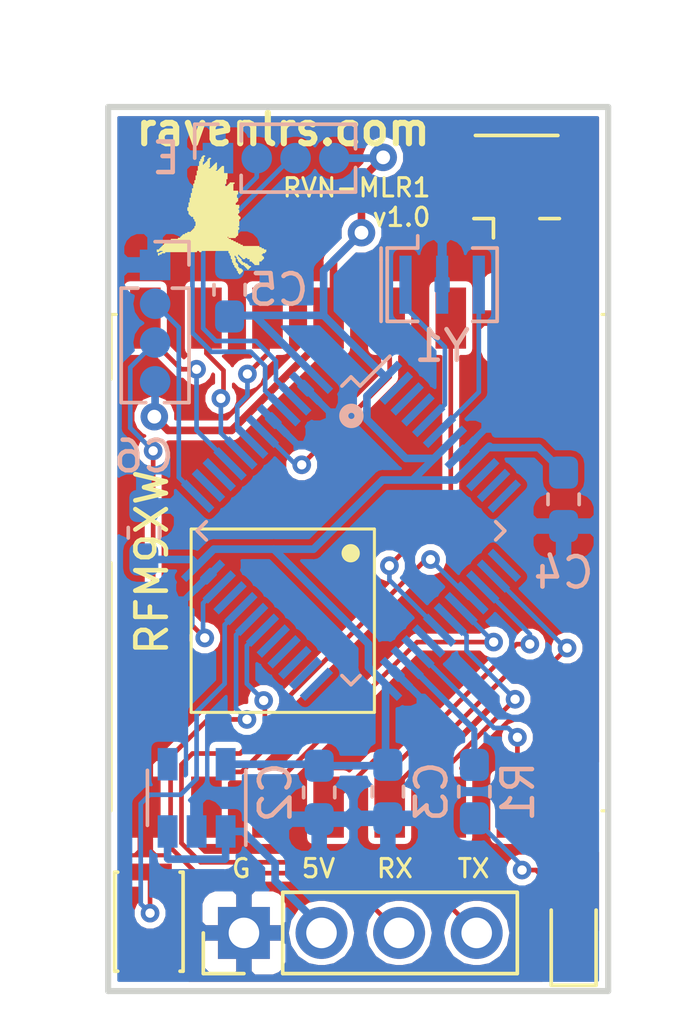
<source format=kicad_pcb>
(kicad_pcb (version 20171130) (host pcbnew "(5.0.1-3-g963ef8bb5)")

  (general
    (thickness 1.6)
    (drawings 11)
    (tracks 231)
    (zones 0)
    (modules 17)
    (nets 27)
  )

  (page A4)
  (layers
    (0 F.Cu signal)
    (31 B.Cu signal)
    (32 B.Adhes user)
    (33 F.Adhes user)
    (34 B.Paste user)
    (35 F.Paste user)
    (36 B.SilkS user)
    (37 F.SilkS user)
    (38 B.Mask user)
    (39 F.Mask user)
    (40 Dwgs.User user)
    (41 Cmts.User user)
    (42 Eco1.User user)
    (43 Eco2.User user)
    (44 Edge.Cuts user)
    (45 Margin user)
    (46 B.CrtYd user)
    (47 F.CrtYd user)
    (48 B.Fab user)
    (49 F.Fab user)
  )

  (setup
    (last_trace_width 0.1524)
    (trace_clearance 0.2)
    (zone_clearance 0.2)
    (zone_45_only no)
    (trace_min 0.1524)
    (segment_width 0.2)
    (edge_width 0.15)
    (via_size 0.6096)
    (via_drill 0.3048)
    (via_min_size 0.6096)
    (via_min_drill 0.3048)
    (uvia_size 0.3)
    (uvia_drill 0.1)
    (uvias_allowed no)
    (uvia_min_size 0.2)
    (uvia_min_drill 0.1)
    (pcb_text_width 0.3)
    (pcb_text_size 1.5 1.5)
    (mod_edge_width 0.15)
    (mod_text_size 1 1)
    (mod_text_width 0.15)
    (pad_size 1.524 1.524)
    (pad_drill 0.762)
    (pad_to_mask_clearance 0.2)
    (solder_mask_min_width 0.25)
    (aux_axis_origin 0 0)
    (visible_elements FFFFFF7F)
    (pcbplotparams
      (layerselection 0x010f0_ffffffff)
      (usegerberextensions true)
      (usegerberattributes false)
      (usegerberadvancedattributes false)
      (creategerberjobfile false)
      (excludeedgelayer true)
      (linewidth 0.100000)
      (plotframeref false)
      (viasonmask false)
      (mode 1)
      (useauxorigin true)
      (hpglpennumber 1)
      (hpglpenspeed 20)
      (hpglpendiameter 15.000000)
      (psnegative false)
      (psa4output false)
      (plotreference true)
      (plotvalue true)
      (plotinvisibletext false)
      (padsonsilk false)
      (subtractmaskfromsilk false)
      (outputformat 1)
      (mirror false)
      (drillshape 0)
      (scaleselection 1)
      (outputdirectory "gerbers/Raven_RX_MLR1/"))
  )

  (net 0 "")
  (net 1 GND)
  (net 2 +3V3)
  (net 3 VCC)
  (net 4 SWCLK)
  (net 5 SWDIO)
  (net 6 "Net-(U2-Pad5)")
  (net 7 "Net-(U2-Pad6)")
  (net 8 PA4=NSS)
  (net 9 PA5=SCK)
  (net 10 PA6=MISO)
  (net 11 PA7=MOSI)
  (net 12 PA9=TX)
  (net 13 PA10=RX)
  (net 14 "Net-(D1-Pad2)")
  (net 15 PB11=LED)
  (net 16 "Net-(SW1-Pad1)")
  (net 17 PB0=RESET)
  (net 18 PB1=DIO3)
  (net 19 PB5=DIO1)
  (net 20 PB4=DIO2)
  (net 21 PB6=DIO0)
  (net 22 PB10=DIO5)
  (net 23 PB7=DIO4)
  (net 24 /ANT)
  (net 25 PB9)
  (net 26 PB8)

  (net_class Default "This is the default net class."
    (clearance 0.2)
    (trace_width 0.1524)
    (via_dia 0.6096)
    (via_drill 0.3048)
    (uvia_dia 0.3)
    (uvia_drill 0.1)
    (add_net /ANT)
    (add_net "Net-(D1-Pad2)")
    (add_net "Net-(SW1-Pad1)")
    (add_net "Net-(U2-Pad5)")
    (add_net "Net-(U2-Pad6)")
    (add_net PA10=RX)
    (add_net PA4=NSS)
    (add_net PA5=SCK)
    (add_net PA6=MISO)
    (add_net PA7=MOSI)
    (add_net PA9=TX)
    (add_net PB0=RESET)
    (add_net PB10=DIO5)
    (add_net PB11=LED)
    (add_net PB1=DIO3)
    (add_net PB4=DIO2)
    (add_net PB5=DIO1)
    (add_net PB6=DIO0)
    (add_net PB7=DIO4)
    (add_net PB8)
    (add_net PB9)
    (add_net SWCLK)
    (add_net SWDIO)
  )

  (net_class Power ""
    (clearance 0.2)
    (trace_width 0.25)
    (via_dia 0.9)
    (via_drill 0.45)
    (uvia_dia 0.3)
    (uvia_drill 0.1)
    (add_net +3V3)
    (add_net GND)
    (add_net VCC)
  )

  (module Capacitor_SMD:C_0603_1608Metric_Pad1.05x0.95mm_HandSolder (layer B.Cu) (tedit 5BD7753E) (tstamp 5BD76B9F)
    (at 155.9941 89.8004 270)
    (descr "Capacitor SMD 0603 (1608 Metric), square (rectangular) end terminal, IPC_7351 nominal with elongated pad for handsoldering. (Body size source: http://www.tortai-tech.com/upload/download/2011102023233369053.pdf), generated with kicad-footprint-generator")
    (tags "capacitor handsolder")
    (path /5BD33564)
    (attr smd)
    (fp_text reference C4 (at 2.4 0) (layer B.SilkS)
      (effects (font (size 1 1) (thickness 0.15)) (justify mirror))
    )
    (fp_text value 100n (at 0 -1.43 270) (layer B.Fab)
      (effects (font (size 1 1) (thickness 0.15)) (justify mirror))
    )
    (fp_text user %R (at 0 0 270) (layer B.Fab)
      (effects (font (size 0.4 0.4) (thickness 0.06)) (justify mirror))
    )
    (fp_line (start 1.65 -0.73) (end -1.65 -0.73) (layer B.CrtYd) (width 0.05))
    (fp_line (start 1.65 0.73) (end 1.65 -0.73) (layer B.CrtYd) (width 0.05))
    (fp_line (start -1.65 0.73) (end 1.65 0.73) (layer B.CrtYd) (width 0.05))
    (fp_line (start -1.65 -0.73) (end -1.65 0.73) (layer B.CrtYd) (width 0.05))
    (fp_line (start -0.171267 -0.51) (end 0.171267 -0.51) (layer B.SilkS) (width 0.12))
    (fp_line (start -0.171267 0.51) (end 0.171267 0.51) (layer B.SilkS) (width 0.12))
    (fp_line (start 0.8 -0.4) (end -0.8 -0.4) (layer B.Fab) (width 0.1))
    (fp_line (start 0.8 0.4) (end 0.8 -0.4) (layer B.Fab) (width 0.1))
    (fp_line (start -0.8 0.4) (end 0.8 0.4) (layer B.Fab) (width 0.1))
    (fp_line (start -0.8 -0.4) (end -0.8 0.4) (layer B.Fab) (width 0.1))
    (pad 2 smd roundrect (at 0.875 0 270) (size 1.05 0.95) (layers B.Cu B.Paste B.Mask) (roundrect_rratio 0.25)
      (net 1 GND))
    (pad 1 smd roundrect (at -0.875 0 270) (size 1.05 0.95) (layers B.Cu B.Paste B.Mask) (roundrect_rratio 0.25)
      (net 2 +3V3))
    (model ${KISYS3DMOD}/Capacitor_SMD.3dshapes/C_0603_1608Metric.wrl
      (at (xyz 0 0 0))
      (scale (xyz 1 1 1))
      (rotate (xyz 0 0 0))
    )
  )

  (module Connector_PinHeader_2.54mm:PinHeader_1x04_P2.54mm_Vertical (layer F.Cu) (tedit 5BD773BC) (tstamp 5BEB97D4)
    (at 145.5293 103.9876 90)
    (descr "Through hole straight pin header, 1x04, 2.54mm pitch, single row")
    (tags "Through hole pin header THT 1x04 2.54mm single row")
    (path /5BD305CD)
    (fp_text reference J1 (at 0 -2.33 90) (layer F.SilkS) hide
      (effects (font (size 1 1) (thickness 0.15)))
    )
    (fp_text value DATA (at 0 9.95 90) (layer F.Fab)
      (effects (font (size 1 1) (thickness 0.15)))
    )
    (fp_line (start -0.635 -1.27) (end 1.27 -1.27) (layer F.Fab) (width 0.1))
    (fp_line (start 1.27 -1.27) (end 1.27 8.89) (layer F.Fab) (width 0.1))
    (fp_line (start 1.27 8.89) (end -1.27 8.89) (layer F.Fab) (width 0.1))
    (fp_line (start -1.27 8.89) (end -1.27 -0.635) (layer F.Fab) (width 0.1))
    (fp_line (start -1.27 -0.635) (end -0.635 -1.27) (layer F.Fab) (width 0.1))
    (fp_line (start -1.33 8.95) (end 1.33 8.95) (layer F.SilkS) (width 0.12))
    (fp_line (start -1.33 1.27) (end -1.33 8.95) (layer F.SilkS) (width 0.12))
    (fp_line (start 1.33 1.27) (end 1.33 8.95) (layer F.SilkS) (width 0.12))
    (fp_line (start -1.33 1.27) (end 1.33 1.27) (layer F.SilkS) (width 0.12))
    (fp_line (start -1.33 0) (end -1.33 -1.33) (layer F.SilkS) (width 0.12))
    (fp_line (start -1.33 -1.33) (end 0 -1.33) (layer F.SilkS) (width 0.12))
    (fp_line (start -1.8 -1.8) (end -1.8 9.4) (layer F.CrtYd) (width 0.05))
    (fp_line (start -1.8 9.4) (end 1.8 9.4) (layer F.CrtYd) (width 0.05))
    (fp_line (start 1.8 9.4) (end 1.8 -1.8) (layer F.CrtYd) (width 0.05))
    (fp_line (start 1.8 -1.8) (end -1.8 -1.8) (layer F.CrtYd) (width 0.05))
    (fp_text user %R (at 0 3.81 180) (layer F.Fab)
      (effects (font (size 1 1) (thickness 0.15)))
    )
    (pad 1 thru_hole rect (at 0 0 90) (size 1.7 1.7) (drill 1) (layers *.Cu *.Mask)
      (net 1 GND))
    (pad 2 thru_hole oval (at 0 2.54 90) (size 1.7 1.7) (drill 1) (layers *.Cu *.Mask)
      (net 3 VCC))
    (pad 3 thru_hole oval (at 0 5.08 90) (size 1.7 1.7) (drill 1) (layers *.Cu *.Mask)
      (net 13 PA10=RX))
    (pad 4 thru_hole oval (at 0 7.62 90) (size 1.7 1.7) (drill 1) (layers *.Cu *.Mask)
      (net 12 PA9=TX))
    (model ${KISYS3DMOD}/Connector_PinHeader_2.54mm.3dshapes/PinHeader_1x04_P2.54mm_Vertical.wrl
      (at (xyz 0 0 0))
      (scale (xyz 1 1 1))
      (rotate (xyz 0 0 0))
    )
  )

  (module Package_TO_SOT_SMD:SOT-23-5 (layer B.Cu) (tedit 5BD83911) (tstamp 5BEB97E9)
    (at 143.9799 99.568 90)
    (descr "5-pin SOT23 package")
    (tags SOT-23-5)
    (path /5BD3046A)
    (attr smd)
    (fp_text reference U1 (at 0 2.9 90) (layer B.SilkS) hide
      (effects (font (size 1 1) (thickness 0.15)) (justify mirror))
    )
    (fp_text value MIC5219-3.3 (at 0 -2.9 90) (layer B.Fab)
      (effects (font (size 1 1) (thickness 0.15)) (justify mirror))
    )
    (fp_line (start 0.9 1.55) (end 0.9 -1.55) (layer B.Fab) (width 0.1))
    (fp_line (start 0.9 -1.55) (end -0.9 -1.55) (layer B.Fab) (width 0.1))
    (fp_line (start -0.9 0.9) (end -0.9 -1.55) (layer B.Fab) (width 0.1))
    (fp_line (start 0.9 1.55) (end -0.25 1.55) (layer B.Fab) (width 0.1))
    (fp_line (start -0.9 0.9) (end -0.25 1.55) (layer B.Fab) (width 0.1))
    (fp_line (start -1.9 -1.8) (end -1.9 1.8) (layer B.CrtYd) (width 0.05))
    (fp_line (start 1.9 -1.8) (end -1.9 -1.8) (layer B.CrtYd) (width 0.05))
    (fp_line (start 1.9 1.8) (end 1.9 -1.8) (layer B.CrtYd) (width 0.05))
    (fp_line (start -1.9 1.8) (end 1.9 1.8) (layer B.CrtYd) (width 0.05))
    (fp_line (start 0.9 1.61) (end -1.55 1.61) (layer B.SilkS) (width 0.12))
    (fp_line (start -0.9 -1.61) (end 0.9 -1.61) (layer B.SilkS) (width 0.12))
    (fp_text user %R (at 0 0) (layer B.Fab)
      (effects (font (size 0.5 0.5) (thickness 0.075)) (justify mirror))
    )
    (pad 5 smd rect (at 1.1 0.95 90) (size 1.06 0.65) (layers B.Cu B.Paste B.Mask)
      (net 2 +3V3))
    (pad 4 smd rect (at 1.1 -0.95 90) (size 1.06 0.65) (layers B.Cu B.Paste B.Mask))
    (pad 3 smd rect (at -1.1 -0.95 90) (size 1.06 0.65) (layers B.Cu B.Paste B.Mask)
      (net 3 VCC))
    (pad 2 smd rect (at -1.1 0 90) (size 1.06 0.65) (layers B.Cu B.Paste B.Mask)
      (net 1 GND))
    (pad 1 smd rect (at -1.1 0.95 90) (size 1.06 0.65) (layers B.Cu B.Paste B.Mask)
      (net 3 VCC))
    (model ${KISYS3DMOD}/Package_TO_SOT_SMD.3dshapes/SOT-23-5.wrl
      (at (xyz 0 0 0))
      (scale (xyz 1 1 1))
      (rotate (xyz 0 0 0))
    )
  )

  (module Package_QFP:LQFP-48_7x7mm_P0.5mm (layer B.Cu) (tedit 5BD774B3) (tstamp 5BEB9840)
    (at 149.0345 90.8304 225)
    (descr "48 LEAD LQFP 7x7mm (see MICREL LQFP7x7-48LD-PL-1.pdf)")
    (tags "QFP 0.5")
    (path /5BD35067)
    (attr smd)
    (fp_text reference U2 (at 0 6 225) (layer B.SilkS) hide
      (effects (font (size 1 1) (thickness 0.15)) (justify mirror))
    )
    (fp_text value STM32F103C8Tx (at 0 -6 225) (layer B.Fab)
      (effects (font (size 1 1) (thickness 0.15)) (justify mirror))
    )
    (fp_line (start 3.13 -3.75) (end 3.75 -3.75) (layer B.CrtYd) (width 0.05))
    (fp_line (start 3.75 -3.13) (end 3.75 -3.75) (layer B.CrtYd) (width 0.05))
    (fp_line (start 3.13 -5.25) (end 3.13 -3.75) (layer B.CrtYd) (width 0.05))
    (fp_text user %R (at 0 0 225) (layer B.Fab)
      (effects (font (size 1 1) (thickness 0.15)) (justify mirror))
    )
    (fp_line (start -2.5 3.5) (end 3.5 3.5) (layer B.Fab) (width 0.1))
    (fp_line (start 3.5 3.5) (end 3.5 -3.5) (layer B.Fab) (width 0.1))
    (fp_line (start 3.5 -3.5) (end -3.5 -3.5) (layer B.Fab) (width 0.1))
    (fp_line (start -3.5 -3.5) (end -3.5 2.5) (layer B.Fab) (width 0.1))
    (fp_line (start -3.5 2.5) (end -2.5 3.5) (layer B.Fab) (width 0.1))
    (fp_line (start -5.25 3.13) (end -5.25 -3.13) (layer B.CrtYd) (width 0.05))
    (fp_line (start 5.25 3.13) (end 5.25 -3.13) (layer B.CrtYd) (width 0.05))
    (fp_line (start -3.13 5.25) (end 3.13 5.25) (layer B.CrtYd) (width 0.05))
    (fp_line (start -3.13 -5.25) (end 3.13 -5.25) (layer B.CrtYd) (width 0.05))
    (fp_line (start 3.56 3.56) (end 3.56 3.14) (layer B.SilkS) (width 0.12))
    (fp_line (start 3.56 -3.56) (end 3.56 -3.14) (layer B.SilkS) (width 0.12))
    (fp_line (start -3.56 -3.56) (end -3.56 -3.14) (layer B.SilkS) (width 0.12))
    (fp_line (start -3.56 3.56) (end -3.14 3.56) (layer B.SilkS) (width 0.12))
    (fp_line (start 3.56 -3.56) (end 3.14 -3.56) (layer B.SilkS) (width 0.12))
    (fp_line (start 3.56 3.56) (end 3.14 3.56) (layer B.SilkS) (width 0.12))
    (fp_line (start -3.56 3.14) (end -4.94 3.14) (layer B.SilkS) (width 0.12))
    (fp_line (start -3.56 3.56) (end -3.56 3.14) (layer B.SilkS) (width 0.12))
    (fp_line (start -3.56 -3.56) (end -3.14 -3.56) (layer B.SilkS) (width 0.12))
    (fp_line (start 3.75 -3.13) (end 5.25 -3.13) (layer B.CrtYd) (width 0.05))
    (fp_line (start 3.75 3.13) (end 5.25 3.13) (layer B.CrtYd) (width 0.05))
    (fp_line (start 3.13 3.75) (end 3.13 5.25) (layer B.CrtYd) (width 0.05))
    (fp_line (start -3.13 3.75) (end -3.13 5.25) (layer B.CrtYd) (width 0.05))
    (fp_line (start -3.75 3.13) (end -5.25 3.13) (layer B.CrtYd) (width 0.05))
    (fp_line (start -3.75 -3.13) (end -5.25 -3.13) (layer B.CrtYd) (width 0.05))
    (fp_line (start -3.13 -3.75) (end -3.13 -5.25) (layer B.CrtYd) (width 0.05))
    (fp_line (start 3.13 3.75) (end 3.75 3.75) (layer B.CrtYd) (width 0.05))
    (fp_line (start 3.75 3.13) (end 3.75 3.75) (layer B.CrtYd) (width 0.05))
    (fp_line (start -3.75 -3.13) (end -3.75 -3.75) (layer B.CrtYd) (width 0.05))
    (fp_line (start -3.13 -3.75) (end -3.75 -3.75) (layer B.CrtYd) (width 0.05))
    (fp_line (start -3.75 3.13) (end -3.75 3.75) (layer B.CrtYd) (width 0.05))
    (fp_line (start -3.13 3.75) (end -3.75 3.75) (layer B.CrtYd) (width 0.05))
    (pad 1 smd rect (at -4.35 2.75 225) (size 1.3 0.25) (layers B.Cu B.Paste B.Mask)
      (net 2 +3V3))
    (pad 2 smd rect (at -4.35 2.25 225) (size 1.3 0.25) (layers B.Cu B.Paste B.Mask))
    (pad 3 smd rect (at -4.35 1.749999 225) (size 1.3 0.25) (layers B.Cu B.Paste B.Mask))
    (pad 4 smd rect (at -4.35 1.25 225) (size 1.3 0.25) (layers B.Cu B.Paste B.Mask))
    (pad 5 smd rect (at -4.35 0.750001 225) (size 1.3 0.25) (layers B.Cu B.Paste B.Mask)
      (net 6 "Net-(U2-Pad5)"))
    (pad 6 smd rect (at -4.35 0.25 225) (size 1.3 0.25) (layers B.Cu B.Paste B.Mask)
      (net 7 "Net-(U2-Pad6)"))
    (pad 7 smd rect (at -4.35 -0.25 225) (size 1.3 0.25) (layers B.Cu B.Paste B.Mask)
      (net 2 +3V3))
    (pad 8 smd rect (at -4.35 -0.750001 225) (size 1.3 0.25) (layers B.Cu B.Paste B.Mask)
      (net 1 GND))
    (pad 9 smd rect (at -4.35 -1.25 225) (size 1.3 0.25) (layers B.Cu B.Paste B.Mask)
      (net 2 +3V3))
    (pad 10 smd rect (at -4.35 -1.749999 225) (size 1.3 0.25) (layers B.Cu B.Paste B.Mask))
    (pad 11 smd rect (at -4.35 -2.25 225) (size 1.3 0.25) (layers B.Cu B.Paste B.Mask))
    (pad 12 smd rect (at -4.35 -2.75 225) (size 1.3 0.25) (layers B.Cu B.Paste B.Mask))
    (pad 13 smd rect (at -2.75 -4.35 135) (size 1.3 0.25) (layers B.Cu B.Paste B.Mask))
    (pad 14 smd rect (at -2.25 -4.35 135) (size 1.3 0.25) (layers B.Cu B.Paste B.Mask)
      (net 8 PA4=NSS))
    (pad 15 smd rect (at -1.749999 -4.35 135) (size 1.3 0.25) (layers B.Cu B.Paste B.Mask)
      (net 9 PA5=SCK))
    (pad 16 smd rect (at -1.25 -4.35 135) (size 1.3 0.25) (layers B.Cu B.Paste B.Mask)
      (net 10 PA6=MISO))
    (pad 17 smd rect (at -0.750001 -4.35 135) (size 1.3 0.25) (layers B.Cu B.Paste B.Mask)
      (net 11 PA7=MOSI))
    (pad 18 smd rect (at -0.25 -4.35 135) (size 1.3 0.25) (layers B.Cu B.Paste B.Mask)
      (net 17 PB0=RESET))
    (pad 19 smd rect (at 0.25 -4.35 135) (size 1.3 0.25) (layers B.Cu B.Paste B.Mask)
      (net 18 PB1=DIO3))
    (pad 20 smd rect (at 0.750001 -4.35 135) (size 1.3 0.25) (layers B.Cu B.Paste B.Mask))
    (pad 21 smd rect (at 1.25 -4.35 135) (size 1.3 0.25) (layers B.Cu B.Paste B.Mask)
      (net 22 PB10=DIO5))
    (pad 22 smd rect (at 1.749999 -4.35 135) (size 1.3 0.25) (layers B.Cu B.Paste B.Mask)
      (net 15 PB11=LED))
    (pad 23 smd rect (at 2.25 -4.35 135) (size 1.3 0.25) (layers B.Cu B.Paste B.Mask)
      (net 1 GND))
    (pad 24 smd rect (at 2.75 -4.35 135) (size 1.3 0.25) (layers B.Cu B.Paste B.Mask)
      (net 2 +3V3))
    (pad 25 smd rect (at 4.35 -2.75 225) (size 1.3 0.25) (layers B.Cu B.Paste B.Mask))
    (pad 26 smd rect (at 4.35 -2.25 225) (size 1.3 0.25) (layers B.Cu B.Paste B.Mask))
    (pad 27 smd rect (at 4.35 -1.749999 225) (size 1.3 0.25) (layers B.Cu B.Paste B.Mask))
    (pad 28 smd rect (at 4.35 -1.25 225) (size 1.3 0.25) (layers B.Cu B.Paste B.Mask))
    (pad 29 smd rect (at 4.35 -0.750001 225) (size 1.3 0.25) (layers B.Cu B.Paste B.Mask))
    (pad 30 smd rect (at 4.35 -0.25 225) (size 1.3 0.25) (layers B.Cu B.Paste B.Mask)
      (net 12 PA9=TX))
    (pad 31 smd rect (at 4.35 0.25 225) (size 1.3 0.25) (layers B.Cu B.Paste B.Mask)
      (net 13 PA10=RX))
    (pad 32 smd rect (at 4.35 0.750001 225) (size 1.3 0.25) (layers B.Cu B.Paste B.Mask)
      (net 16 "Net-(SW1-Pad1)"))
    (pad 33 smd rect (at 4.35 1.25 225) (size 1.3 0.25) (layers B.Cu B.Paste B.Mask))
    (pad 34 smd rect (at 4.35 1.749999 225) (size 1.3 0.25) (layers B.Cu B.Paste B.Mask)
      (net 5 SWDIO))
    (pad 35 smd rect (at 4.35 2.25 225) (size 1.3 0.25) (layers B.Cu B.Paste B.Mask)
      (net 1 GND))
    (pad 36 smd rect (at 4.35 2.75 225) (size 1.3 0.25) (layers B.Cu B.Paste B.Mask)
      (net 2 +3V3))
    (pad 37 smd rect (at 2.75 4.35 135) (size 1.3 0.25) (layers B.Cu B.Paste B.Mask)
      (net 4 SWCLK))
    (pad 38 smd rect (at 2.25 4.35 135) (size 1.3 0.25) (layers B.Cu B.Paste B.Mask))
    (pad 39 smd rect (at 1.749999 4.35 135) (size 1.3 0.25) (layers B.Cu B.Paste B.Mask))
    (pad 40 smd rect (at 1.25 4.35 135) (size 1.3 0.25) (layers B.Cu B.Paste B.Mask)
      (net 20 PB4=DIO2))
    (pad 41 smd rect (at 0.750001 4.35 135) (size 1.3 0.25) (layers B.Cu B.Paste B.Mask)
      (net 19 PB5=DIO1))
    (pad 42 smd rect (at 0.25 4.35 135) (size 1.3 0.25) (layers B.Cu B.Paste B.Mask)
      (net 21 PB6=DIO0))
    (pad 43 smd rect (at -0.25 4.35 135) (size 1.3 0.25) (layers B.Cu B.Paste B.Mask)
      (net 23 PB7=DIO4))
    (pad 44 smd rect (at -0.750001 4.35 135) (size 1.3 0.25) (layers B.Cu B.Paste B.Mask)
      (net 1 GND))
    (pad 45 smd rect (at -1.25 4.35 135) (size 1.3 0.25) (layers B.Cu B.Paste B.Mask)
      (net 26 PB8))
    (pad 46 smd rect (at -1.749999 4.35 135) (size 1.3 0.25) (layers B.Cu B.Paste B.Mask)
      (net 25 PB9))
    (pad 47 smd rect (at -2.25 4.35 135) (size 1.3 0.25) (layers B.Cu B.Paste B.Mask)
      (net 1 GND))
    (pad 48 smd rect (at -2.75 4.35 135) (size 1.3 0.25) (layers B.Cu B.Paste B.Mask)
      (net 2 +3V3))
    (model ${KISYS3DMOD}/Package_QFP.3dshapes/LQFP-48_7x7mm_P0.5mm.wrl
      (at (xyz 0 0 0))
      (scale (xyz 1 1 1))
      (rotate (xyz 0 0 0))
    )
  )

  (module Capacitor_SMD:C_0603_1608Metric_Pad1.05x0.95mm_HandSolder (layer B.Cu) (tedit 5BD83929) (tstamp 5BD764F6)
    (at 147.9931 99.3915 270)
    (descr "Capacitor SMD 0603 (1608 Metric), square (rectangular) end terminal, IPC_7351 nominal with elongated pad for handsoldering. (Body size source: http://www.tortai-tech.com/upload/download/2011102023233369053.pdf), generated with kicad-footprint-generator")
    (tags "capacitor handsolder")
    (path /5BD31CB8)
    (attr smd)
    (fp_text reference C2 (at 0 1.43 270) (layer B.SilkS)
      (effects (font (size 1 1) (thickness 0.15)) (justify mirror))
    )
    (fp_text value 1u (at 0 -1.43 270) (layer B.Fab)
      (effects (font (size 1 1) (thickness 0.15)) (justify mirror))
    )
    (fp_text user %R (at 0 0 270) (layer B.Fab)
      (effects (font (size 0.4 0.4) (thickness 0.06)) (justify mirror))
    )
    (fp_line (start 1.65 -0.73) (end -1.65 -0.73) (layer B.CrtYd) (width 0.05))
    (fp_line (start 1.65 0.73) (end 1.65 -0.73) (layer B.CrtYd) (width 0.05))
    (fp_line (start -1.65 0.73) (end 1.65 0.73) (layer B.CrtYd) (width 0.05))
    (fp_line (start -1.65 -0.73) (end -1.65 0.73) (layer B.CrtYd) (width 0.05))
    (fp_line (start -0.171267 -0.51) (end 0.171267 -0.51) (layer B.SilkS) (width 0.12))
    (fp_line (start -0.171267 0.51) (end 0.171267 0.51) (layer B.SilkS) (width 0.12))
    (fp_line (start 0.8 -0.4) (end -0.8 -0.4) (layer B.Fab) (width 0.1))
    (fp_line (start 0.8 0.4) (end 0.8 -0.4) (layer B.Fab) (width 0.1))
    (fp_line (start -0.8 0.4) (end 0.8 0.4) (layer B.Fab) (width 0.1))
    (fp_line (start -0.8 -0.4) (end -0.8 0.4) (layer B.Fab) (width 0.1))
    (pad 2 smd roundrect (at 0.875 0 270) (size 1.05 0.95) (layers B.Cu B.Paste B.Mask) (roundrect_rratio 0.25)
      (net 1 GND))
    (pad 1 smd roundrect (at -0.875 0 270) (size 1.05 0.95) (layers B.Cu B.Paste B.Mask) (roundrect_rratio 0.25)
      (net 2 +3V3))
    (model ${KISYS3DMOD}/Capacitor_SMD.3dshapes/C_0603_1608Metric.wrl
      (at (xyz 0 0 0))
      (scale (xyz 1 1 1))
      (rotate (xyz 0 0 0))
    )
  )

  (module Capacitor_SMD:C_0603_1608Metric_Pad1.05x0.95mm_HandSolder (layer B.Cu) (tedit 5BD77555) (tstamp 5BEBC9B6)
    (at 150.241 99.3635 270)
    (descr "Capacitor SMD 0603 (1608 Metric), square (rectangular) end terminal, IPC_7351 nominal with elongated pad for handsoldering. (Body size source: http://www.tortai-tech.com/upload/download/2011102023233369053.pdf), generated with kicad-footprint-generator")
    (tags "capacitor handsolder")
    (path /5BD33537)
    (attr smd)
    (fp_text reference C3 (at 0 -1.43 270) (layer B.SilkS)
      (effects (font (size 1 1) (thickness 0.15)) (justify mirror))
    )
    (fp_text value 100n (at 0 -1.43 270) (layer B.Fab)
      (effects (font (size 1 1) (thickness 0.15)) (justify mirror))
    )
    (fp_line (start -0.8 -0.4) (end -0.8 0.4) (layer B.Fab) (width 0.1))
    (fp_line (start -0.8 0.4) (end 0.8 0.4) (layer B.Fab) (width 0.1))
    (fp_line (start 0.8 0.4) (end 0.8 -0.4) (layer B.Fab) (width 0.1))
    (fp_line (start 0.8 -0.4) (end -0.8 -0.4) (layer B.Fab) (width 0.1))
    (fp_line (start -0.171267 0.51) (end 0.171267 0.51) (layer B.SilkS) (width 0.12))
    (fp_line (start -0.171267 -0.51) (end 0.171267 -0.51) (layer B.SilkS) (width 0.12))
    (fp_line (start -1.65 -0.73) (end -1.65 0.73) (layer B.CrtYd) (width 0.05))
    (fp_line (start -1.65 0.73) (end 1.65 0.73) (layer B.CrtYd) (width 0.05))
    (fp_line (start 1.65 0.73) (end 1.65 -0.73) (layer B.CrtYd) (width 0.05))
    (fp_line (start 1.65 -0.73) (end -1.65 -0.73) (layer B.CrtYd) (width 0.05))
    (fp_text user %R (at 0 0 270) (layer B.Fab)
      (effects (font (size 0.4 0.4) (thickness 0.06)) (justify mirror))
    )
    (pad 1 smd roundrect (at -0.875 0 270) (size 1.05 0.95) (layers B.Cu B.Paste B.Mask) (roundrect_rratio 0.25)
      (net 2 +3V3))
    (pad 2 smd roundrect (at 0.875 0 270) (size 1.05 0.95) (layers B.Cu B.Paste B.Mask) (roundrect_rratio 0.25)
      (net 1 GND))
    (model ${KISYS3DMOD}/Capacitor_SMD.3dshapes/C_0603_1608Metric.wrl
      (at (xyz 0 0 0))
      (scale (xyz 1 1 1))
      (rotate (xyz 0 0 0))
    )
  )

  (module Capacitor_SMD:C_0603_1608Metric_Pad1.05x0.95mm_HandSolder (layer B.Cu) (tedit 5BD8C785) (tstamp 5BD762AA)
    (at 145.0594 82.9437 90)
    (descr "Capacitor SMD 0603 (1608 Metric), square (rectangular) end terminal, IPC_7351 nominal with elongated pad for handsoldering. (Body size source: http://www.tortai-tech.com/upload/download/2011102023233369053.pdf), generated with kicad-footprint-generator")
    (tags "capacitor handsolder")
    (path /5BD3358C)
    (attr smd)
    (fp_text reference C5 (at 0 1.6 180) (layer B.SilkS)
      (effects (font (size 1 1) (thickness 0.15)) (justify mirror))
    )
    (fp_text value 100n (at 0 -1.43 90) (layer B.Fab)
      (effects (font (size 1 1) (thickness 0.15)) (justify mirror))
    )
    (fp_line (start -0.8 -0.4) (end -0.8 0.4) (layer B.Fab) (width 0.1))
    (fp_line (start -0.8 0.4) (end 0.8 0.4) (layer B.Fab) (width 0.1))
    (fp_line (start 0.8 0.4) (end 0.8 -0.4) (layer B.Fab) (width 0.1))
    (fp_line (start 0.8 -0.4) (end -0.8 -0.4) (layer B.Fab) (width 0.1))
    (fp_line (start -0.171267 0.51) (end 0.171267 0.51) (layer B.SilkS) (width 0.12))
    (fp_line (start -0.171267 -0.51) (end 0.171267 -0.51) (layer B.SilkS) (width 0.12))
    (fp_line (start -1.65 -0.73) (end -1.65 0.73) (layer B.CrtYd) (width 0.05))
    (fp_line (start -1.65 0.73) (end 1.65 0.73) (layer B.CrtYd) (width 0.05))
    (fp_line (start 1.65 0.73) (end 1.65 -0.73) (layer B.CrtYd) (width 0.05))
    (fp_line (start 1.65 -0.73) (end -1.65 -0.73) (layer B.CrtYd) (width 0.05))
    (fp_text user %R (at 0 0 90) (layer B.Fab)
      (effects (font (size 0.4 0.4) (thickness 0.06)) (justify mirror))
    )
    (pad 1 smd roundrect (at -0.875 0 90) (size 1.05 0.95) (layers B.Cu B.Paste B.Mask) (roundrect_rratio 0.25)
      (net 2 +3V3))
    (pad 2 smd roundrect (at 0.875 0 90) (size 1.05 0.95) (layers B.Cu B.Paste B.Mask) (roundrect_rratio 0.25)
      (net 1 GND))
    (model ${KISYS3DMOD}/Capacitor_SMD.3dshapes/C_0603_1608Metric.wrl
      (at (xyz 0 0 0))
      (scale (xyz 1 1 1))
      (rotate (xyz 0 0 0))
    )
  )

  (module Capacitor_SMD:C_0603_1608Metric_Pad1.05x0.95mm_HandSolder (layer B.Cu) (tedit 5BD85668) (tstamp 5BD76D52)
    (at 142.2527 90.8939 90)
    (descr "Capacitor SMD 0603 (1608 Metric), square (rectangular) end terminal, IPC_7351 nominal with elongated pad for handsoldering. (Body size source: http://www.tortai-tech.com/upload/download/2011102023233369053.pdf), generated with kicad-footprint-generator")
    (tags "capacitor handsolder")
    (path /5BD335B4)
    (attr smd)
    (fp_text reference C6 (at 2.5 0 180) (layer B.SilkS)
      (effects (font (size 1 1) (thickness 0.15)) (justify mirror))
    )
    (fp_text value 100n (at 0 -1.43 90) (layer B.Fab)
      (effects (font (size 1 1) (thickness 0.15)) (justify mirror))
    )
    (fp_text user %R (at 0 0 90) (layer B.Fab)
      (effects (font (size 0.4 0.4) (thickness 0.06)) (justify mirror))
    )
    (fp_line (start 1.65 -0.73) (end -1.65 -0.73) (layer B.CrtYd) (width 0.05))
    (fp_line (start 1.65 0.73) (end 1.65 -0.73) (layer B.CrtYd) (width 0.05))
    (fp_line (start -1.65 0.73) (end 1.65 0.73) (layer B.CrtYd) (width 0.05))
    (fp_line (start -1.65 -0.73) (end -1.65 0.73) (layer B.CrtYd) (width 0.05))
    (fp_line (start -0.171267 -0.51) (end 0.171267 -0.51) (layer B.SilkS) (width 0.12))
    (fp_line (start -0.171267 0.51) (end 0.171267 0.51) (layer B.SilkS) (width 0.12))
    (fp_line (start 0.8 -0.4) (end -0.8 -0.4) (layer B.Fab) (width 0.1))
    (fp_line (start 0.8 0.4) (end 0.8 -0.4) (layer B.Fab) (width 0.1))
    (fp_line (start -0.8 0.4) (end 0.8 0.4) (layer B.Fab) (width 0.1))
    (fp_line (start -0.8 -0.4) (end -0.8 0.4) (layer B.Fab) (width 0.1))
    (pad 2 smd roundrect (at 0.875 0 90) (size 1.05 0.95) (layers B.Cu B.Paste B.Mask) (roundrect_rratio 0.25)
      (net 1 GND))
    (pad 1 smd roundrect (at -0.875 0 90) (size 1.05 0.95) (layers B.Cu B.Paste B.Mask) (roundrect_rratio 0.25)
      (net 2 +3V3))
    (model ${KISYS3DMOD}/Capacitor_SMD.3dshapes/C_0603_1608Metric.wrl
      (at (xyz 0 0 0))
      (scale (xyz 1 1 1))
      (rotate (xyz 0 0 0))
    )
  )

  (module Crystal:Resonator_SMD_muRata_CSTxExxV-3Pin_3.0x1.1mm (layer B.Cu) (tedit 5AD358ED) (tstamp 5BEBC76D)
    (at 152.019 82.7786)
    (descr "SMD Resomator/Filter Murata CSTCE, https://www.murata.com/en-eu/products/productdata/8801162264606/SPEC-CSTNE16M0VH3C000R0.pdf")
    (tags "SMD SMT ceramic resonator filter")
    (path /5BD34660)
    (attr smd)
    (fp_text reference Y1 (at 0 2) (layer B.SilkS)
      (effects (font (size 1 1) (thickness 0.15)) (justify mirror))
    )
    (fp_text value 8Mhz (at 0 -1.8) (layer B.Fab)
      (effects (font (size 0.2 0.2) (thickness 0.03)) (justify mirror))
    )
    (fp_text user %R (at 0.1 0.05) (layer B.Fab)
      (effects (font (size 0.6 0.6) (thickness 0.08)) (justify mirror))
    )
    (fp_line (start 1.8 -1.2) (end 1 -1.2) (layer B.SilkS) (width 0.12))
    (fp_line (start 1.8 1.2) (end 1.8 -0.8) (layer B.SilkS) (width 0.12))
    (fp_line (start 1 1.2) (end 1.8 1.2) (layer B.SilkS) (width 0.12))
    (fp_line (start -1.8 1.2) (end -0.8 1.2) (layer B.SilkS) (width 0.12))
    (fp_line (start -1.8 -0.8) (end -1.8 1.2) (layer B.SilkS) (width 0.12))
    (fp_line (start -0.8 -1.2) (end -1.8 -1.2) (layer B.SilkS) (width 0.12))
    (fp_line (start -0.8 -1.2) (end -0.8 -1.6) (layer B.SilkS) (width 0.12))
    (fp_line (start -2 1.2) (end -2 -0.8) (layer B.SilkS) (width 0.12))
    (fp_line (start 1.8 -0.8) (end 1.8 -1.2) (layer B.SilkS) (width 0.12))
    (fp_line (start -1.8 -0.8) (end -1.8 -1.2) (layer B.SilkS) (width 0.12))
    (fp_line (start -2 -0.8) (end -2 -1.2) (layer B.SilkS) (width 0.12))
    (fp_line (start 1.5 -0.8) (end 1.5 0.8) (layer B.Fab) (width 0.1))
    (fp_line (start 1.5 0.8) (end -1.5 0.8) (layer B.Fab) (width 0.1))
    (fp_line (start -1 -0.8) (end -1.5 -0.3) (layer B.Fab) (width 0.1))
    (fp_line (start -1 -0.8) (end 1.5 -0.8) (layer B.Fab) (width 0.1))
    (fp_line (start -1.5 -0.3) (end -1.5 0.8) (layer B.Fab) (width 0.1))
    (fp_line (start 1.75 -1.2) (end -1.75 -1.2) (layer B.CrtYd) (width 0.05))
    (fp_line (start -1.75 1.2) (end 1.75 1.2) (layer B.CrtYd) (width 0.05))
    (fp_line (start 1.75 1.2) (end 1.75 -1.2) (layer B.CrtYd) (width 0.05))
    (fp_line (start -1.75 -1.2) (end -1.75 1.2) (layer B.CrtYd) (width 0.05))
    (pad 1 smd rect (at -1.2 0) (size 0.4 1.9) (layers B.Cu B.Paste B.Mask)
      (net 6 "Net-(U2-Pad5)"))
    (pad 2 smd rect (at 0 0) (size 0.4 1.9) (layers B.Cu B.Paste B.Mask)
      (net 1 GND))
    (pad 3 smd rect (at 1.2 0) (size 0.4 1.9) (layers B.Cu B.Paste B.Mask)
      (net 7 "Net-(U2-Pad6)"))
    (model ${KISYS3DMOD}/Crystal.3dshapes/Resonator_SMD_muRata_CSTxExxV-3Pin_3.0x1.1mm.wrl
      (at (xyz 0 0 0))
      (scale (xyz 1 1 1))
      (rotate (xyz 0 0 0))
    )
  )

  (module Raven:PadHeader_1x04_P1.27mm (layer B.Cu) (tedit 5BD7737D) (tstamp 5BE4D9DD)
    (at 142.621 82.1309 180)
    (descr "Through hole straight pin header, 1x04, 1.27mm pitch, single row")
    (tags "Through hole pin header THT 1x04 1.27mm single row")
    (path /5BD30EFA)
    (fp_text reference J2 (at 0 1.695 180) (layer B.SilkS) hide
      (effects (font (size 1 1) (thickness 0.15)) (justify mirror))
    )
    (fp_text value Programming (at 0 -5.505 180) (layer B.Fab)
      (effects (font (size 1 1) (thickness 0.15)) (justify mirror))
    )
    (fp_line (start -0.525 0.635) (end 1.05 0.635) (layer B.Fab) (width 0.1))
    (fp_line (start 1.05 0.635) (end 1.05 -4.445) (layer B.Fab) (width 0.1))
    (fp_line (start 1.05 -4.445) (end -1.05 -4.445) (layer B.Fab) (width 0.1))
    (fp_line (start -1.05 -4.445) (end -1.05 0.11) (layer B.Fab) (width 0.1))
    (fp_line (start -1.05 0.11) (end -0.525 0.635) (layer B.Fab) (width 0.1))
    (fp_line (start -1.11 -4.505) (end -0.30753 -4.505) (layer B.SilkS) (width 0.12))
    (fp_line (start 0.30753 -4.505) (end 1.11 -4.505) (layer B.SilkS) (width 0.12))
    (fp_line (start -1.11 -0.76) (end -1.11 -4.505) (layer B.SilkS) (width 0.12))
    (fp_line (start 1.11 -0.76) (end 1.11 -4.505) (layer B.SilkS) (width 0.12))
    (fp_line (start -1.11 -0.76) (end -0.563471 -0.76) (layer B.SilkS) (width 0.12))
    (fp_line (start 0.563471 -0.76) (end 1.11 -0.76) (layer B.SilkS) (width 0.12))
    (fp_line (start -1.11 0) (end -1.11 0.76) (layer B.SilkS) (width 0.12))
    (fp_line (start -1.11 0.76) (end 0 0.76) (layer B.SilkS) (width 0.12))
    (fp_line (start -1.55 1.15) (end -1.55 -4.95) (layer B.CrtYd) (width 0.05))
    (fp_line (start -1.55 -4.95) (end 1.55 -4.95) (layer B.CrtYd) (width 0.05))
    (fp_line (start 1.55 -4.95) (end 1.55 1.15) (layer B.CrtYd) (width 0.05))
    (fp_line (start 1.55 1.15) (end -1.55 1.15) (layer B.CrtYd) (width 0.05))
    (fp_text user %R (at 0 -1.905 90) (layer B.Fab)
      (effects (font (size 1 1) (thickness 0.15)) (justify mirror))
    )
    (pad 1 smd rect (at 0 0 180) (size 1 1) (layers B.Cu B.Paste B.Mask)
      (net 1 GND))
    (pad 2 smd oval (at 0 -1.27 180) (size 1 1) (layers B.Cu B.Paste B.Mask)
      (net 4 SWCLK))
    (pad 3 smd oval (at 0 -2.54 180) (size 1 1) (layers B.Cu B.Paste B.Mask)
      (net 5 SWDIO))
    (pad 4 smd oval (at 0 -3.81 180) (size 1 1) (layers B.Cu B.Paste B.Mask)
      (net 2 +3V3))
  )

  (module LED_SMD:LED_0603_1608Metric_Pad1.05x0.95mm_HandSolder (layer F.Cu) (tedit 5BD773A7) (tstamp 5BE4BDE8)
    (at 156.3243 104.0397 90)
    (descr "LED SMD 0603 (1608 Metric), square (rectangular) end terminal, IPC_7351 nominal, (Body size source: http://www.tortai-tech.com/upload/download/2011102023233369053.pdf), generated with kicad-footprint-generator")
    (tags "LED handsolder")
    (path /5BD3EF1B)
    (attr smd)
    (fp_text reference D1 (at 0 1.45 90) (layer F.SilkS) hide
      (effects (font (size 1 1) (thickness 0.15)))
    )
    (fp_text value LED (at 0 1.43 90) (layer F.Fab)
      (effects (font (size 1 1) (thickness 0.15)))
    )
    (fp_line (start 0.8 -0.4) (end -0.5 -0.4) (layer F.Fab) (width 0.1))
    (fp_line (start -0.5 -0.4) (end -0.8 -0.1) (layer F.Fab) (width 0.1))
    (fp_line (start -0.8 -0.1) (end -0.8 0.4) (layer F.Fab) (width 0.1))
    (fp_line (start -0.8 0.4) (end 0.8 0.4) (layer F.Fab) (width 0.1))
    (fp_line (start 0.8 0.4) (end 0.8 -0.4) (layer F.Fab) (width 0.1))
    (fp_line (start 0.8 -0.735) (end -1.66 -0.735) (layer F.SilkS) (width 0.12))
    (fp_line (start -1.66 -0.735) (end -1.66 0.735) (layer F.SilkS) (width 0.12))
    (fp_line (start -1.66 0.735) (end 0.8 0.735) (layer F.SilkS) (width 0.12))
    (fp_line (start -1.65 0.73) (end -1.65 -0.73) (layer F.CrtYd) (width 0.05))
    (fp_line (start -1.65 -0.73) (end 1.65 -0.73) (layer F.CrtYd) (width 0.05))
    (fp_line (start 1.65 -0.73) (end 1.65 0.73) (layer F.CrtYd) (width 0.05))
    (fp_line (start 1.65 0.73) (end -1.65 0.73) (layer F.CrtYd) (width 0.05))
    (fp_text user %R (at 0 0 90) (layer F.Fab)
      (effects (font (size 0.4 0.4) (thickness 0.06)))
    )
    (pad 1 smd roundrect (at -0.875 0 90) (size 1.05 0.95) (layers F.Cu F.Paste F.Mask) (roundrect_rratio 0.25)
      (net 1 GND))
    (pad 2 smd roundrect (at 0.875 0 90) (size 1.05 0.95) (layers F.Cu F.Paste F.Mask) (roundrect_rratio 0.25)
      (net 14 "Net-(D1-Pad2)"))
    (model ${KISYS3DMOD}/LED_SMD.3dshapes/LED_0603_1608Metric.wrl
      (at (xyz 0 0 0))
      (scale (xyz 1 1 1))
      (rotate (xyz 0 0 0))
    )
  )

  (module Resistor_SMD:R_0603_1608Metric_Pad1.05x0.95mm_HandSolder (layer B.Cu) (tedit 5BD85626) (tstamp 5BF7E0DF)
    (at 153.0731 99.3635 270)
    (descr "Resistor SMD 0603 (1608 Metric), square (rectangular) end terminal, IPC_7351 nominal with elongated pad for handsoldering. (Body size source: http://www.tortai-tech.com/upload/download/2011102023233369053.pdf), generated with kicad-footprint-generator")
    (tags "resistor handsolder")
    (path /5BD3F0A8)
    (attr smd)
    (fp_text reference R1 (at 0 -1.43 270) (layer B.SilkS)
      (effects (font (size 1 1) (thickness 0.15)) (justify mirror))
    )
    (fp_text value R (at 0 -1.43 270) (layer B.Fab)
      (effects (font (size 1 1) (thickness 0.15)) (justify mirror))
    )
    (fp_line (start -0.8 -0.4) (end -0.8 0.4) (layer B.Fab) (width 0.1))
    (fp_line (start -0.8 0.4) (end 0.8 0.4) (layer B.Fab) (width 0.1))
    (fp_line (start 0.8 0.4) (end 0.8 -0.4) (layer B.Fab) (width 0.1))
    (fp_line (start 0.8 -0.4) (end -0.8 -0.4) (layer B.Fab) (width 0.1))
    (fp_line (start -0.171267 0.51) (end 0.171267 0.51) (layer B.SilkS) (width 0.12))
    (fp_line (start -0.171267 -0.51) (end 0.171267 -0.51) (layer B.SilkS) (width 0.12))
    (fp_line (start -1.65 -0.73) (end -1.65 0.73) (layer B.CrtYd) (width 0.05))
    (fp_line (start -1.65 0.73) (end 1.65 0.73) (layer B.CrtYd) (width 0.05))
    (fp_line (start 1.65 0.73) (end 1.65 -0.73) (layer B.CrtYd) (width 0.05))
    (fp_line (start 1.65 -0.73) (end -1.65 -0.73) (layer B.CrtYd) (width 0.05))
    (fp_text user %R (at 0 0 270) (layer B.Fab)
      (effects (font (size 0.4 0.4) (thickness 0.06)) (justify mirror))
    )
    (pad 1 smd roundrect (at -0.875 0 270) (size 1.05 0.95) (layers B.Cu B.Paste B.Mask) (roundrect_rratio 0.25)
      (net 15 PB11=LED))
    (pad 2 smd roundrect (at 0.875 0 270) (size 1.05 0.95) (layers B.Cu B.Paste B.Mask) (roundrect_rratio 0.25)
      (net 14 "Net-(D1-Pad2)"))
    (model ${KISYS3DMOD}/Resistor_SMD.3dshapes/R_0603_1608Metric.wrl
      (at (xyz 0 0 0))
      (scale (xyz 1 1 1))
      (rotate (xyz 0 0 0))
    )
  )

  (module Button_Switch_SMD:SW_SPST_CK_KXT3 (layer F.Cu) (tedit 5BD8398F) (tstamp 5BF01CCB)
    (at 142.4178 103.6193 270)
    (descr https://www.ckswitches.com/media/1465/kxt3.pdf)
    (tags "Switch SPST KXT3")
    (path /5BD79D2F)
    (attr smd)
    (fp_text reference SW1 (at 0 -2 270) (layer F.SilkS) hide
      (effects (font (size 1 1) (thickness 0.15)))
    )
    (fp_text value SW_Push (at 0 2 270) (layer F.Fab)
      (effects (font (size 1 1) (thickness 0.15)))
    )
    (fp_line (start -1.5 -1) (end 1.5 -1) (layer F.Fab) (width 0.1))
    (fp_line (start 1.5 -1) (end 1.5 1) (layer F.Fab) (width 0.1))
    (fp_line (start 1.5 1) (end -1.5 1) (layer F.Fab) (width 0.1))
    (fp_line (start -1.5 1) (end -1.5 -1) (layer F.Fab) (width 0.1))
    (fp_line (start 1.5 -0.65) (end 1.75 -0.65) (layer F.Fab) (width 0.1))
    (fp_line (start 1.75 -0.65) (end 1.75 -0.4) (layer F.Fab) (width 0.1))
    (fp_line (start 1.75 -0.4) (end 1.5 -0.15) (layer F.Fab) (width 0.1))
    (fp_line (start 1.5 0.15) (end 1.75 0.4) (layer F.Fab) (width 0.1))
    (fp_line (start 1.75 0.4) (end 1.75 0.65) (layer F.Fab) (width 0.1))
    (fp_line (start 1.75 0.65) (end 1.5 0.65) (layer F.Fab) (width 0.1))
    (fp_line (start -1.5 -0.65) (end -1.75 -0.65) (layer F.Fab) (width 0.1))
    (fp_line (start -1.75 -0.65) (end -1.75 -0.4) (layer F.Fab) (width 0.1))
    (fp_line (start -1.75 -0.4) (end -1.5 -0.15) (layer F.Fab) (width 0.1))
    (fp_line (start -1.5 0.15) (end -1.75 0.4) (layer F.Fab) (width 0.1))
    (fp_line (start -1.75 0.4) (end -1.75 0.65) (layer F.Fab) (width 0.1))
    (fp_line (start -1.75 0.65) (end -1.5 0.65) (layer F.Fab) (width 0.1))
    (fp_text user %R (at 0 0 270) (layer F.Fab)
      (effects (font (size 0.5 0.5) (thickness 0.075)))
    )
    (fp_line (start -1.62 -1.12) (end 1.62 -1.12) (layer F.SilkS) (width 0.12))
    (fp_line (start 1.62 -1.12) (end 1.62 -1.02) (layer F.SilkS) (width 0.12))
    (fp_line (start -1.62 -1.12) (end -1.62 -1.02) (layer F.SilkS) (width 0.12))
    (fp_line (start -1.62 1.12) (end 1.62 1.12) (layer F.SilkS) (width 0.12))
    (fp_line (start 1.62 1.02) (end 1.62 1.12) (layer F.SilkS) (width 0.12))
    (fp_line (start -1.62 1.02) (end -1.62 1.12) (layer F.SilkS) (width 0.12))
    (fp_line (start -2.15 -1.25) (end 2.15 -1.25) (layer F.CrtYd) (width 0.05))
    (fp_line (start 2.15 -1.25) (end 2.15 1.25) (layer F.CrtYd) (width 0.05))
    (fp_line (start -2.15 1.25) (end 2.15 1.25) (layer F.CrtYd) (width 0.05))
    (fp_line (start -2.15 -1.25) (end -2.15 1.25) (layer F.CrtYd) (width 0.05))
    (pad 1 smd rect (at -1.625 0 270) (size 0.55 1.5) (layers F.Cu F.Paste F.Mask)
      (net 16 "Net-(SW1-Pad1)"))
    (pad 2 smd rect (at 1.625 0 270) (size 0.55 1.5) (layers F.Cu F.Paste F.Mask)
      (net 1 GND))
    (model ${KISYS3DMOD}/Button_Switch_SMD.3dshapes/SW_SPST_CK_KXT3.wrl
      (at (xyz 0 0 0))
      (scale (xyz 1 1 1))
      (rotate (xyz 0 0 0))
    )
  )

  (module Connector_Coaxial:U.FL_Hirose_U.FL-R-SMT-1_Vertical (layer F.Cu) (tedit 5BFD9231) (tstamp 5C0A251A)
    (at 154.4574 79.7306 90)
    (descr "Hirose U.FL Coaxial https://www.hirose.com/product/en/products/U.FL/U.FL-R-SMT-1%2810%29/")
    (tags "Hirose U.FL Coaxial")
    (path /5BFE2A42)
    (attr smd)
    (fp_text reference AE1 (at 0.475 -3.2 90) (layer F.SilkS) hide
      (effects (font (size 1 1) (thickness 0.15)))
    )
    (fp_text value Antenna_Dipole (at 0.475 3.2 90) (layer F.Fab)
      (effects (font (size 1 1) (thickness 0.15)))
    )
    (fp_text user %R (at 0.475 0 180) (layer F.Fab)
      (effects (font (size 0.6 0.6) (thickness 0.09)))
    )
    (fp_line (start -2.02 1) (end -2.02 -1) (layer F.CrtYd) (width 0.05))
    (fp_line (start -1.32 1) (end -2.02 1) (layer F.CrtYd) (width 0.05))
    (fp_line (start 2.08 1.8) (end 2.28 1.8) (layer F.CrtYd) (width 0.05))
    (fp_line (start 2.08 2.5) (end 2.08 1.8) (layer F.CrtYd) (width 0.05))
    (fp_line (start 2.28 1.8) (end 2.28 -1.8) (layer F.CrtYd) (width 0.05))
    (fp_line (start -1.32 1.8) (end -1.12 1.8) (layer F.CrtYd) (width 0.05))
    (fp_line (start -1.12 2.5) (end -1.12 1.8) (layer F.CrtYd) (width 0.05))
    (fp_line (start 2.08 2.5) (end -1.12 2.5) (layer F.CrtYd) (width 0.05))
    (fp_line (start 1.835 -1.35) (end 1.835 1.35) (layer F.SilkS) (width 0.12))
    (fp_line (start -0.885 -0.76) (end -1.515 -0.76) (layer F.SilkS) (width 0.12))
    (fp_line (start -0.885 1.4) (end -0.885 0.76) (layer F.SilkS) (width 0.12))
    (fp_line (start -0.925 -0.3) (end -1.075 -0.15) (layer F.Fab) (width 0.1))
    (fp_line (start 1.775 -1.3) (end 1.375 -1.3) (layer F.Fab) (width 0.1))
    (fp_line (start 1.375 -1.5) (end 1.375 -1.3) (layer F.Fab) (width 0.1))
    (fp_line (start -0.425 -1.5) (end 1.375 -1.5) (layer F.Fab) (width 0.1))
    (fp_line (start 1.775 -1.3) (end 1.775 1.3) (layer F.Fab) (width 0.1))
    (fp_line (start 1.775 1.3) (end 1.375 1.3) (layer F.Fab) (width 0.1))
    (fp_line (start 1.375 1.5) (end 1.375 1.3) (layer F.Fab) (width 0.1))
    (fp_line (start -0.425 1.5) (end 1.375 1.5) (layer F.Fab) (width 0.1))
    (fp_line (start -0.425 -1.3) (end -0.825 -1.3) (layer F.Fab) (width 0.1))
    (fp_line (start -0.425 -1.5) (end -0.425 -1.3) (layer F.Fab) (width 0.1))
    (fp_line (start -0.825 -0.3) (end -0.825 -1.3) (layer F.Fab) (width 0.1))
    (fp_line (start -0.925 -0.3) (end -0.825 -0.3) (layer F.Fab) (width 0.1))
    (fp_line (start -1.075 0.3) (end -1.075 -0.15) (layer F.Fab) (width 0.1))
    (fp_line (start -1.075 0.3) (end -0.825 0.3) (layer F.Fab) (width 0.1))
    (fp_line (start -0.825 0.3) (end -0.825 1.3) (layer F.Fab) (width 0.1))
    (fp_line (start -0.425 1.3) (end -0.825 1.3) (layer F.Fab) (width 0.1))
    (fp_line (start -0.425 1.5) (end -0.425 1.3) (layer F.Fab) (width 0.1))
    (fp_line (start -0.885 -1.4) (end -0.885 -0.76) (layer F.SilkS) (width 0.12))
    (fp_line (start 2.08 -1.8) (end 2.28 -1.8) (layer F.CrtYd) (width 0.05))
    (fp_line (start 2.08 -1.8) (end 2.08 -2.5) (layer F.CrtYd) (width 0.05))
    (fp_line (start -1.32 -1) (end -1.32 -1.8) (layer F.CrtYd) (width 0.05))
    (fp_line (start 2.08 -2.5) (end -1.12 -2.5) (layer F.CrtYd) (width 0.05))
    (fp_line (start -1.12 -1.8) (end -1.12 -2.5) (layer F.CrtYd) (width 0.05))
    (fp_line (start -1.32 -1.8) (end -1.12 -1.8) (layer F.CrtYd) (width 0.05))
    (fp_line (start -1.32 1.8) (end -1.32 1) (layer F.CrtYd) (width 0.05))
    (fp_line (start -1.32 -1) (end -2.02 -1) (layer F.CrtYd) (width 0.05))
    (pad 2 smd rect (at 0.475 1.475 90) (size 2.2 1.05) (layers F.Cu F.Paste F.Mask)
      (net 1 GND))
    (pad 1 smd rect (at -1.05 0 90) (size 1.05 1) (layers F.Cu F.Paste F.Mask)
      (net 24 /ANT))
    (pad 2 smd rect (at 0.475 -1.475 90) (size 2.2 1.05) (layers F.Cu F.Paste F.Mask)
      (net 1 GND))
    (model ${KISYS3DMOD}/Connector_Coaxial.3dshapes/U.FL_Hirose_U.FL-R-SMT-1_Vertical.wrl
      (offset (xyz 0.4749999928262157 0 0))
      (scale (xyz 1 1 1))
      (rotate (xyz 0 0 0))
    )
  )

  (module Raven:HOPERF_RFM9XW_SMD (layer F.Cu) (tedit 5BAB5F7C) (tstamp 5C0A251B)
    (at 149.3012 91.8718 90)
    (descr " Low Power Long Range Transceiver Module SMD-16 http://www.hoperf.com/upload/rf/RFM95_96_97_98W.pdf")
    (tags " Low Power Long Range Transceiver Module")
    (path /5BFD9DAF)
    (attr smd)
    (fp_text reference U3 (at -7 -9.5 90) (layer F.SilkS) hide
      (effects (font (size 1 1) (thickness 0.15)))
    )
    (fp_text value RFM95W-868S2 (at 0 9.5 90) (layer F.Fab)
      (effects (font (size 1 1) (thickness 0.15)))
    )
    (fp_line (start -8 -8) (end 8 -8) (layer F.Fab) (width 0.12))
    (fp_line (start 8 8) (end 8 -8) (layer F.Fab) (width 0.12))
    (fp_line (start -8 8) (end 8 8) (layer F.Fab) (width 0.12))
    (fp_line (start -8 8) (end -8 -8) (layer F.Fab) (width 0.12))
    (fp_text user %R (at 0 0 90) (layer F.Fab)
      (effects (font (size 1 1) (thickness 0.15)))
    )
    (fp_line (start -8.12 -8.12) (end 0 -8.12) (layer F.SilkS) (width 0.1))
    (fp_line (start 6 8.12) (end 8.12 8.12) (layer F.SilkS) (width 0.1))
    (fp_line (start -9.45 -8.25) (end 9.45 -8.25) (layer F.CrtYd) (width 0.05))
    (fp_line (start 9.45 -8.25) (end 9.45 8.25) (layer F.CrtYd) (width 0.05))
    (fp_line (start -9.45 8.25) (end 9.45 8.25) (layer F.CrtYd) (width 0.05))
    (fp_line (start -9.45 8.25) (end -9.45 -8.25) (layer F.CrtYd) (width 0.05))
    (fp_line (start 8.12 8.12) (end 8.12 7.95) (layer F.SilkS) (width 0.1))
    (fp_line (start -8.12 8.12) (end -6 8.12) (layer F.SilkS) (width 0.1))
    (fp_line (start -8.12 8.12) (end -8.12 7.95) (layer F.SilkS) (width 0.1))
    (fp_line (start 6 -8.12) (end 8.12 -8.12) (layer F.SilkS) (width 0.1))
    (fp_line (start 8.12 -8.12) (end 8.12 -7.95) (layer F.SilkS) (width 0.1))
    (fp_text user RFM9XW (at 0.0127 -6.7818 90) (layer F.SilkS)
      (effects (font (size 1 1) (thickness 0.15)))
    )
    (fp_line (start -4.9 0.5) (end 1.1 0.5) (layer F.SilkS) (width 0.1))
    (fp_line (start -4.9 -5.5) (end 1.1 -5.5) (layer F.SilkS) (width 0.1))
    (fp_line (start -4.9 0.5) (end -4.9 -5.5) (layer F.SilkS) (width 0.1))
    (fp_line (start 1.1 -5.5) (end 1.1 0.5) (layer F.SilkS) (width 0.1))
    (fp_circle (center 0.30734 -0.27686) (end 0.45734 -0.27686) (layer F.SilkS) (width 0.3))
    (pad 1 smd rect (at -8 -7 90) (size 2 1) (layers F.Cu F.Paste F.Mask)
      (net 1 GND))
    (pad 2 smd rect (at -8 -5 90) (size 2 1) (layers F.Cu F.Paste F.Mask)
      (net 10 PA6=MISO))
    (pad 3 smd rect (at -8 -3 90) (size 2 1) (layers F.Cu F.Paste F.Mask)
      (net 11 PA7=MOSI))
    (pad 4 smd rect (at -8 -1 90) (size 2 1) (layers F.Cu F.Paste F.Mask)
      (net 9 PA5=SCK))
    (pad 5 smd rect (at -8 1 90) (size 2 1) (layers F.Cu F.Paste F.Mask)
      (net 8 PA4=NSS))
    (pad 6 smd rect (at -8 3 90) (size 2 1) (layers F.Cu F.Paste F.Mask)
      (net 17 PB0=RESET))
    (pad 7 smd rect (at -8 5 90) (size 2 1) (layers F.Cu F.Paste F.Mask)
      (net 22 PB10=DIO5))
    (pad 8 smd rect (at -8 7 90) (size 2 1) (layers F.Cu F.Paste F.Mask)
      (net 1 GND))
    (pad 9 smd rect (at 8 7 90) (size 2 1) (layers F.Cu F.Paste F.Mask)
      (net 24 /ANT))
    (pad 10 smd rect (at 8 5 90) (size 2 1) (layers F.Cu F.Paste F.Mask)
      (net 1 GND))
    (pad 11 smd rect (at 8 3 90) (size 2 1) (layers F.Cu F.Paste F.Mask)
      (net 18 PB1=DIO3))
    (pad 12 smd rect (at 8 1 90) (size 2 1) (layers F.Cu F.Paste F.Mask)
      (net 23 PB7=DIO4))
    (pad 13 smd rect (at 8 -1 90) (size 2 1) (layers F.Cu F.Paste F.Mask)
      (net 2 +3V3))
    (pad 14 smd rect (at 8 -3 90) (size 2 1) (layers F.Cu F.Paste F.Mask)
      (net 21 PB6=DIO0))
    (pad 15 smd rect (at 8 -5 90) (size 2 1) (layers F.Cu F.Paste F.Mask)
      (net 19 PB5=DIO1))
    (pad 16 smd rect (at 8 -7 90) (size 2 1) (layers F.Cu F.Paste F.Mask)
      (net 20 PB4=DIO2))
    (model ${KIPRJMOD}/../Raven.3dshapes/RFM9XW.step
      (at (xyz 0 0 0))
      (scale (xyz 1 1 1))
      (rotate (xyz 0 0 0))
    )
  )

  (module Raven:PadHeader_1x04_P1.27mm (layer B.Cu) (tedit 5BFD93C8) (tstamp 5C0A5790)
    (at 144.6784 78.6384 270)
    (descr "Through hole straight pin header, 1x04, 1.27mm pitch, single row")
    (tags "Through hole pin header THT 1x04 1.27mm single row")
    (path /5BFEE203)
    (fp_text reference E (at 0 1.695 180) (layer B.SilkS)
      (effects (font (size 1 1) (thickness 0.15)) (justify mirror))
    )
    (fp_text value Expansion (at 0 -5.505 270) (layer B.Fab)
      (effects (font (size 1 1) (thickness 0.15)) (justify mirror))
    )
    (fp_line (start -0.525 0.635) (end 1.05 0.635) (layer B.Fab) (width 0.1))
    (fp_line (start 1.05 0.635) (end 1.05 -4.445) (layer B.Fab) (width 0.1))
    (fp_line (start 1.05 -4.445) (end -1.05 -4.445) (layer B.Fab) (width 0.1))
    (fp_line (start -1.05 -4.445) (end -1.05 0.11) (layer B.Fab) (width 0.1))
    (fp_line (start -1.05 0.11) (end -0.525 0.635) (layer B.Fab) (width 0.1))
    (fp_line (start -1.11 -4.505) (end -0.30753 -4.505) (layer B.SilkS) (width 0.12))
    (fp_line (start 0.30753 -4.505) (end 1.11 -4.505) (layer B.SilkS) (width 0.12))
    (fp_line (start -1.11 -0.76) (end -1.11 -4.505) (layer B.SilkS) (width 0.12))
    (fp_line (start 1.11 -0.76) (end 1.11 -4.505) (layer B.SilkS) (width 0.12))
    (fp_line (start -1.11 -0.76) (end -0.563471 -0.76) (layer B.SilkS) (width 0.12))
    (fp_line (start 0.563471 -0.76) (end 1.11 -0.76) (layer B.SilkS) (width 0.12))
    (fp_line (start -1.11 0) (end -1.11 0.76) (layer B.SilkS) (width 0.12))
    (fp_line (start -1.11 0.76) (end 0 0.76) (layer B.SilkS) (width 0.12))
    (fp_line (start -1.55 1.15) (end -1.55 -4.95) (layer B.CrtYd) (width 0.05))
    (fp_line (start -1.55 -4.95) (end 1.55 -4.95) (layer B.CrtYd) (width 0.05))
    (fp_line (start 1.55 -4.95) (end 1.55 1.15) (layer B.CrtYd) (width 0.05))
    (fp_line (start 1.55 1.15) (end -1.55 1.15) (layer B.CrtYd) (width 0.05))
    (fp_text user %R (at 0 -1.905 180) (layer B.Fab)
      (effects (font (size 1 1) (thickness 0.15)) (justify mirror))
    )
    (pad 1 smd rect (at 0 0 270) (size 1 1) (layers B.Cu B.Paste B.Mask)
      (net 1 GND))
    (pad 2 smd oval (at 0 -1.27 270) (size 1 1) (layers B.Cu B.Paste B.Mask)
      (net 26 PB8))
    (pad 3 smd oval (at 0 -2.54 270) (size 1 1) (layers B.Cu B.Paste B.Mask)
      (net 25 PB9))
    (pad 4 smd oval (at 0 -3.81 270) (size 1 1) (layers B.Cu B.Paste B.Mask)
      (net 2 +3V3))
  )

  (module Raven:Raven_Logo (layer F.Cu) (tedit 0) (tstamp 5C165587)
    (at 144.4498 80.4926)
    (fp_text reference G*** (at 0 0) (layer F.SilkS) hide
      (effects (font (size 1.524 1.524) (thickness 0.3)))
    )
    (fp_text value LOGO (at 0.75 0) (layer F.SilkS) hide
      (effects (font (size 1.524 1.524) (thickness 0.3)))
    )
    (fp_poly (pts (xy -0.208069 -1.939012) (xy -0.196674 -1.935828) (xy -0.192789 -1.928116) (xy -0.192424 -1.920394)
      (xy -0.195603 -1.905746) (xy -0.208121 -1.901232) (xy -0.211667 -1.901151) (xy -0.230909 -1.901151)
      (xy -0.230909 -1.747212) (xy -0.250152 -1.747212) (xy -0.259939 -1.746492) (xy -0.265676 -1.742172)
      (xy -0.268444 -1.731009) (xy -0.269323 -1.70976) (xy -0.269394 -1.689484) (xy -0.269154 -1.660122)
      (xy -0.267714 -1.64291) (xy -0.263993 -1.634607) (xy -0.25691 -1.631969) (xy -0.250152 -1.631757)
      (xy -0.235504 -1.634936) (xy -0.23099 -1.647454) (xy -0.230909 -1.651) (xy -0.22773 -1.665647)
      (xy -0.215213 -1.670161) (xy -0.211667 -1.670242) (xy -0.197019 -1.673421) (xy -0.192506 -1.685938)
      (xy -0.192424 -1.689484) (xy -0.189245 -1.704132) (xy -0.176728 -1.708646) (xy -0.173182 -1.708727)
      (xy -0.158534 -1.711906) (xy -0.154021 -1.724423) (xy -0.153939 -1.727969) (xy -0.15076 -1.742617)
      (xy -0.138243 -1.74713) (xy -0.134697 -1.747212) (xy -0.123277 -1.748459) (xy -0.11758 -1.754827)
      (xy -0.115637 -1.770252) (xy -0.115455 -1.785697) (xy -0.114831 -1.808537) (xy -0.111647 -1.819931)
      (xy -0.103935 -1.823817) (xy -0.096212 -1.824181) (xy -0.081565 -1.82736) (xy -0.077051 -1.839878)
      (xy -0.07697 -1.843424) (xy -0.075722 -1.854844) (xy -0.069354 -1.860541) (xy -0.05393 -1.862484)
      (xy -0.038485 -1.862666) (xy -0.015645 -1.862042) (xy -0.00425 -1.858859) (xy -0.000365 -1.851146)
      (xy 0 -1.843424) (xy -0.003179 -1.828776) (xy -0.015696 -1.824263) (xy -0.019242 -1.824181)
      (xy -0.038485 -1.824181) (xy -0.038485 -1.554787) (xy -0.057727 -1.554787) (xy -0.072375 -1.551608)
      (xy -0.076889 -1.539091) (xy -0.07697 -1.535545) (xy -0.075722 -1.524125) (xy -0.069354 -1.518428)
      (xy -0.05393 -1.516485) (xy -0.038485 -1.516303) (xy -0.015645 -1.516926) (xy -0.00425 -1.52011)
      (xy -0.000365 -1.527823) (xy 0 -1.535545) (xy 0.003179 -1.550192) (xy 0.015696 -1.554706)
      (xy 0.019242 -1.554787) (xy 0.03389 -1.557967) (xy 0.038404 -1.570484) (xy 0.038485 -1.57403)
      (xy 0.041664 -1.588677) (xy 0.054181 -1.593191) (xy 0.057727 -1.593272) (xy 0.072375 -1.596451)
      (xy 0.076888 -1.608969) (xy 0.07697 -1.612515) (xy 0.080149 -1.627162) (xy 0.092666 -1.631676)
      (xy 0.096212 -1.631757) (xy 0.110859 -1.634936) (xy 0.115373 -1.647454) (xy 0.115454 -1.651)
      (xy 0.118634 -1.665647) (xy 0.131151 -1.670161) (xy 0.134697 -1.670242) (xy 0.149344 -1.673421)
      (xy 0.153858 -1.685938) (xy 0.153939 -1.689484) (xy 0.157118 -1.704132) (xy 0.169636 -1.708646)
      (xy 0.173182 -1.708727) (xy 0.192424 -1.708727) (xy 0.192424 -1.477818) (xy 0.173182 -1.477818)
      (xy 0.158534 -1.474639) (xy 0.154021 -1.462121) (xy 0.153939 -1.458575) (xy 0.155187 -1.447155)
      (xy 0.161555 -1.441458) (xy 0.176979 -1.439515) (xy 0.192424 -1.439333) (xy 0.215265 -1.439957)
      (xy 0.226659 -1.443141) (xy 0.230544 -1.450853) (xy 0.230909 -1.458575) (xy 0.234088 -1.473223)
      (xy 0.246605 -1.477737) (xy 0.250151 -1.477818) (xy 0.264799 -1.480997) (xy 0.269313 -1.493514)
      (xy 0.269394 -1.49706) (xy 0.272573 -1.511708) (xy 0.28509 -1.516221) (xy 0.288636 -1.516303)
      (xy 0.303284 -1.519482) (xy 0.307797 -1.531999) (xy 0.307879 -1.535545) (xy 0.311058 -1.550192)
      (xy 0.323575 -1.554706) (xy 0.327121 -1.554787) (xy 0.341769 -1.557967) (xy 0.346282 -1.570484)
      (xy 0.346364 -1.57403) (xy 0.347611 -1.58545) (xy 0.353979 -1.591147) (xy 0.369404 -1.59309)
      (xy 0.384848 -1.593272) (xy 0.423333 -1.593272) (xy 0.423333 -1.362363) (xy 0.538788 -1.362363)
      (xy 0.538788 -1.169939) (xy 0.500303 -1.169939) (xy 0.500303 -1.016) (xy 0.481061 -1.016)
      (xy 0.46964 -1.014752) (xy 0.463943 -1.008384) (xy 0.462 -0.99296) (xy 0.461818 -0.977515)
      (xy 0.461818 -0.93903) (xy 0.500303 -0.93903) (xy 0.523143 -0.939654) (xy 0.534538 -0.942838)
      (xy 0.538423 -0.95055) (xy 0.538788 -0.958272) (xy 0.541967 -0.97292) (xy 0.554484 -0.977433)
      (xy 0.55803 -0.977515) (xy 0.572678 -0.980694) (xy 0.577191 -0.993211) (xy 0.577273 -0.996757)
      (xy 0.580452 -1.011405) (xy 0.592969 -1.015918) (xy 0.596515 -1.016) (xy 0.611163 -1.019179)
      (xy 0.615676 -1.031696) (xy 0.615758 -1.035242) (xy 0.615758 -1.054484) (xy 0.769697 -1.054484)
      (xy 0.769697 -1.035242) (xy 0.766518 -1.020595) (xy 0.754001 -1.016081) (xy 0.750454 -1.016)
      (xy 0.731212 -1.016) (xy 0.731212 -0.78509) (xy 0.885151 -0.78509) (xy 0.885151 -0.727363)
      (xy 0.884912 -0.698001) (xy 0.883472 -0.680789) (xy 0.879751 -0.672486) (xy 0.872668 -0.669848)
      (xy 0.865909 -0.669636) (xy 0.856122 -0.668917) (xy 0.850384 -0.664597) (xy 0.847617 -0.653433)
      (xy 0.846737 -0.632184) (xy 0.846667 -0.611909) (xy 0.846906 -0.582546) (xy 0.848346 -0.565335)
      (xy 0.852067 -0.557031) (xy 0.85915 -0.554394) (xy 0.865909 -0.554181) (xy 0.875697 -0.553462)
      (xy 0.881434 -0.549142) (xy 0.884201 -0.537979) (xy 0.885081 -0.51673) (xy 0.885151 -0.496454)
      (xy 0.884912 -0.467092) (xy 0.883472 -0.44988) (xy 0.879751 -0.441577) (xy 0.872668 -0.438939)
      (xy 0.865909 -0.438727) (xy 0.851262 -0.435548) (xy 0.846748 -0.423031) (xy 0.846667 -0.419484)
      (xy 0.843488 -0.404837) (xy 0.83097 -0.400323) (xy 0.827424 -0.400242) (xy 0.816004 -0.398994)
      (xy 0.810307 -0.392627) (xy 0.808364 -0.377202) (xy 0.808182 -0.361757) (xy 0.808182 -0.323272)
      (xy 0.923636 -0.323272) (xy 0.923636 -0.265545) (xy 0.923396 -0.236183) (xy 0.921956 -0.218971)
      (xy 0.918235 -0.210668) (xy 0.911152 -0.20803) (xy 0.904394 -0.207818) (xy 0.889746 -0.204639)
      (xy 0.885233 -0.192121) (xy 0.885151 -0.188575) (xy 0.88833 -0.173928) (xy 0.900848 -0.169414)
      (xy 0.904394 -0.169333) (xy 0.914181 -0.168613) (xy 0.919919 -0.164293) (xy 0.922686 -0.15313)
      (xy 0.923566 -0.131881) (xy 0.923636 -0.111606) (xy 0.923396 -0.082243) (xy 0.921956 -0.065032)
      (xy 0.918235 -0.056728) (xy 0.911152 -0.054091) (xy 0.904394 -0.053878) (xy 0.892974 -0.052631)
      (xy 0.887276 -0.046263) (xy 0.885334 -0.030838) (xy 0.885151 -0.015394) (xy 0.885775 0.007447)
      (xy 0.888959 0.018841) (xy 0.896671 0.022727) (xy 0.904394 0.023091) (xy 0.919041 0.02627)
      (xy 0.923555 0.038788) (xy 0.923636 0.042334) (xy 0.926815 0.056981) (xy 0.939333 0.061495)
      (xy 0.942879 0.061576) (xy 0.954299 0.062824) (xy 0.959996 0.069192) (xy 0.961939 0.084616)
      (xy 0.962121 0.100061) (xy 0.961497 0.122901) (xy 0.958313 0.134296) (xy 0.950601 0.138181)
      (xy 0.942879 0.138546) (xy 0.923636 0.138546) (xy 0.923636 0.369455) (xy 0.904394 0.369455)
      (xy 0.889746 0.372634) (xy 0.885233 0.385151) (xy 0.885151 0.388697) (xy 0.88833 0.403345)
      (xy 0.900848 0.407859) (xy 0.904394 0.40794) (xy 0.915814 0.409188) (xy 0.921511 0.415555)
      (xy 0.923454 0.43098) (xy 0.923636 0.446425) (xy 0.923012 0.469265) (xy 0.919829 0.48066)
      (xy 0.912116 0.484545) (xy 0.904394 0.48491) (xy 0.885151 0.48491) (xy 0.885151 0.677334)
      (xy 0.865909 0.677334) (xy 0.851262 0.680513) (xy 0.846748 0.69303) (xy 0.846667 0.696576)
      (xy 0.843488 0.711224) (xy 0.83097 0.715737) (xy 0.827424 0.715819) (xy 0.812777 0.718998)
      (xy 0.808263 0.731515) (xy 0.808182 0.735061) (xy 0.808182 0.754303) (xy 0.577273 0.754303)
      (xy 0.577273 0.773546) (xy 0.57852 0.784966) (xy 0.584888 0.790663) (xy 0.600313 0.792606)
      (xy 0.615758 0.792788) (xy 0.638598 0.793412) (xy 0.649992 0.796596) (xy 0.653878 0.804308)
      (xy 0.654242 0.812031) (xy 0.65549 0.823451) (xy 0.661858 0.829148) (xy 0.677282 0.831091)
      (xy 0.692727 0.831273) (xy 0.715568 0.831897) (xy 0.726962 0.835081) (xy 0.730847 0.842793)
      (xy 0.731212 0.850516) (xy 0.73246 0.861936) (xy 0.738828 0.867633) (xy 0.754252 0.869576)
      (xy 0.769697 0.869758) (xy 0.792537 0.870382) (xy 0.803932 0.873566) (xy 0.807817 0.881278)
      (xy 0.808182 0.889) (xy 0.809429 0.900421) (xy 0.815797 0.906118) (xy 0.831222 0.908061)
      (xy 0.846667 0.908243) (xy 0.869507 0.908867) (xy 0.880901 0.912051) (xy 0.884787 0.919763)
      (xy 0.885151 0.927485) (xy 0.886399 0.938905) (xy 0.892767 0.944603) (xy 0.908191 0.946545)
      (xy 0.923636 0.946728) (xy 0.946477 0.947352) (xy 0.957871 0.950535) (xy 0.961757 0.958248)
      (xy 0.962121 0.96597) (xy 0.963369 0.97739) (xy 0.969737 0.983088) (xy 0.985161 0.98503)
      (xy 1.000606 0.985213) (xy 1.023446 0.985836) (xy 1.034841 0.98902) (xy 1.038726 0.996733)
      (xy 1.039091 1.004455) (xy 1.039091 1.023697) (xy 1.577879 1.023697) (xy 1.577879 1.04294)
      (xy 1.579126 1.05436) (xy 1.585494 1.060057) (xy 1.600919 1.062) (xy 1.616364 1.062182)
      (xy 1.639204 1.062806) (xy 1.650598 1.06599) (xy 1.654484 1.073702) (xy 1.654848 1.081425)
      (xy 1.656096 1.092845) (xy 1.662464 1.098542) (xy 1.677888 1.100485) (xy 1.693333 1.100667)
      (xy 1.716174 1.101291) (xy 1.727568 1.104475) (xy 1.731454 1.112187) (xy 1.731818 1.11991)
      (xy 1.733066 1.13133) (xy 1.739434 1.137027) (xy 1.754858 1.13897) (xy 1.770303 1.139152)
      (xy 1.808788 1.139152) (xy 1.808788 1.177637) (xy 1.808164 1.200477) (xy 1.80498 1.211872)
      (xy 1.797268 1.215757) (xy 1.789545 1.216122) (xy 1.774898 1.219301) (xy 1.770384 1.231818)
      (xy 1.770303 1.235364) (xy 1.769055 1.246784) (xy 1.762687 1.252481) (xy 1.747263 1.254424)
      (xy 1.731818 1.254606) (xy 1.708978 1.25523) (xy 1.697583 1.258414) (xy 1.693698 1.266126)
      (xy 1.693333 1.273849) (xy 1.690154 1.288496) (xy 1.677637 1.29301) (xy 1.674091 1.293091)
      (xy 1.659443 1.29627) (xy 1.65493 1.308788) (xy 1.654848 1.312334) (xy 1.658027 1.326981)
      (xy 1.670545 1.331495) (xy 1.674091 1.331576) (xy 1.688738 1.334755) (xy 1.693252 1.347273)
      (xy 1.693333 1.350819) (xy 1.696512 1.365466) (xy 1.70903 1.36998) (xy 1.712576 1.370061)
      (xy 1.723996 1.371309) (xy 1.729693 1.377677) (xy 1.731636 1.393101) (xy 1.731818 1.408546)
      (xy 1.731194 1.431386) (xy 1.72801 1.442781) (xy 1.720298 1.446666) (xy 1.712576 1.447031)
      (xy 1.697928 1.45021) (xy 1.693415 1.462727) (xy 1.693333 1.466273) (xy 1.690154 1.480921)
      (xy 1.677637 1.485434) (xy 1.674091 1.485516) (xy 1.659443 1.488695) (xy 1.65493 1.501212)
      (xy 1.654848 1.504758) (xy 1.653601 1.516178) (xy 1.647233 1.521875) (xy 1.631808 1.523818)
      (xy 1.616364 1.524) (xy 1.577879 1.524) (xy 1.577879 1.639455) (xy 1.423939 1.639455)
      (xy 1.423939 1.620213) (xy 1.42076 1.605565) (xy 1.408243 1.601051) (xy 1.404697 1.60097)
      (xy 1.390049 1.597791) (xy 1.385536 1.585274) (xy 1.385454 1.581728) (xy 1.382275 1.56708)
      (xy 1.369758 1.562567) (xy 1.366212 1.562485) (xy 1.351565 1.559306) (xy 1.347051 1.546789)
      (xy 1.34697 1.543243) (xy 1.345722 1.531823) (xy 1.339354 1.526125) (xy 1.32393 1.524183)
      (xy 1.308485 1.524) (xy 1.27 1.524) (xy 1.27 1.447031) (xy 1.231515 1.447031)
      (xy 1.208675 1.446407) (xy 1.19728 1.443223) (xy 1.193395 1.435511) (xy 1.19303 1.427788)
      (xy 1.191782 1.416368) (xy 1.185415 1.410671) (xy 1.16999 1.408728) (xy 1.154545 1.408546)
      (xy 1.131705 1.40917) (xy 1.12031 1.412354) (xy 1.116425 1.420066) (xy 1.116061 1.427788)
      (xy 1.114813 1.439208) (xy 1.108445 1.444906) (xy 1.093021 1.446848) (xy 1.077576 1.447031)
      (xy 1.054735 1.446407) (xy 1.043341 1.443223) (xy 1.039455 1.435511) (xy 1.039091 1.427788)
      (xy 1.035912 1.413141) (xy 1.023394 1.408627) (xy 1.019848 1.408546) (xy 1.005201 1.405367)
      (xy 1.000687 1.39285) (xy 1.000606 1.389303) (xy 0.997427 1.374656) (xy 0.98491 1.370142)
      (xy 0.981364 1.370061) (xy 0.966716 1.366882) (xy 0.962202 1.354365) (xy 0.962121 1.350819)
      (xy 0.958942 1.336171) (xy 0.946425 1.331657) (xy 0.942879 1.331576) (xy 0.928231 1.328397)
      (xy 0.923718 1.31588) (xy 0.923636 1.312334) (xy 0.920457 1.297686) (xy 0.90794 1.293173)
      (xy 0.904394 1.293091) (xy 0.892974 1.294339) (xy 0.887276 1.300707) (xy 0.885334 1.316131)
      (xy 0.885151 1.331576) (xy 0.885775 1.354417) (xy 0.888959 1.365811) (xy 0.896671 1.369696)
      (xy 0.904394 1.370061) (xy 0.919041 1.37324) (xy 0.923555 1.385757) (xy 0.923636 1.389303)
      (xy 0.926815 1.403951) (xy 0.939333 1.408465) (xy 0.942879 1.408546) (xy 0.957526 1.411725)
      (xy 0.96204 1.424242) (xy 0.962121 1.427788) (xy 0.9653 1.442436) (xy 0.977817 1.446949)
      (xy 0.981364 1.447031) (xy 0.992784 1.448278) (xy 0.998481 1.454646) (xy 1.000424 1.470071)
      (xy 1.000606 1.485516) (xy 1.00123 1.508356) (xy 1.004414 1.51975) (xy 1.012126 1.523636)
      (xy 1.019848 1.524) (xy 1.034496 1.527179) (xy 1.03901 1.539697) (xy 1.039091 1.543243)
      (xy 1.040339 1.554663) (xy 1.046706 1.56036) (xy 1.062131 1.562303) (xy 1.077576 1.562485)
      (xy 1.100416 1.563109) (xy 1.111811 1.566293) (xy 1.115696 1.574005) (xy 1.116061 1.581728)
      (xy 1.117308 1.593148) (xy 1.123676 1.598845) (xy 1.139101 1.600788) (xy 1.154545 1.60097)
      (xy 1.177386 1.601594) (xy 1.18878 1.604778) (xy 1.192666 1.61249) (xy 1.19303 1.620213)
      (xy 1.196209 1.63486) (xy 1.208727 1.639374) (xy 1.212273 1.639455) (xy 1.22692 1.642634)
      (xy 1.231434 1.655151) (xy 1.231515 1.658697) (xy 1.232763 1.670118) (xy 1.239131 1.675815)
      (xy 1.254555 1.677758) (xy 1.27 1.67794) (xy 1.29284 1.678564) (xy 1.304235 1.681748)
      (xy 1.30812 1.68946) (xy 1.308485 1.697182) (xy 1.305306 1.71183) (xy 1.292788 1.716343)
      (xy 1.289242 1.716425) (xy 1.274595 1.719604) (xy 1.270081 1.732121) (xy 1.27 1.735667)
      (xy 1.266821 1.750315) (xy 1.254304 1.754828) (xy 1.250758 1.75491) (xy 1.23611 1.758089)
      (xy 1.231596 1.770606) (xy 1.231515 1.774152) (xy 1.228336 1.788799) (xy 1.215819 1.793313)
      (xy 1.212273 1.793394) (xy 1.197625 1.790215) (xy 1.193111 1.777698) (xy 1.19303 1.774152)
      (xy 1.189851 1.759504) (xy 1.177334 1.754991) (xy 1.173788 1.75491) (xy 1.15914 1.75173)
      (xy 1.154627 1.739213) (xy 1.154545 1.735667) (xy 1.151366 1.72102) (xy 1.138849 1.716506)
      (xy 1.135303 1.716425) (xy 1.120656 1.713246) (xy 1.116142 1.700728) (xy 1.116061 1.697182)
      (xy 1.112881 1.682535) (xy 1.100364 1.678021) (xy 1.096818 1.67794) (xy 1.082171 1.674761)
      (xy 1.077657 1.662243) (xy 1.077576 1.658697) (xy 1.076328 1.647277) (xy 1.06996 1.64158)
      (xy 1.054536 1.639637) (xy 1.039091 1.639455) (xy 1.01625 1.638831) (xy 1.004856 1.635647)
      (xy 1.000971 1.627935) (xy 1.000606 1.620213) (xy 0.997427 1.605565) (xy 0.98491 1.601051)
      (xy 0.981364 1.60097) (xy 0.966716 1.597791) (xy 0.962202 1.585274) (xy 0.962121 1.581728)
      (xy 0.958942 1.56708) (xy 0.946425 1.562567) (xy 0.942879 1.562485) (xy 0.928231 1.559306)
      (xy 0.923718 1.546789) (xy 0.923636 1.543243) (xy 0.920457 1.528595) (xy 0.90794 1.524082)
      (xy 0.904394 1.524) (xy 0.892974 1.522753) (xy 0.887276 1.516385) (xy 0.885334 1.50096)
      (xy 0.885151 1.485516) (xy 0.884528 1.462675) (xy 0.881344 1.451281) (xy 0.873631 1.447395)
      (xy 0.865909 1.447031) (xy 0.854489 1.445783) (xy 0.848792 1.439415) (xy 0.846849 1.423991)
      (xy 0.846667 1.408546) (xy 0.846043 1.385705) (xy 0.842859 1.374311) (xy 0.835147 1.370426)
      (xy 0.827424 1.370061) (xy 0.812777 1.366882) (xy 0.808263 1.354365) (xy 0.808182 1.350819)
      (xy 0.805003 1.336171) (xy 0.792485 1.331657) (xy 0.788939 1.331576) (xy 0.777519 1.332824)
      (xy 0.771822 1.339192) (xy 0.769879 1.354616) (xy 0.769697 1.370061) (xy 0.770321 1.392901)
      (xy 0.773505 1.404296) (xy 0.781217 1.408181) (xy 0.788939 1.408546) (xy 0.808182 1.408546)
      (xy 0.808182 1.562485) (xy 0.827424 1.562485) (xy 0.842072 1.565664) (xy 0.846585 1.578182)
      (xy 0.846667 1.581728) (xy 0.849846 1.596375) (xy 0.862363 1.600889) (xy 0.865909 1.60097)
      (xy 0.875697 1.60169) (xy 0.881434 1.60601) (xy 0.884201 1.617173) (xy 0.885081 1.638422)
      (xy 0.885151 1.658697) (xy 0.885391 1.68806) (xy 0.886831 1.705272) (xy 0.890552 1.713575)
      (xy 0.897635 1.716212) (xy 0.904394 1.716425) (xy 0.919041 1.719604) (xy 0.923555 1.732121)
      (xy 0.923636 1.735667) (xy 0.924884 1.747087) (xy 0.931252 1.752785) (xy 0.946676 1.754727)
      (xy 0.962121 1.75491) (xy 0.984962 1.755533) (xy 0.996356 1.758717) (xy 1.000241 1.766429)
      (xy 1.000606 1.774152) (xy 1.003785 1.788799) (xy 1.016302 1.793313) (xy 1.019848 1.793394)
      (xy 1.031269 1.794642) (xy 1.036966 1.80101) (xy 1.038909 1.816434) (xy 1.039091 1.831879)
      (xy 1.038467 1.85472) (xy 1.035283 1.866114) (xy 1.027571 1.869999) (xy 1.019848 1.870364)
      (xy 1.005201 1.873543) (xy 1.000687 1.88606) (xy 1.000606 1.889606) (xy 0.997427 1.904254)
      (xy 0.98491 1.908768) (xy 0.981364 1.908849) (xy 0.966716 1.912028) (xy 0.962202 1.924545)
      (xy 0.962121 1.928091) (xy 0.958942 1.942739) (xy 0.946425 1.947252) (xy 0.942879 1.947334)
      (xy 0.928231 1.944155) (xy 0.923718 1.931637) (xy 0.923636 1.928091) (xy 0.920457 1.913444)
      (xy 0.90794 1.90893) (xy 0.904394 1.908849) (xy 0.892974 1.907601) (xy 0.887276 1.901233)
      (xy 0.885334 1.885809) (xy 0.885151 1.870364) (xy 0.884528 1.847524) (xy 0.881344 1.836129)
      (xy 0.873631 1.832244) (xy 0.865909 1.831879) (xy 0.854489 1.830631) (xy 0.848792 1.824264)
      (xy 0.846849 1.808839) (xy 0.846667 1.793394) (xy 0.846043 1.770554) (xy 0.842859 1.759159)
      (xy 0.835147 1.755274) (xy 0.827424 1.75491) (xy 0.812777 1.75173) (xy 0.808263 1.739213)
      (xy 0.808182 1.735667) (xy 0.805003 1.72102) (xy 0.792485 1.716506) (xy 0.788939 1.716425)
      (xy 0.777519 1.715177) (xy 0.771822 1.708809) (xy 0.769879 1.693385) (xy 0.769697 1.67794)
      (xy 0.769073 1.655099) (xy 0.765889 1.643705) (xy 0.758177 1.63982) (xy 0.750454 1.639455)
      (xy 0.739034 1.638207) (xy 0.733337 1.631839) (xy 0.731394 1.616415) (xy 0.731212 1.60097)
      (xy 0.730588 1.57813) (xy 0.727404 1.566735) (xy 0.719692 1.56285) (xy 0.71197 1.562485)
      (xy 0.702182 1.561766) (xy 0.696445 1.557446) (xy 0.693677 1.546283) (xy 0.692798 1.525034)
      (xy 0.692727 1.504758) (xy 0.692487 1.475395) (xy 0.691047 1.458184) (xy 0.687326 1.449881)
      (xy 0.680243 1.447243) (xy 0.673485 1.447031) (xy 0.663697 1.446311) (xy 0.65796 1.441991)
      (xy 0.655192 1.430828) (xy 0.654313 1.409579) (xy 0.654242 1.389303) (xy 0.654003 1.359941)
      (xy 0.652563 1.342729) (xy 0.648841 1.334426) (xy 0.641759 1.331788) (xy 0.635 1.331576)
      (xy 0.62358 1.330328) (xy 0.617882 1.323961) (xy 0.61594 1.308536) (xy 0.615758 1.293091)
      (xy 0.615134 1.270251) (xy 0.61195 1.258856) (xy 0.604238 1.254971) (xy 0.596515 1.254606)
      (xy 0.585095 1.253359) (xy 0.579398 1.246991) (xy 0.577455 1.231566) (xy 0.577273 1.216122)
      (xy 0.577273 1.177637) (xy -0.307879 1.177637) (xy -0.307879 1.196879) (xy -0.309127 1.208299)
      (xy -0.315494 1.213997) (xy -0.330919 1.215939) (xy -0.346364 1.216122) (xy -0.369204 1.215498)
      (xy -0.380599 1.212314) (xy -0.384484 1.204602) (xy -0.384849 1.196879) (xy -0.386096 1.185459)
      (xy -0.392464 1.179762) (xy -0.407889 1.177819) (xy -0.423333 1.177637) (xy -0.446174 1.178261)
      (xy -0.457568 1.181445) (xy -0.461454 1.189157) (xy -0.461818 1.196879) (xy -0.461818 1.216122)
      (xy -1.500909 1.216122) (xy -1.500909 1.235364) (xy -1.501629 1.245152) (xy -1.505949 1.250889)
      (xy -1.517112 1.253657) (xy -1.538361 1.254536) (xy -1.558636 1.254606) (xy -1.587999 1.254846)
      (xy -1.605211 1.256286) (xy -1.613514 1.260007) (xy -1.616152 1.26709) (xy -1.616364 1.273849)
      (xy -1.617611 1.285269) (xy -1.623979 1.290966) (xy -1.639404 1.292909) (xy -1.654849 1.293091)
      (xy -1.677689 1.293715) (xy -1.689083 1.296899) (xy -1.692969 1.304611) (xy -1.693333 1.312334)
      (xy -1.696512 1.326981) (xy -1.70903 1.331495) (xy -1.712576 1.331576) (xy -1.723996 1.330328)
      (xy -1.729693 1.323961) (xy -1.731636 1.308536) (xy -1.731818 1.293091) (xy -1.731818 1.254606)
      (xy -1.693333 1.254606) (xy -1.670493 1.253983) (xy -1.659099 1.250799) (xy -1.655213 1.243086)
      (xy -1.654849 1.235364) (xy -1.653601 1.223944) (xy -1.647233 1.218247) (xy -1.631809 1.216304)
      (xy -1.616364 1.216122) (xy -1.593523 1.215498) (xy -1.582129 1.212314) (xy -1.578243 1.204602)
      (xy -1.577879 1.196879) (xy -1.578598 1.187092) (xy -1.582918 1.181354) (xy -1.594081 1.178587)
      (xy -1.61533 1.177708) (xy -1.635606 1.177637) (xy -1.664969 1.177877) (xy -1.68218 1.179317)
      (xy -1.690484 1.183038) (xy -1.693121 1.190121) (xy -1.693333 1.196879) (xy -1.694581 1.208299)
      (xy -1.700949 1.213997) (xy -1.716373 1.215939) (xy -1.731818 1.216122) (xy -1.770303 1.216122)
      (xy -1.770303 1.139152) (xy -1.731818 1.139152) (xy -1.708978 1.138528) (xy -1.697583 1.135344)
      (xy -1.693698 1.127632) (xy -1.693333 1.11991) (xy -1.690154 1.105262) (xy -1.677637 1.100748)
      (xy -1.674091 1.100667) (xy -1.659444 1.097488) (xy -1.65493 1.084971) (xy -1.654849 1.081425)
      (xy -1.65167 1.066777) (xy -1.639152 1.062263) (xy -1.635606 1.062182) (xy -1.620959 1.059003)
      (xy -1.616445 1.046486) (xy -1.616364 1.04294) (xy -1.613185 1.028292) (xy -1.600667 1.023779)
      (xy -1.597121 1.023697) (xy -1.582474 1.020518) (xy -1.57796 1.008001) (xy -1.577879 1.004455)
      (xy -1.5747 0.989808) (xy -1.562183 0.985294) (xy -1.558636 0.985213) (xy -1.543989 0.982033)
      (xy -1.539475 0.969516) (xy -1.539394 0.96597) (xy -1.536215 0.951323) (xy -1.523698 0.946809)
      (xy -1.520152 0.946728) (xy -1.505504 0.943549) (xy -1.50099 0.931031) (xy -1.500909 0.927485)
      (xy -1.49773 0.912838) (xy -1.485213 0.908324) (xy -1.481667 0.908243) (xy -1.467019 0.905064)
      (xy -1.462506 0.892546) (xy -1.462424 0.889) (xy -1.461177 0.87758) (xy -1.454809 0.871883)
      (xy -1.439384 0.86994) (xy -1.423939 0.869758) (xy -1.401099 0.869134) (xy -1.389705 0.86595)
      (xy -1.385819 0.858238) (xy -1.385455 0.850516) (xy -1.384207 0.839095) (xy -1.377839 0.833398)
      (xy -1.362415 0.831455) (xy -1.34697 0.831273) (xy -1.324129 0.830649) (xy -1.312735 0.827465)
      (xy -1.308849 0.819753) (xy -1.308485 0.812031) (xy -1.308485 0.792788) (xy -1.077576 0.792788)
      (xy -1.077576 0.773546) (xy -1.076328 0.762126) (xy -1.06996 0.756428) (xy -1.054536 0.754486)
      (xy -1.039091 0.754303) (xy -1.016251 0.75368) (xy -1.004856 0.750496) (xy -1.000971 0.742783)
      (xy -1.000606 0.735061) (xy 0.538788 0.735061) (xy 0.541967 0.749708) (xy 0.554484 0.754222)
      (xy 0.55803 0.754303) (xy 0.572678 0.751124) (xy 0.577191 0.738607) (xy 0.577273 0.735061)
      (xy 0.574094 0.720414) (xy 0.561576 0.7159) (xy 0.55803 0.715819) (xy 0.543383 0.718998)
      (xy 0.538869 0.731515) (xy 0.538788 0.735061) (xy -1.000606 0.735061) (xy -0.997427 0.720414)
      (xy -0.98491 0.7159) (xy -0.981364 0.715819) (xy -0.966716 0.71264) (xy -0.962203 0.700122)
      (xy -0.962121 0.696576) (xy -0.958942 0.681929) (xy -0.946425 0.677415) (xy -0.942879 0.677334)
      (xy -0.928231 0.674155) (xy -0.923718 0.661637) (xy -0.923636 0.658091) (xy -0.922389 0.646671)
      (xy -0.916021 0.640974) (xy -0.900596 0.639031) (xy -0.885152 0.638849) (xy -0.862311 0.638225)
      (xy -0.850917 0.635041) (xy -0.847031 0.627329) (xy -0.846667 0.619606) (xy -0.845419 0.608186)
      (xy -0.839051 0.602489) (xy -0.823627 0.600546) (xy -0.808182 0.600364) (xy -0.785342 0.59974)
      (xy -0.773947 0.596556) (xy -0.770062 0.588844) (xy -0.769697 0.581122) (xy -0.768978 0.571334)
      (xy -0.764658 0.565597) (xy -0.753494 0.562829) (xy -0.732246 0.56195) (xy -0.71197 0.561879)
      (xy -0.682607 0.561639) (xy -0.665396 0.560199) (xy -0.657092 0.556478) (xy -0.654455 0.549395)
      (xy -0.654242 0.542637) (xy -0.651063 0.527989) (xy -0.638546 0.523476) (xy -0.635 0.523394)
      (xy -0.620353 0.520215) (xy -0.615839 0.507698) (xy -0.615758 0.504152) (xy -0.612579 0.489504)
      (xy -0.600061 0.484991) (xy -0.596515 0.48491) (xy -0.581868 0.48173) (xy -0.577354 0.469213)
      (xy -0.577273 0.465667) (xy -0.574094 0.45102) (xy -0.561576 0.446506) (xy -0.55803 0.446425)
      (xy -0.54661 0.445177) (xy -0.540913 0.438809) (xy -0.53897 0.423385) (xy -0.538788 0.40794)
      (xy -0.538164 0.385099) (xy -0.53498 0.373705) (xy -0.527268 0.36982) (xy -0.519546 0.369455)
      (xy -0.500303 0.369455) (xy -0.500303 0.215516) (xy -0.519546 0.215516) (xy -0.530966 0.214268)
      (xy -0.536663 0.2079) (xy -0.538606 0.192476) (xy -0.538788 0.177031) (xy -0.539412 0.15419)
      (xy -0.542596 0.142796) (xy -0.550308 0.13891) (xy -0.55803 0.138546) (xy -0.569451 0.137298)
      (xy -0.575148 0.13093) (xy -0.577091 0.115506) (xy -0.577273 0.100061) (xy -0.577273 0.061576)
      (xy -0.615758 0.061576) (xy -0.638598 0.060952) (xy -0.649993 0.057768) (xy -0.653878 0.050056)
      (xy -0.654242 0.042334) (xy -0.657422 0.027686) (xy -0.669939 0.023173) (xy -0.673485 0.023091)
      (xy -0.688132 0.019912) (xy -0.692646 0.007395) (xy -0.692727 0.003849) (xy -0.695906 -0.010799)
      (xy -0.708424 -0.015312) (xy -0.71197 -0.015394) (xy -0.721757 -0.016113) (xy -0.727494 -0.020433)
      (xy -0.730262 -0.031596) (xy -0.731141 -0.052845) (xy -0.731212 -0.073121) (xy -0.731452 -0.102483)
      (xy -0.732892 -0.119695) (xy -0.736613 -0.127998) (xy -0.743696 -0.130636) (xy -0.750455 -0.130848)
      (xy -0.760242 -0.131568) (xy -0.765979 -0.135888) (xy -0.768747 -0.147051) (xy -0.769626 -0.1683)
      (xy -0.769697 -0.188575) (xy -0.769457 -0.217938) (xy -0.768017 -0.235149) (xy -0.764296 -0.243453)
      (xy -0.757213 -0.24609) (xy -0.750455 -0.246303) (xy -0.731212 -0.246303) (xy -0.731212 -0.400242)
      (xy -0.692727 -0.400242) (xy -0.692727 -0.554181) (xy -0.654242 -0.554181) (xy -0.654242 -0.708121)
      (xy -0.615758 -0.708121) (xy -0.615758 -0.86206) (xy -0.577273 -0.86206) (xy -0.577273 -1.016)
      (xy -0.55803 -1.016) (xy -0.548243 -1.016719) (xy -0.542506 -1.021039) (xy -0.539738 -1.032202)
      (xy -0.538859 -1.053451) (xy -0.538788 -1.073727) (xy -0.538548 -1.103089) (xy -0.537108 -1.120301)
      (xy -0.533387 -1.128604) (xy -0.526304 -1.131242) (xy -0.519546 -1.131454) (xy -0.500303 -1.131454)
      (xy -0.500303 -1.285394) (xy -0.461818 -1.285394) (xy -0.461818 -1.439333) (xy -0.423333 -1.439333)
      (xy -0.423333 -1.593272) (xy -0.384849 -1.593272) (xy -0.384849 -1.747212) (xy -0.365606 -1.747212)
      (xy -0.354186 -1.748459) (xy -0.348489 -1.754827) (xy -0.346546 -1.770252) (xy -0.346364 -1.785697)
      (xy -0.34574 -1.808537) (xy -0.342556 -1.819931) (xy -0.334844 -1.823817) (xy -0.327121 -1.824181)
      (xy -0.315701 -1.825429) (xy -0.310004 -1.831797) (xy -0.308061 -1.847221) (xy -0.307879 -1.862666)
      (xy -0.307255 -1.885507) (xy -0.304071 -1.896901) (xy -0.296359 -1.900787) (xy -0.288636 -1.901151)
      (xy -0.273989 -1.90433) (xy -0.269475 -1.916847) (xy -0.269394 -1.920394) (xy -0.268146 -1.931814)
      (xy -0.261779 -1.937511) (xy -0.246354 -1.939454) (xy -0.230909 -1.939636) (xy -0.208069 -1.939012)) (layer F.SilkS) (width 0.01))
  )

  (gr_text ravenlrs.com (at 146.812 77.6986) (layer F.SilkS)
    (effects (font (size 1 1) (thickness 0.2)))
  )
  (gr_text "RVN-MLR1\nv1.0" (at 151.697715 80.0862) (layer F.SilkS)
    (effects (font (size 0.6 0.6) (thickness 0.1)) (justify right))
  )
  (gr_circle (center 149.0472 87.0712) (end 149.1472 87.0712) (layer B.SilkS) (width 0.3))
  (gr_text TX (at 153.0477 101.8794) (layer F.SilkS) (tstamp 5BD7798C)
    (effects (font (size 0.6 0.6) (thickness 0.1)))
  )
  (gr_text RX (at 150.4696 101.8794) (layer F.SilkS) (tstamp 5BD778FE)
    (effects (font (size 0.6 0.6) (thickness 0.1)))
  )
  (gr_text 5V (at 147.9677 101.8794) (layer F.SilkS) (tstamp 5BD77870)
    (effects (font (size 0.6 0.6) (thickness 0.1)))
  )
  (gr_text G (at 145.4404 101.8794) (layer F.SilkS)
    (effects (font (size 0.6 0.6) (thickness 0.1)))
  )
  (gr_line (start 157.4546 76.9625) (end 141.097 76.9625) (layer Edge.Cuts) (width 0.2))
  (gr_line (start 157.4546 105.8893) (end 157.4546 76.9625) (layer Edge.Cuts) (width 0.2))
  (gr_line (start 141.0843 105.8893) (end 157.4546 105.8893) (layer Edge.Cuts) (width 0.2))
  (gr_line (start 141.0843 76.9625) (end 141.0843 105.8893) (layer Edge.Cuts) (width 0.2))

  (segment (start 150.165871 95.850858) (end 150.165871 98.413371) (width 0.25) (layer B.Cu) (net 2) (status 30))
  (segment (start 150.165871 98.413371) (end 150.241 98.4885) (width 0.25) (layer B.Cu) (net 2) (status 30))
  (segment (start 144.8816 83.9965) (end 145.0594 83.8187) (width 0.25) (layer B.Cu) (net 2) (status 30))
  (segment (start 150.069898 89.168698) (end 151.049755 89.168698) (width 0.25) (layer B.Cu) (net 2))
  (segment (start 151.049755 89.168698) (end 151.9047 88.313753) (width 0.25) (layer B.Cu) (net 2) (status 20))
  (segment (start 145.0594 83.8187) (end 145.0962 83.7819) (width 0.25) (layer B.Cu) (net 2) (status 30))
  (segment (start 145.0962 83.7819) (end 148.137829 83.7819) (width 0.25) (layer B.Cu) (net 2) (status 10))
  (segment (start 148.137829 83.7819) (end 150.165863 85.809934) (width 0.25) (layer B.Cu) (net 2) (status 20))
  (segment (start 150.831555 88.461591) (end 149.5552 87.185236) (width 0.25) (layer B.Cu) (net 2))
  (segment (start 149.5552 87.185236) (end 149.5552 86.420613) (width 0.25) (layer B.Cu) (net 2))
  (segment (start 149.5552 86.420613) (end 150.165871 85.809942) (width 0.25) (layer B.Cu) (net 2) (status 20))
  (segment (start 145.0594 83.8187) (end 145.3401 83.8187) (width 0.25) (layer B.Cu) (net 2) (status 30))
  (segment (start 145.3401 83.8187) (end 145.3642 83.7946) (width 0.25) (layer B.Cu) (net 2) (status 30))
  (segment (start 145.3642 83.7946) (end 145.887803 83.7946) (width 0.25) (layer B.Cu) (net 2) (status 10))
  (segment (start 145.887803 83.7946) (end 147.903137 85.809934) (width 0.25) (layer B.Cu) (net 2) (status 20))
  (segment (start 147.807154 91.431442) (end 150.069898 89.168698) (width 0.25) (layer B.Cu) (net 2))
  (segment (start 146.508238 91.431442) (end 147.807154 91.431442) (width 0.25) (layer B.Cu) (net 2))
  (segment (start 150.069898 89.168698) (end 152.463969 89.168698) (width 0.25) (layer B.Cu) (net 2))
  (segment (start 150.165871 95.850858) (end 149.606 95.290987) (width 0.25) (layer B.Cu) (net 2) (status 10))
  (segment (start 149.606 95.290987) (end 149.606 94.529204) (width 0.25) (layer B.Cu) (net 2))
  (segment (start 146.508238 91.431442) (end 144.544371 91.431442) (width 0.25) (layer B.Cu) (net 2))
  (segment (start 144.544371 91.431442) (end 144.014042 91.961771) (width 0.25) (layer B.Cu) (net 2) (status 20))
  (segment (start 149.606 94.529204) (end 146.508238 91.431442) (width 0.25) (layer B.Cu) (net 2))
  (segment (start 151.756862 88.461591) (end 150.831555 88.461591) (width 0.25) (layer B.Cu) (net 2))
  (segment (start 152.287191 87.931262) (end 151.756862 88.461591) (width 0.25) (layer B.Cu) (net 2) (status 10))
  (segment (start 155.9941 88.9254) (end 155.17674 88.10804) (width 0.25) (layer B.Cu) (net 2) (status 10))
  (segment (start 155.17674 88.10804) (end 153.524627 88.10804) (width 0.25) (layer B.Cu) (net 2))
  (segment (start 153.524627 88.10804) (end 152.994298 88.638369) (width 0.25) (layer B.Cu) (net 2) (status 20))
  (segment (start 147.9931 98.5165) (end 150.213 98.5165) (width 0.25) (layer B.Cu) (net 2) (status 30))
  (segment (start 150.213 98.5165) (end 150.241 98.4885) (width 0.25) (layer B.Cu) (net 2) (status 30))
  (segment (start 144.9299 98.468) (end 147.9446 98.468) (width 0.25) (layer B.Cu) (net 2) (status 30))
  (segment (start 147.9446 98.468) (end 147.9931 98.5165) (width 0.25) (layer B.Cu) (net 2) (status 30))
  (segment (start 142.445571 91.961771) (end 142.2527 91.7689) (width 0.25) (layer B.Cu) (net 2) (status 30))
  (segment (start 152.994298 88.638369) (end 153.570867 88.0618) (width 0.25) (layer B.Cu) (net 2) (status 10))
  (segment (start 152.463969 89.168698) (end 152.994298 88.638369) (width 0.25) (layer B.Cu) (net 2) (status 20))
  (segment (start 143.821171 91.7689) (end 144.014042 91.961771) (width 0.25) (layer B.Cu) (net 2))
  (segment (start 142.2527 91.7689) (end 143.821171 91.7689) (width 0.25) (layer B.Cu) (net 2))
  (via (at 142.5956 87.0966) (size 0.9) (drill 0.45) (layers F.Cu B.Cu) (net 2))
  (segment (start 142.621 87.0712) (end 142.5956 87.0966) (width 0.25) (layer B.Cu) (net 2))
  (segment (start 142.621 85.9409) (end 142.621 87.0712) (width 0.25) (layer B.Cu) (net 2))
  (segment (start 148.463 83.71) (end 148.3012 83.8718) (width 0.25) (layer F.Cu) (net 2))
  (segment (start 143.045599 87.546599) (end 145.126401 87.546599) (width 0.25) (layer F.Cu) (net 2))
  (segment (start 142.5956 87.0966) (end 143.045599 87.546599) (width 0.25) (layer F.Cu) (net 2))
  (segment (start 145.126401 87.546599) (end 148.3012 84.3718) (width 0.25) (layer F.Cu) (net 2))
  (segment (start 148.3012 84.3718) (end 148.3012 83.8718) (width 0.25) (layer F.Cu) (net 2))
  (via (at 149.3774 81.0768) (size 0.9) (drill 0.45) (layers F.Cu B.Cu) (net 2))
  (segment (start 148.137829 82.316371) (end 149.3774 81.0768) (width 0.25) (layer B.Cu) (net 2))
  (segment (start 148.137829 83.7819) (end 148.137829 82.316371) (width 0.25) (layer B.Cu) (net 2))
  (segment (start 148.463 81.9912) (end 148.463 83.71) (width 0.25) (layer F.Cu) (net 2))
  (segment (start 149.3774 81.0768) (end 148.463 81.9912) (width 0.25) (layer F.Cu) (net 2))
  (segment (start 149.638601 79.062999) (end 150.0886 78.613) (width 0.25) (layer F.Cu) (net 2))
  (segment (start 149.3774 81.0768) (end 149.3774 79.3242) (width 0.25) (layer F.Cu) (net 2))
  (segment (start 149.3774 79.3242) (end 149.638601 79.062999) (width 0.25) (layer F.Cu) (net 2))
  (via (at 150.0886 78.613) (size 0.9) (drill 0.45) (layers F.Cu B.Cu) (net 2))
  (segment (start 150.0632 78.6384) (end 150.0886 78.613) (width 0.25) (layer B.Cu) (net 2))
  (segment (start 148.4884 78.6384) (end 150.0632 78.6384) (width 0.25) (layer B.Cu) (net 2))
  (segment (start 143.0299 100.668) (end 143.0299 101.548) (width 0.25) (layer B.Cu) (net 3) (status 10))
  (segment (start 143.0299 101.548) (end 143.054901 101.573001) (width 0.25) (layer B.Cu) (net 3))
  (segment (start 144.904899 101.573001) (end 144.9299 101.548) (width 0.25) (layer B.Cu) (net 3))
  (segment (start 144.9299 101.548) (end 144.9299 100.668) (width 0.25) (layer B.Cu) (net 3) (status 20))
  (segment (start 143.054901 101.573001) (end 144.904899 101.573001) (width 0.25) (layer B.Cu) (net 3))
  (segment (start 146.5512 101.7143) (end 146.5512 102.279) (width 0.25) (layer B.Cu) (net 3))
  (segment (start 146.5512 102.279) (end 147.955 103.6828) (width 0.25) (layer B.Cu) (net 3) (status 20))
  (segment (start 144.9299 100.668) (end 145.5049 100.668) (width 0.25) (layer B.Cu) (net 3) (status 10))
  (segment (start 145.5049 100.668) (end 146.5512 101.7143) (width 0.25) (layer B.Cu) (net 3))
  (segment (start 143.120999 83.900899) (end 142.621 83.4009) (width 0.1524) (layer B.Cu) (net 4))
  (segment (start 143.397201 84.177101) (end 143.120999 83.900899) (width 0.1524) (layer B.Cu) (net 4))
  (segment (start 143.397201 89.082188) (end 143.397201 84.177101) (width 0.1524) (layer B.Cu) (net 4))
  (segment (start 144.014042 89.699029) (end 143.397201 89.082188) (width 0.1524) (layer B.Cu) (net 4))
  (via (at 142.5575 88.2142) (size 0.6096) (drill 0.3048) (layers F.Cu B.Cu) (net 5))
  (segment (start 141.8082 85.4837) (end 142.621 84.6709) (width 0.1524) (layer B.Cu) (net 5))
  (segment (start 141.8082 87.4649) (end 141.8082 85.4837) (width 0.1524) (layer B.Cu) (net 5))
  (segment (start 142.5575 88.2142) (end 141.8082 87.4649) (width 0.1524) (layer B.Cu) (net 5))
  (via (at 144.2466 94.3356) (size 0.6096) (drill 0.3048) (layers F.Cu B.Cu) (net 5))
  (segment (start 143.941801 94.030801) (end 144.2466 94.3356) (width 0.1524) (layer F.Cu) (net 5))
  (segment (start 142.5575 92.6465) (end 143.941801 94.030801) (width 0.1524) (layer F.Cu) (net 5))
  (segment (start 142.5575 88.2142) (end 142.5575 92.6465) (width 0.1524) (layer F.Cu) (net 5))
  (segment (start 144.721149 92.668878) (end 144.19082 93.199207) (width 0.1524) (layer B.Cu) (net 5))
  (segment (start 144.19082 93.199207) (end 144.19082 94.27982) (width 0.1524) (layer B.Cu) (net 5))
  (segment (start 144.19082 94.27982) (end 144.2466 94.3356) (width 0.1524) (layer B.Cu) (net 5))
  (segment (start 150.819 83.5286) (end 150.819 82.7786) (width 0.1524) (layer B.Cu) (net 6))
  (segment (start 152.110413 86.693826) (end 152.110413 84.820013) (width 0.1524) (layer B.Cu) (net 6))
  (segment (start 152.110413 84.820013) (end 150.819 83.5286) (width 0.1524) (layer B.Cu) (net 6))
  (segment (start 151.580084 87.224155) (end 152.110413 86.693826) (width 0.1524) (layer B.Cu) (net 6))
  (segment (start 153.219 86.292347) (end 153.219 82.7786) (width 0.1524) (layer B.Cu) (net 7))
  (segment (start 151.933638 87.577709) (end 153.219 86.292347) (width 0.1524) (layer B.Cu) (net 7))
  (segment (start 156.051881 94.6658) (end 156.1084 94.6658) (width 0.1524) (layer B.Cu) (net 8))
  (via (at 156.1084 94.6658) (size 0.6096) (drill 0.3048) (layers F.Cu B.Cu) (net 8))
  (segment (start 153.701405 92.315324) (end 156.051881 94.6658) (width 0.1524) (layer B.Cu) (net 8))
  (segment (start 155.803601 94.970599) (end 156.1084 94.6658) (width 0.1524) (layer F.Cu) (net 8))
  (segment (start 150.3012 99.3718) (end 154.553199 95.119801) (width 0.1524) (layer F.Cu) (net 8))
  (segment (start 154.553199 95.119801) (end 155.654399 95.119801) (width 0.1524) (layer F.Cu) (net 8))
  (segment (start 155.654399 95.119801) (end 155.803601 94.970599) (width 0.1524) (layer F.Cu) (net 8))
  (segment (start 150.3012 99.8718) (end 150.3012 99.3718) (width 0.1524) (layer F.Cu) (net 8))
  (via (at 154.8892 94.5388) (size 0.6096) (drill 0.3048) (layers F.Cu B.Cu) (net 9))
  (segment (start 154.8892 94.210227) (end 154.8892 94.5388) (width 0.1524) (layer B.Cu) (net 9))
  (segment (start 153.347851 92.668878) (end 154.8892 94.210227) (width 0.1524) (layer B.Cu) (net 9))
  (segment (start 150.648148 98.3488) (end 154.458148 94.5388) (width 0.1524) (layer F.Cu) (net 9))
  (segment (start 154.458148 94.5388) (end 154.8892 94.5388) (width 0.1524) (layer F.Cu) (net 9))
  (segment (start 149.7838 98.3488) (end 150.648148 98.3488) (width 0.1524) (layer F.Cu) (net 9))
  (segment (start 148.3012 99.8314) (end 149.7838 98.3488) (width 0.1524) (layer F.Cu) (net 9))
  (segment (start 148.3012 99.8718) (end 148.3012 99.8314) (width 0.1524) (layer F.Cu) (net 9))
  (via (at 151.638 91.7702) (size 0.6096) (drill 0.3048) (layers F.Cu B.Cu) (net 10))
  (segment (start 152.890231 93.022431) (end 152.994298 93.022431) (width 0.1524) (layer B.Cu) (net 10))
  (segment (start 151.638 91.7702) (end 152.890231 93.022431) (width 0.1524) (layer B.Cu) (net 10))
  (segment (start 146.741799 97.431201) (end 146.741799 96.514001) (width 0.1524) (layer F.Cu) (net 10))
  (segment (start 145.4536 98.7194) (end 146.741799 97.431201) (width 0.1524) (layer F.Cu) (net 10))
  (segment (start 144.9536 98.7194) (end 145.4536 98.7194) (width 0.1524) (layer F.Cu) (net 10))
  (segment (start 146.741799 96.514001) (end 151.4856 91.7702) (width 0.1524) (layer F.Cu) (net 10))
  (segment (start 144.3012 99.3718) (end 144.9536 98.7194) (width 0.1524) (layer F.Cu) (net 10))
  (segment (start 144.3012 99.8718) (end 144.3012 99.3718) (width 0.1524) (layer F.Cu) (net 10))
  (segment (start 151.4856 91.7702) (end 151.638 91.7702) (width 0.1524) (layer F.Cu) (net 10))
  (via (at 153.704044 94.471244) (size 0.6096) (drill 0.3048) (layers F.Cu B.Cu) (net 11))
  (segment (start 151.201756 94.471244) (end 153.704044 94.471244) (width 0.1524) (layer F.Cu) (net 11))
  (segment (start 146.3012 99.3718) (end 151.201756 94.471244) (width 0.1524) (layer F.Cu) (net 11))
  (segment (start 146.3012 99.8718) (end 146.3012 99.3718) (width 0.1524) (layer F.Cu) (net 11))
  (segment (start 152.640745 93.407945) (end 152.640745 93.375984) (width 0.1524) (layer B.Cu) (net 11))
  (segment (start 153.704044 94.471244) (end 152.640745 93.407945) (width 0.1524) (layer B.Cu) (net 11))
  (via (at 146.175821 96.38269) (size 0.6096) (drill 0.3048) (layers F.Cu B.Cu) (net 12))
  (segment (start 143.4846 101.050818) (end 143.4846 98.4758) (width 0.1524) (layer F.Cu) (net 12))
  (segment (start 143.4846 98.4758) (end 143.84339 98.11701) (width 0.1524) (layer F.Cu) (net 12))
  (segment (start 143.84339 98.11701) (end 145.40549 98.11701) (width 0.1524) (layer F.Cu) (net 12))
  (segment (start 145.40549 98.11701) (end 146.21539 97.30711) (width 0.1524) (layer F.Cu) (net 12))
  (segment (start 146.21539 97.30711) (end 146.21539 96.422259) (width 0.1524) (layer F.Cu) (net 12))
  (segment (start 146.21539 96.422259) (end 146.175821 96.38269) (width 0.1524) (layer F.Cu) (net 12))
  (segment (start 144.109982 101.6762) (end 143.4846 101.050818) (width 0.1524) (layer F.Cu) (net 12))
  (segment (start 153.1493 103.9876) (end 150.8379 101.6762) (width 0.1524) (layer F.Cu) (net 12))
  (segment (start 150.8379 101.6762) (end 144.109982 101.6762) (width 0.1524) (layer F.Cu) (net 12))
  (segment (start 146.135362 94.083091) (end 145.624739 94.593714) (width 0.1524) (layer B.Cu) (net 12))
  (segment (start 145.624739 94.593714) (end 145.624739 95.831608) (width 0.1524) (layer B.Cu) (net 12))
  (segment (start 145.624739 95.831608) (end 145.871022 96.077891) (width 0.1524) (layer B.Cu) (net 12))
  (segment (start 145.871022 96.077891) (end 146.175821 96.38269) (width 0.1524) (layer B.Cu) (net 12))
  (segment (start 143.129 101.1936) (end 143.129 98.2218) (width 0.1524) (layer F.Cu) (net 13))
  (via (at 145.627896 97.002317) (size 0.6096) (drill 0.3048) (layers F.Cu B.Cu) (net 13))
  (segment (start 143.9672 102.0318) (end 143.129 101.1936) (width 0.1524) (layer F.Cu) (net 13))
  (segment (start 143.129 98.2218) (end 144.348483 97.002317) (width 0.1524) (layer F.Cu) (net 13))
  (segment (start 150.6093 103.9876) (end 148.6535 102.0318) (width 0.1524) (layer F.Cu) (net 13))
  (segment (start 148.6535 102.0318) (end 143.9672 102.0318) (width 0.1524) (layer F.Cu) (net 13))
  (segment (start 145.196844 97.002317) (end 145.627896 97.002317) (width 0.1524) (layer F.Cu) (net 13))
  (segment (start 144.348483 97.002317) (end 145.196844 97.002317) (width 0.1524) (layer F.Cu) (net 13))
  (segment (start 145.272329 94.239018) (end 145.272329 96.64675) (width 0.1524) (layer B.Cu) (net 13))
  (segment (start 145.323097 96.697518) (end 145.627896 97.002317) (width 0.1524) (layer B.Cu) (net 13))
  (segment (start 145.781809 93.729538) (end 145.272329 94.239018) (width 0.1524) (layer B.Cu) (net 13))
  (segment (start 145.272329 96.64675) (end 145.323097 96.697518) (width 0.1524) (layer B.Cu) (net 13))
  (via (at 154.6352 101.9302) (size 0.6096) (drill 0.3048) (layers F.Cu B.Cu) (net 14))
  (segment (start 154.6352 101.8006) (end 154.6352 101.9302) (width 0.1524) (layer B.Cu) (net 14))
  (segment (start 153.0731 100.2385) (end 154.6352 101.8006) (width 0.1524) (layer B.Cu) (net 14))
  (segment (start 155.0898 101.9302) (end 156.3243 103.1647) (width 0.1524) (layer F.Cu) (net 14))
  (segment (start 154.6352 101.9302) (end 155.0898 101.9302) (width 0.1524) (layer F.Cu) (net 14))
  (segment (start 153.0731 98.4885) (end 153.0731 97.343873) (width 0.2) (layer B.Cu) (net 15) (status 10))
  (segment (start 153.0731 97.343873) (end 150.872978 95.143751) (width 0.2) (layer B.Cu) (net 15) (status 20))
  (via (at 142.4559 103.3399) (size 0.6096) (drill 0.3048) (layers F.Cu B.Cu) (net 16))
  (segment (start 142.4559 102.0324) (end 142.4178 101.9943) (width 0.1524) (layer F.Cu) (net 16))
  (segment (start 142.4559 103.3399) (end 142.4559 102.0324) (width 0.1524) (layer F.Cu) (net 16))
  (segment (start 144.897926 93.906313) (end 144.897926 95.834126) (width 0.1524) (layer B.Cu) (net 16))
  (segment (start 142.4432 99.4664) (end 142.151101 99.758499) (width 0.1524) (layer B.Cu) (net 16))
  (segment (start 142.151101 99.758499) (end 142.151101 103.035101) (width 0.1524) (layer B.Cu) (net 16))
  (segment (start 145.428255 93.375984) (end 144.897926 93.906313) (width 0.1524) (layer B.Cu) (net 16))
  (segment (start 143.4592 99.4664) (end 142.4432 99.4664) (width 0.1524) (layer B.Cu) (net 16))
  (segment (start 143.9799 98.9457) (end 143.4592 99.4664) (width 0.1524) (layer B.Cu) (net 16))
  (segment (start 144.897926 95.834126) (end 143.9799 96.752152) (width 0.1524) (layer B.Cu) (net 16))
  (segment (start 143.9799 96.752152) (end 143.9799 98.9457) (width 0.1524) (layer B.Cu) (net 16))
  (segment (start 142.151101 103.035101) (end 142.4559 103.3399) (width 0.1524) (layer B.Cu) (net 16))
  (via (at 154.4066 96.3422) (size 0.6096) (drill 0.3048) (layers F.Cu B.Cu) (net 17))
  (segment (start 152.81752 94.75312) (end 154.4066 96.3422) (width 0.1524) (layer B.Cu) (net 17))
  (segment (start 152.81752 94.259867) (end 152.81752 94.75312) (width 0.1524) (layer B.Cu) (net 17))
  (segment (start 152.287191 93.729538) (end 152.81752 94.259867) (width 0.1524) (layer B.Cu) (net 17))
  (segment (start 152.3012 98.4476) (end 152.3012 99.8718) (width 0.1524) (layer F.Cu) (net 17))
  (segment (start 154.4066 96.3422) (end 152.3012 98.4476) (width 0.1524) (layer F.Cu) (net 17))
  (via (at 150.2918 91.9734) (size 0.6096) (drill 0.3048) (layers F.Cu B.Cu) (net 18))
  (segment (start 152.3012 89.964) (end 150.2918 91.9734) (width 0.1524) (layer F.Cu) (net 18))
  (segment (start 152.3012 83.8718) (end 152.3012 89.964) (width 0.1524) (layer F.Cu) (net 18))
  (segment (start 150.2918 92.441253) (end 151.933638 94.083091) (width 0.1524) (layer B.Cu) (net 18))
  (segment (start 150.2918 91.9734) (end 150.2918 92.441253) (width 0.1524) (layer B.Cu) (net 18))
  (segment (start 144.860826 85.583826) (end 144.860826 86.411674) (width 0.1524) (layer F.Cu) (net 19))
  (segment (start 144.773991 86.929561) (end 144.773991 86.498509) (width 0.1524) (layer B.Cu) (net 19))
  (segment (start 144.860826 86.411674) (end 144.773991 86.498509) (width 0.1524) (layer F.Cu) (net 19))
  (via (at 144.773991 86.498509) (size 0.6096) (drill 0.3048) (layers F.Cu B.Cu) (net 19))
  (segment (start 144.773991 87.630552) (end 144.773991 86.929561) (width 0.1524) (layer B.Cu) (net 19))
  (segment (start 145.428255 88.284816) (end 144.773991 87.630552) (width 0.1524) (layer B.Cu) (net 19))
  (segment (start 144.3012 83.8718) (end 144.3012 85.0242) (width 0.1524) (layer F.Cu) (net 19))
  (segment (start 144.3012 85.0242) (end 144.860826 85.583826) (width 0.1524) (layer F.Cu) (net 19))
  (segment (start 143.474105 85.544705) (end 143.547159 85.544705) (width 0.1524) (layer F.Cu) (net 20))
  (via (at 143.978211 85.544705) (size 0.6096) (drill 0.3048) (layers F.Cu B.Cu) (net 20))
  (segment (start 142.3012 83.8718) (end 142.3012 84.3718) (width 0.1524) (layer F.Cu) (net 20))
  (segment (start 143.547159 85.544705) (end 143.978211 85.544705) (width 0.1524) (layer F.Cu) (net 20))
  (segment (start 143.978211 87.541878) (end 143.978211 85.975757) (width 0.1524) (layer B.Cu) (net 20))
  (segment (start 145.074702 88.638369) (end 143.978211 87.541878) (width 0.1524) (layer B.Cu) (net 20))
  (segment (start 142.3012 84.3718) (end 143.474105 85.544705) (width 0.1524) (layer F.Cu) (net 20))
  (segment (start 143.978211 85.975757) (end 143.978211 85.544705) (width 0.1524) (layer B.Cu) (net 20))
  (segment (start 145.310209 86.742569) (end 145.6436 86.409178) (width 0.1524) (layer B.Cu) (net 21))
  (segment (start 145.6436 86.130652) (end 145.6436 85.6996) (width 0.1524) (layer B.Cu) (net 21))
  (segment (start 145.6436 86.409178) (end 145.6436 86.130652) (width 0.1524) (layer B.Cu) (net 21))
  (segment (start 145.310209 87.459662) (end 145.310209 86.742569) (width 0.1524) (layer B.Cu) (net 21))
  (segment (start 145.948399 85.394801) (end 145.6436 85.6996) (width 0.1524) (layer F.Cu) (net 21))
  (segment (start 146.3012 83.8718) (end 146.3012 85.042) (width 0.1524) (layer F.Cu) (net 21))
  (segment (start 146.3012 85.042) (end 145.948399 85.394801) (width 0.1524) (layer F.Cu) (net 21))
  (via (at 145.6436 85.6996) (size 0.6096) (drill 0.3048) (layers F.Cu B.Cu) (net 21))
  (segment (start 145.781809 87.931262) (end 145.310209 87.459662) (width 0.1524) (layer B.Cu) (net 21))
  (via (at 154.4828 97.5868) (size 0.6096) (drill 0.3048) (layers F.Cu B.Cu) (net 22))
  (segment (start 153.718333 97.282) (end 154.178 97.282) (width 0.1524) (layer B.Cu) (net 22))
  (segment (start 154.178 97.282) (end 154.4828 97.5868) (width 0.1524) (layer B.Cu) (net 22))
  (segment (start 151.226531 94.790198) (end 153.718333 97.282) (width 0.1524) (layer B.Cu) (net 22))
  (segment (start 154.4828 99.6902) (end 154.3012 99.8718) (width 0.1524) (layer F.Cu) (net 22))
  (segment (start 154.4828 97.5868) (end 154.4828 99.6902) (width 0.1524) (layer F.Cu) (net 22))
  (via (at 147.4216 88.671378) (size 0.6096) (drill 0.3048) (layers F.Cu B.Cu) (net 23))
  (segment (start 147.726399 88.366579) (end 147.4216 88.671378) (width 0.1524) (layer F.Cu) (net 23))
  (segment (start 150.3012 85.791778) (end 147.726399 88.366579) (width 0.1524) (layer F.Cu) (net 23))
  (segment (start 150.3012 83.8718) (end 150.3012 85.791778) (width 0.1524) (layer F.Cu) (net 23))
  (segment (start 146.135362 87.577709) (end 147.229031 88.671378) (width 0.1524) (layer B.Cu) (net 23))
  (segment (start 147.229031 88.671378) (end 147.4216 88.671378) (width 0.1524) (layer B.Cu) (net 23))
  (segment (start 154.4574 80.8482) (end 154.4574 80.7806) (width 0.1524) (layer F.Cu) (net 24))
  (segment (start 156.3012 82.692) (end 154.4574 80.8482) (width 0.84) (layer F.Cu) (net 24))
  (segment (start 156.3012 83.8718) (end 156.3012 82.692) (width 0.1524) (layer F.Cu) (net 24))
  (segment (start 147.0406 78.6638) (end 147.2438 78.6638) (width 0.1524) (layer B.Cu) (net 25))
  (segment (start 144.1958 81.5086) (end 147.0406 78.6638) (width 0.1524) (layer B.Cu) (net 25))
  (segment (start 144.1958 84.206597) (end 144.1958 81.5086) (width 0.1524) (layer B.Cu) (net 25))
  (segment (start 147.2438 78.6638) (end 147.2184 78.6384) (width 0.1524) (layer B.Cu) (net 25))
  (segment (start 146.577013 85.89804) (end 146.577012 85.274744) (width 0.1524) (layer B.Cu) (net 25))
  (segment (start 145.922177 84.619909) (end 144.609112 84.619909) (width 0.1524) (layer B.Cu) (net 25))
  (segment (start 146.577012 85.274744) (end 145.922177 84.619909) (width 0.1524) (layer B.Cu) (net 25))
  (segment (start 144.609112 84.619909) (end 144.1958 84.206597) (width 0.1524) (layer B.Cu) (net 25))
  (segment (start 147.196022 86.517049) (end 146.577013 85.89804) (width 0.1524) (layer B.Cu) (net 25))
  (segment (start 146.224602 86.252735) (end 146.224602 85.446118) (width 0.1524) (layer B.Cu) (net 26))
  (segment (start 143.84339 84.352571) (end 143.84339 81.362626) (width 0.1524) (layer B.Cu) (net 26))
  (segment (start 146.224602 85.446118) (end 145.750804 84.97232) (width 0.1524) (layer B.Cu) (net 26))
  (segment (start 145.750804 84.97232) (end 144.463138 84.972319) (width 0.1524) (layer B.Cu) (net 26))
  (segment (start 143.84339 81.362626) (end 145.9484 79.257616) (width 0.1524) (layer B.Cu) (net 26))
  (segment (start 144.463138 84.972319) (end 143.84339 84.352571) (width 0.1524) (layer B.Cu) (net 26))
  (segment (start 146.842469 86.870602) (end 146.224602 86.252735) (width 0.1524) (layer B.Cu) (net 26))
  (segment (start 145.9484 79.257616) (end 145.9484 78.6384) (width 0.1524) (layer B.Cu) (net 26))

  (zone (net 1) (net_name GND) (layer B.Cu) (tstamp 5C1657E8) (hatch edge 0.508)
    (connect_pads (clearance 0.2))
    (min_thickness 0.1)
    (fill yes (arc_segments 16) (thermal_gap 0.508) (thermal_bridge_width 0.508) (smoothing fillet) (radius 1))
    (polygon
      (pts
        (xy 141.0843 81.0006) (xy 141.0843 105.9053) (xy 157.4546 105.9053) (xy 157.4546 76.96835) (xy 141.0843 76.95565)
      )
    )
    (filled_polygon
      (pts
        (xy 157.1046 105.5393) (xy 141.4343 105.5393) (xy 141.4343 104.3311) (xy 144.1213 104.3311) (xy 144.1213 104.948593)
        (xy 144.20625 105.153682) (xy 144.363218 105.310649) (xy 144.568307 105.3956) (xy 145.1858 105.3956) (xy 145.3253 105.2561)
        (xy 145.3253 104.1916) (xy 145.7333 104.1916) (xy 145.7333 105.2561) (xy 145.8728 105.3956) (xy 146.490293 105.3956)
        (xy 146.695382 105.310649) (xy 146.85235 105.153682) (xy 146.9373 104.948593) (xy 146.9373 104.3311) (xy 146.7978 104.1916)
        (xy 145.7333 104.1916) (xy 145.3253 104.1916) (xy 144.2608 104.1916) (xy 144.1213 104.3311) (xy 141.4343 104.3311)
        (xy 141.4343 90.989631) (xy 141.461618 91.016949) (xy 141.666707 91.1019) (xy 141.713901 91.1019) (xy 141.667023 91.133223)
        (xy 141.560284 91.292968) (xy 141.522803 91.4814) (xy 141.522803 92.0564) (xy 141.560284 92.244832) (xy 141.667023 92.404577)
        (xy 141.826768 92.511316) (xy 142.0152 92.548797) (xy 142.4902 92.548797) (xy 142.678632 92.511316) (xy 142.838377 92.404577)
        (xy 142.945116 92.244832) (xy 142.965192 92.1439) (xy 143.294658 92.1439) (xy 143.285795 92.152763) (xy 143.23054 92.235457)
        (xy 143.211137 92.333002) (xy 143.23054 92.430547) (xy 143.285795 92.513241) (xy 143.286931 92.514377) (xy 143.261587 92.575562)
        (xy 143.261587 92.797547) (xy 143.346538 93.002637) (xy 143.370574 93.026673) (xy 143.567857 93.026673) (xy 144.179151 92.41538)
        (xy 144.13842 92.374648) (xy 144.273965 92.239103) (xy 144.284401 92.23213) (xy 144.291374 92.221694) (xy 144.426919 92.086149)
        (xy 144.467651 92.12688) (xy 144.481793 92.112738) (xy 144.570181 92.201126) (xy 144.556039 92.215268) (xy 144.596771 92.256001)
        (xy 144.308272 92.5445) (xy 144.267539 92.503768) (xy 143.656246 93.115062) (xy 143.656246 93.312345) (xy 143.680282 93.336381)
        (xy 143.86462 93.412736) (xy 143.864621 93.932973) (xy 143.776263 94.021331) (xy 143.6918 94.225243) (xy 143.6918 94.445957)
        (xy 143.776263 94.649869) (xy 143.932331 94.805937) (xy 144.136243 94.8904) (xy 144.356957 94.8904) (xy 144.560869 94.805937)
        (xy 144.571726 94.79508) (xy 144.571727 95.699008) (xy 143.77196 96.498776) (xy 143.744723 96.516975) (xy 143.687035 96.603313)
        (xy 143.672627 96.624876) (xy 143.64731 96.752152) (xy 143.6537 96.784277) (xy 143.653701 98.810582) (xy 143.609797 98.854486)
        (xy 143.609797 97.938) (xy 143.590394 97.840455) (xy 143.535139 97.757761) (xy 143.452445 97.702506) (xy 143.3549 97.683103)
        (xy 142.7049 97.683103) (xy 142.607355 97.702506) (xy 142.524661 97.757761) (xy 142.469406 97.840455) (xy 142.450003 97.938)
        (xy 142.450003 98.998) (xy 142.469406 99.095545) (xy 142.499244 99.1402) (xy 142.475322 99.1402) (xy 142.443199 99.13381)
        (xy 142.411076 99.1402) (xy 142.411075 99.1402) (xy 142.315923 99.159127) (xy 142.208023 99.231223) (xy 142.189824 99.25846)
        (xy 141.943161 99.505123) (xy 141.915924 99.523322) (xy 141.878054 99.58) (xy 141.843828 99.631223) (xy 141.818511 99.758499)
        (xy 141.824901 99.790624) (xy 141.824902 103.002972) (xy 141.818511 103.035101) (xy 141.843828 103.162377) (xy 141.843829 103.162378)
        (xy 141.9011 103.248091) (xy 141.9011 103.450257) (xy 141.985563 103.654169) (xy 142.141631 103.810237) (xy 142.345543 103.8947)
        (xy 142.566257 103.8947) (xy 142.770169 103.810237) (xy 142.926237 103.654169) (xy 143.0107 103.450257) (xy 143.0107 103.229543)
        (xy 142.926642 103.026607) (xy 144.1213 103.026607) (xy 144.1213 103.6441) (xy 144.2608 103.7836) (xy 145.3253 103.7836)
        (xy 145.3253 102.7191) (xy 145.1858 102.5796) (xy 144.568307 102.5796) (xy 144.363218 102.664551) (xy 144.20625 102.821518)
        (xy 144.1213 103.026607) (xy 142.926642 103.026607) (xy 142.926237 103.025631) (xy 142.770169 102.869563) (xy 142.566257 102.7851)
        (xy 142.477301 102.7851) (xy 142.477301 101.307361) (xy 142.524661 101.378239) (xy 142.607355 101.433494) (xy 142.654901 101.442952)
        (xy 142.654901 101.511069) (xy 142.647555 101.548) (xy 142.676659 101.694318) (xy 142.738621 101.78705) (xy 142.738623 101.787052)
        (xy 142.759542 101.818359) (xy 142.774527 101.828372) (xy 142.784542 101.84336) (xy 142.908584 101.926243) (xy 143.01797 101.948001)
        (xy 143.017975 101.948001) (xy 143.054901 101.955346) (xy 143.091827 101.948001) (xy 144.867973 101.948001) (xy 144.904899 101.955346)
        (xy 144.941825 101.948001) (xy 144.94183 101.948001) (xy 145.051216 101.926243) (xy 145.175258 101.84336) (xy 145.185272 101.828373)
        (xy 145.200259 101.818359) (xy 145.283142 101.694317) (xy 145.3049 101.584931) (xy 145.3049 101.584926) (xy 145.312245 101.548)
        (xy 145.3049 101.511074) (xy 145.3049 101.442951) (xy 145.352445 101.433494) (xy 145.435139 101.378239) (xy 145.490394 101.295545)
        (xy 145.50893 101.202359) (xy 146.1762 101.86963) (xy 146.176201 102.242069) (xy 146.168855 102.279) (xy 146.197959 102.425318)
        (xy 146.259921 102.51805) (xy 146.259923 102.518052) (xy 146.280842 102.549359) (xy 146.312148 102.570278) (xy 146.321471 102.5796)
        (xy 145.8728 102.5796) (xy 145.7333 102.7191) (xy 145.7333 103.7836) (xy 146.7978 103.7836) (xy 146.9373 103.6441)
        (xy 146.9373 103.195429) (xy 147.140128 103.398257) (xy 147.033123 103.558401) (xy 146.94775 103.9876) (xy 147.033123 104.416799)
        (xy 147.276244 104.780656) (xy 147.640101 105.023777) (xy 147.960961 105.0876) (xy 148.177639 105.0876) (xy 148.498499 105.023777)
        (xy 148.862356 104.780656) (xy 149.105477 104.416799) (xy 149.19085 103.9876) (xy 149.48775 103.9876) (xy 149.573123 104.416799)
        (xy 149.816244 104.780656) (xy 150.180101 105.023777) (xy 150.500961 105.0876) (xy 150.717639 105.0876) (xy 151.038499 105.023777)
        (xy 151.402356 104.780656) (xy 151.645477 104.416799) (xy 151.73085 103.9876) (xy 152.02775 103.9876) (xy 152.113123 104.416799)
        (xy 152.356244 104.780656) (xy 152.720101 105.023777) (xy 153.040961 105.0876) (xy 153.257639 105.0876) (xy 153.578499 105.023777)
        (xy 153.942356 104.780656) (xy 154.185477 104.416799) (xy 154.27085 103.9876) (xy 154.185477 103.558401) (xy 153.942356 103.194544)
        (xy 153.578499 102.951423) (xy 153.257639 102.8876) (xy 153.040961 102.8876) (xy 152.720101 102.951423) (xy 152.356244 103.194544)
        (xy 152.113123 103.558401) (xy 152.02775 103.9876) (xy 151.73085 103.9876) (xy 151.645477 103.558401) (xy 151.402356 103.194544)
        (xy 151.038499 102.951423) (xy 150.717639 102.8876) (xy 150.500961 102.8876) (xy 150.180101 102.951423) (xy 149.816244 103.194544)
        (xy 149.573123 103.558401) (xy 149.48775 103.9876) (xy 149.19085 103.9876) (xy 149.105477 103.558401) (xy 148.862356 103.194544)
        (xy 148.498499 102.951423) (xy 148.177639 102.8876) (xy 147.960961 102.8876) (xy 147.735063 102.932534) (xy 146.9262 102.123671)
        (xy 146.9262 101.751226) (xy 146.933545 101.7143) (xy 146.9262 101.677374) (xy 146.9262 101.677369) (xy 146.904442 101.567983)
        (xy 146.821559 101.443941) (xy 146.790253 101.423023) (xy 145.97723 100.61) (xy 146.9601 100.61) (xy 146.9601 100.902493)
        (xy 147.04505 101.107582) (xy 147.202018 101.264549) (xy 147.407107 101.3495) (xy 147.6496 101.3495) (xy 147.7891 101.21)
        (xy 147.7891 100.4705) (xy 148.1971 100.4705) (xy 148.1971 101.21) (xy 148.3366 101.3495) (xy 148.579093 101.3495)
        (xy 148.784182 101.264549) (xy 148.94115 101.107582) (xy 149.0261 100.902493) (xy 149.0261 100.61) (xy 148.9981 100.582)
        (xy 149.208 100.582) (xy 149.208 100.874493) (xy 149.29295 101.079582) (xy 149.449918 101.236549) (xy 149.655007 101.3215)
        (xy 149.8975 101.3215) (xy 150.037 101.182) (xy 150.037 100.4425) (xy 150.445 100.4425) (xy 150.445 101.182)
        (xy 150.5845 101.3215) (xy 150.826993 101.3215) (xy 151.032082 101.236549) (xy 151.18905 101.079582) (xy 151.274 100.874493)
        (xy 151.274 100.582) (xy 151.1345 100.4425) (xy 150.445 100.4425) (xy 150.037 100.4425) (xy 149.3475 100.4425)
        (xy 149.208 100.582) (xy 148.9981 100.582) (xy 148.8866 100.4705) (xy 148.1971 100.4705) (xy 147.7891 100.4705)
        (xy 147.0996 100.4705) (xy 146.9601 100.61) (xy 145.97723 100.61) (xy 145.79618 100.42895) (xy 145.775259 100.397641)
        (xy 145.651217 100.314758) (xy 145.541831 100.293) (xy 145.541826 100.293) (xy 145.509797 100.286629) (xy 145.509797 100.138)
        (xy 145.490394 100.040455) (xy 145.435139 99.957761) (xy 145.352445 99.902506) (xy 145.2549 99.883103) (xy 144.803293 99.883103)
        (xy 144.77795 99.821918) (xy 144.620982 99.664951) (xy 144.415893 99.58) (xy 144.2819 99.58) (xy 144.1424 99.7195)
        (xy 144.1424 100.464) (xy 144.2039 100.464) (xy 144.2039 100.872) (xy 144.1424 100.872) (xy 144.1424 100.892)
        (xy 143.8174 100.892) (xy 143.8174 100.872) (xy 143.7559 100.872) (xy 143.7559 100.464) (xy 143.8174 100.464)
        (xy 143.8174 99.7195) (xy 143.742408 99.644508) (xy 144.187843 99.199074) (xy 144.215077 99.180877) (xy 144.287173 99.072977)
        (xy 144.302087 98.998) (xy 144.31249 98.945701) (xy 144.3061 98.913576) (xy 144.3061 96.887268) (xy 144.94613 96.247239)
        (xy 144.94613 96.614621) (xy 144.939739 96.64675) (xy 144.965056 96.774026) (xy 145.018955 96.854692) (xy 145.037153 96.881927)
        (xy 145.064387 96.900124) (xy 145.073096 96.908833) (xy 145.073096 97.112674) (xy 145.157559 97.316586) (xy 145.313627 97.472654)
        (xy 145.517539 97.557117) (xy 145.738253 97.557117) (xy 145.942165 97.472654) (xy 146.098233 97.316586) (xy 146.182696 97.112674)
        (xy 146.182696 96.93749) (xy 146.286178 96.93749) (xy 146.49009 96.853027) (xy 146.646158 96.696959) (xy 146.730621 96.493047)
        (xy 146.730621 96.272333) (xy 146.646158 96.068421) (xy 146.49009 95.912353) (xy 146.286178 95.82789) (xy 146.082338 95.82789)
        (xy 145.950939 95.696492) (xy 145.950939 95.173908) (xy 146.02014 95.220147) (xy 146.052525 95.226589) (xy 146.058967 95.258974)
        (xy 146.114222 95.341668) (xy 146.290999 95.518445) (xy 146.373693 95.5737) (xy 146.406078 95.580142) (xy 146.41252 95.612527)
        (xy 146.467775 95.695221) (xy 146.644552 95.871998) (xy 146.727246 95.927253) (xy 146.759632 95.933695) (xy 146.766074 95.966081)
        (xy 146.821329 96.048775) (xy 146.998106 96.225552) (xy 147.0808 96.280807) (xy 147.113185 96.287249) (xy 147.119627 96.319634)
        (xy 147.174882 96.402328) (xy 147.351659 96.579105) (xy 147.434353 96.63436) (xy 147.531898 96.653763) (xy 147.629443 96.63436)
        (xy 147.712137 96.579105) (xy 148.631376 95.659866) (xy 148.686631 95.577172) (xy 148.706034 95.479627) (xy 148.686631 95.382082)
        (xy 148.631376 95.299388) (xy 148.454599 95.122611) (xy 148.371905 95.067356) (xy 148.33952 95.060914) (xy 148.333078 95.028529)
        (xy 148.277823 94.945835) (xy 148.101046 94.769058) (xy 148.018352 94.713803) (xy 147.985966 94.707361) (xy 147.979524 94.674975)
        (xy 147.924269 94.592281) (xy 147.747492 94.415504) (xy 147.664798 94.360249) (xy 147.632413 94.353807) (xy 147.625971 94.321422)
        (xy 147.570716 94.238728) (xy 147.393939 94.061951) (xy 147.311245 94.006696) (xy 147.27886 94.000254) (xy 147.272418 93.967869)
        (xy 147.217163 93.885175) (xy 147.040386 93.708398) (xy 146.957692 93.653143) (xy 146.925306 93.646701) (xy 146.918864 93.614315)
        (xy 146.863609 93.531621) (xy 146.686832 93.354844) (xy 146.604138 93.299589) (xy 146.571753 93.293147) (xy 146.565311 93.260762)
        (xy 146.510056 93.178068) (xy 146.333279 93.001291) (xy 146.250585 92.946036) (xy 146.218199 92.939594) (xy 146.211757 92.907208)
        (xy 146.156502 92.824514) (xy 145.979725 92.647737) (xy 145.897031 92.592482) (xy 145.864646 92.58604) (xy 145.858204 92.553655)
        (xy 145.802949 92.470961) (xy 145.626172 92.294184) (xy 145.543478 92.238929) (xy 145.511093 92.232487) (xy 145.504651 92.200102)
        (xy 145.449396 92.117408) (xy 145.448259 92.116271) (xy 145.473603 92.055086) (xy 145.473603 91.833101) (xy 145.46256 91.806442)
        (xy 146.352909 91.806442) (xy 149.231001 94.684535) (xy 149.231 95.25406) (xy 149.223655 95.290987) (xy 149.231 95.327913)
        (xy 149.231 95.327917) (xy 149.252758 95.437303) (xy 149.252759 95.437304) (xy 149.252759 95.437305) (xy 149.306975 95.518445)
        (xy 149.335641 95.561346) (xy 149.36695 95.582266) (xy 149.423677 95.638993) (xy 149.437624 95.659866) (xy 149.790871 96.013113)
        (xy 149.790872 97.762252) (xy 149.655323 97.852823) (xy 149.548584 98.012568) (xy 149.522938 98.1415) (xy 148.705592 98.1415)
        (xy 148.685516 98.040568) (xy 148.578777 97.880823) (xy 148.419032 97.774084) (xy 148.2306 97.736603) (xy 147.7556 97.736603)
        (xy 147.567168 97.774084) (xy 147.407423 97.880823) (xy 147.300684 98.040568) (xy 147.290255 98.093) (xy 145.509797 98.093)
        (xy 145.509797 97.938) (xy 145.490394 97.840455) (xy 145.435139 97.757761) (xy 145.352445 97.702506) (xy 145.2549 97.683103)
        (xy 144.6049 97.683103) (xy 144.507355 97.702506) (xy 144.424661 97.757761) (xy 144.369406 97.840455) (xy 144.350003 97.938)
        (xy 144.350003 98.998) (xy 144.369406 99.095545) (xy 144.424661 99.178239) (xy 144.507355 99.233494) (xy 144.6049 99.252897)
        (xy 145.2549 99.252897) (xy 145.352445 99.233494) (xy 145.435139 99.178239) (xy 145.490394 99.095545) (xy 145.509797 98.998)
        (xy 145.509797 98.843) (xy 147.27096 98.843) (xy 147.300684 98.992432) (xy 147.407423 99.152177) (xy 147.454301 99.1835)
        (xy 147.407107 99.1835) (xy 147.202018 99.268451) (xy 147.04505 99.425418) (xy 146.9601 99.630507) (xy 146.9601 99.923)
        (xy 147.0996 100.0625) (xy 147.7891 100.0625) (xy 147.7891 100.0425) (xy 148.1971 100.0425) (xy 148.1971 100.0625)
        (xy 148.8866 100.0625) (xy 149.0261 99.923) (xy 149.0261 99.630507) (xy 148.94115 99.425418) (xy 148.784182 99.268451)
        (xy 148.579093 99.1835) (xy 148.531899 99.1835) (xy 148.578777 99.152177) (xy 148.685516 98.992432) (xy 148.705592 98.8915)
        (xy 149.534077 98.8915) (xy 149.548584 98.964432) (xy 149.655323 99.124177) (xy 149.702201 99.1555) (xy 149.655007 99.1555)
        (xy 149.449918 99.240451) (xy 149.29295 99.397418) (xy 149.208 99.602507) (xy 149.208 99.895) (xy 149.3475 100.0345)
        (xy 150.037 100.0345) (xy 150.037 100.0145) (xy 150.445 100.0145) (xy 150.445 100.0345) (xy 151.1345 100.0345)
        (xy 151.218 99.951) (xy 152.343203 99.951) (xy 152.343203 100.526) (xy 152.380684 100.714432) (xy 152.487423 100.874177)
        (xy 152.647168 100.980916) (xy 152.8356 101.018397) (xy 153.3106 101.018397) (xy 153.378229 101.004945) (xy 154.113417 101.740134)
        (xy 154.0804 101.819843) (xy 154.0804 102.040557) (xy 154.164863 102.244469) (xy 154.320931 102.400537) (xy 154.524843 102.485)
        (xy 154.745557 102.485) (xy 154.949469 102.400537) (xy 155.105537 102.244469) (xy 155.19 102.040557) (xy 155.19 101.819843)
        (xy 155.105537 101.615931) (xy 154.949469 101.459863) (xy 154.745557 101.3754) (xy 154.671317 101.3754) (xy 153.802997 100.507081)
        (xy 153.802997 99.951) (xy 153.765516 99.762568) (xy 153.658777 99.602823) (xy 153.499032 99.496084) (xy 153.3106 99.458603)
        (xy 152.8356 99.458603) (xy 152.647168 99.496084) (xy 152.487423 99.602823) (xy 152.380684 99.762568) (xy 152.343203 99.951)
        (xy 151.218 99.951) (xy 151.274 99.895) (xy 151.274 99.602507) (xy 151.18905 99.397418) (xy 151.032082 99.240451)
        (xy 150.826993 99.1555) (xy 150.779799 99.1555) (xy 150.826677 99.124177) (xy 150.933416 98.964432) (xy 150.970897 98.776)
        (xy 150.970897 98.201) (xy 150.933416 98.012568) (xy 150.826677 97.852823) (xy 150.666932 97.746084) (xy 150.540871 97.721009)
        (xy 150.540871 96.653013) (xy 150.634647 96.63436) (xy 150.717341 96.579105) (xy 150.718477 96.577969) (xy 150.779662 96.603313)
        (xy 151.001647 96.603313) (xy 151.206737 96.518362) (xy 151.230773 96.494326) (xy 151.230773 96.297043) (xy 150.61948 95.685749)
        (xy 150.578748 95.72648) (xy 150.443204 95.590936) (xy 150.43623 95.580499) (xy 150.425794 95.573526) (xy 150.290249 95.437981)
        (xy 150.33098 95.397249) (xy 150.316838 95.383107) (xy 150.405226 95.294719) (xy 150.419368 95.308861) (xy 150.460101 95.268129)
        (xy 150.7486 95.556628) (xy 150.707868 95.597361) (xy 151.319162 96.208654) (xy 151.442907 96.208654) (xy 152.723101 97.488849)
        (xy 152.723101 97.73098) (xy 152.647168 97.746084) (xy 152.487423 97.852823) (xy 152.380684 98.012568) (xy 152.343203 98.201)
        (xy 152.343203 98.776) (xy 152.380684 98.964432) (xy 152.487423 99.124177) (xy 152.647168 99.230916) (xy 152.8356 99.268397)
        (xy 153.3106 99.268397) (xy 153.499032 99.230916) (xy 153.658777 99.124177) (xy 153.765516 98.964432) (xy 153.802997 98.776)
        (xy 153.802997 98.201) (xy 153.765516 98.012568) (xy 153.658777 97.852823) (xy 153.499032 97.746084) (xy 153.4231 97.73098)
        (xy 153.4231 97.448083) (xy 153.464957 97.48994) (xy 153.483156 97.517177) (xy 153.587353 97.586799) (xy 153.591056 97.589273)
        (xy 153.718332 97.61459) (xy 153.750457 97.6082) (xy 153.928 97.6082) (xy 153.928 97.697157) (xy 154.012463 97.901069)
        (xy 154.168531 98.057137) (xy 154.372443 98.1416) (xy 154.593157 98.1416) (xy 154.797069 98.057137) (xy 154.953137 97.901069)
        (xy 155.0376 97.697157) (xy 155.0376 97.476443) (xy 154.953137 97.272531) (xy 154.797069 97.116463) (xy 154.593157 97.032)
        (xy 154.390993 97.032) (xy 154.305277 96.974727) (xy 154.210125 96.9558) (xy 154.210124 96.9558) (xy 154.178 96.94941)
        (xy 154.145876 96.9558) (xy 153.853449 96.9558) (xy 152.090184 95.192535) (xy 152.131554 95.164892) (xy 152.308331 94.988115)
        (xy 152.363586 94.905421) (xy 152.370028 94.873035) (xy 152.402414 94.866593) (xy 152.485108 94.811338) (xy 152.494619 94.801827)
        (xy 152.510247 94.880396) (xy 152.553972 94.945835) (xy 152.582344 94.988297) (xy 152.609578 95.006494) (xy 153.8518 96.248716)
        (xy 153.8518 96.452557) (xy 153.936263 96.656469) (xy 154.092331 96.812537) (xy 154.296243 96.897) (xy 154.516957 96.897)
        (xy 154.720869 96.812537) (xy 154.876937 96.656469) (xy 154.9614 96.452557) (xy 154.9614 96.231843) (xy 154.876937 96.027931)
        (xy 154.720869 95.871863) (xy 154.516957 95.7874) (xy 154.313116 95.7874) (xy 153.522113 94.996397) (xy 153.593687 95.026044)
        (xy 153.814401 95.026044) (xy 154.018313 94.941581) (xy 154.174381 94.785513) (xy 154.258844 94.581601) (xy 154.258844 94.360887)
        (xy 154.174381 94.156975) (xy 154.018313 94.000907) (xy 153.814401 93.916444) (xy 153.610561 93.916444) (xy 153.485239 93.791123)
        (xy 153.545768 93.750678) (xy 153.722545 93.573901) (xy 153.750188 93.532531) (xy 154.430525 94.212869) (xy 154.418863 94.224531)
        (xy 154.3344 94.428443) (xy 154.3344 94.649157) (xy 154.418863 94.853069) (xy 154.574931 95.009137) (xy 154.778843 95.0936)
        (xy 154.999557 95.0936) (xy 155.203469 95.009137) (xy 155.359537 94.853069) (xy 155.444 94.649157) (xy 155.444 94.519236)
        (xy 155.5536 94.628836) (xy 155.5536 94.776157) (xy 155.638063 94.980069) (xy 155.794131 95.136137) (xy 155.998043 95.2206)
        (xy 156.218757 95.2206) (xy 156.422669 95.136137) (xy 156.578737 94.980069) (xy 156.6632 94.776157) (xy 156.6632 94.555443)
        (xy 156.578737 94.351531) (xy 156.422669 94.195463) (xy 156.218757 94.111) (xy 155.998043 94.111) (xy 155.97001 94.122612)
        (xy 154.565058 92.717661) (xy 154.606428 92.690018) (xy 154.783205 92.513241) (xy 154.83846 92.430547) (xy 154.857863 92.333002)
        (xy 154.83846 92.235457) (xy 154.783205 92.152763) (xy 153.863966 91.233524) (xy 153.781272 91.178269) (xy 153.683727 91.158866)
        (xy 153.586182 91.178269) (xy 153.503488 91.233524) (xy 153.326711 91.410301) (xy 153.271456 91.492995) (xy 153.265014 91.52538)
        (xy 153.232629 91.531822) (xy 153.149935 91.587077) (xy 152.973158 91.763854) (xy 152.917903 91.846548) (xy 152.911461 91.878934)
        (xy 152.879075 91.885376) (xy 152.796381 91.940631) (xy 152.619604 92.117408) (xy 152.564349 92.200102) (xy 152.55852 92.229404)
        (xy 152.1928 91.863684) (xy 152.1928 91.659843) (xy 152.108337 91.455931) (xy 151.952269 91.299863) (xy 151.748357 91.2154)
        (xy 151.527643 91.2154) (xy 151.323731 91.299863) (xy 151.167663 91.455931) (xy 151.0832 91.659843) (xy 151.0832 91.880557)
        (xy 151.167663 92.084469) (xy 151.323731 92.240537) (xy 151.527643 92.325) (xy 151.731484 92.325) (xy 152.071748 92.665264)
        (xy 151.912498 92.824514) (xy 151.857243 92.907208) (xy 151.850801 92.939594) (xy 151.818415 92.946036) (xy 151.735721 93.001291)
        (xy 151.558944 93.178068) (xy 151.531301 93.219438) (xy 150.680835 92.368971) (xy 150.762137 92.287669) (xy 150.8466 92.083757)
        (xy 150.8466 91.863043) (xy 150.762137 91.659131) (xy 150.606069 91.503063) (xy 150.402157 91.4186) (xy 150.181443 91.4186)
        (xy 149.977531 91.503063) (xy 149.821463 91.659131) (xy 149.737 91.863043) (xy 149.737 92.083757) (xy 149.821463 92.287669)
        (xy 149.961838 92.428044) (xy 149.95921 92.441253) (xy 149.984527 92.568529) (xy 149.998212 92.58901) (xy 150.056624 92.67643)
        (xy 150.083858 92.694627) (xy 151.069985 93.680755) (xy 151.028614 93.708398) (xy 150.851837 93.885175) (xy 150.796582 93.967869)
        (xy 150.79014 94.000254) (xy 150.757755 94.006696) (xy 150.675061 94.061951) (xy 150.498284 94.238728) (xy 150.443029 94.321422)
        (xy 150.436587 94.353807) (xy 150.404202 94.360249) (xy 150.321508 94.415504) (xy 150.320371 94.416641) (xy 150.259186 94.391297)
        (xy 150.037201 94.391297) (xy 149.966722 94.42049) (xy 149.959242 94.382887) (xy 149.941796 94.356777) (xy 149.897279 94.290153)
        (xy 149.897278 94.290152) (xy 149.876359 94.258845) (xy 149.845052 94.237926) (xy 147.413567 91.806442) (xy 147.770228 91.806442)
        (xy 147.807154 91.813787) (xy 147.84408 91.806442) (xy 147.844085 91.806442) (xy 147.953471 91.784684) (xy 148.077513 91.701801)
        (xy 148.098434 91.670492) (xy 148.750026 91.0189) (xy 154.9611 91.0189) (xy 154.9611 91.311393) (xy 155.04605 91.516482)
        (xy 155.203018 91.673449) (xy 155.408107 91.7584) (xy 155.6506 91.7584) (xy 155.7901 91.6189) (xy 155.7901 90.8794)
        (xy 156.1981 90.8794) (xy 156.1981 91.6189) (xy 156.3376 91.7584) (xy 156.580093 91.7584) (xy 156.785182 91.673449)
        (xy 156.94215 91.516482) (xy 157.0271 91.311393) (xy 157.0271 91.0189) (xy 156.8876 90.8794) (xy 156.1981 90.8794)
        (xy 155.7901 90.8794) (xy 155.1006 90.8794) (xy 154.9611 91.0189) (xy 148.750026 91.0189) (xy 150.225229 89.543698)
        (xy 151.012829 89.543698) (xy 151.049755 89.551043) (xy 151.086681 89.543698) (xy 152.427043 89.543698) (xy 152.463969 89.551043)
        (xy 152.500895 89.543698) (xy 152.5009 89.543698) (xy 152.605859 89.522821) (xy 152.619604 89.543392) (xy 152.796381 89.720169)
        (xy 152.879075 89.775424) (xy 152.911461 89.781866) (xy 152.917903 89.814252) (xy 152.973158 89.896946) (xy 153.149935 90.073723)
        (xy 153.232629 90.128978) (xy 153.265014 90.13542) (xy 153.271456 90.167805) (xy 153.326711 90.250499) (xy 153.503488 90.427276)
        (xy 153.586182 90.482531) (xy 153.683727 90.501934) (xy 153.781272 90.482531) (xy 153.863966 90.427276) (xy 154.783205 89.508037)
        (xy 154.83846 89.425343) (xy 154.857863 89.327798) (xy 154.83846 89.230253) (xy 154.783205 89.147559) (xy 154.606428 88.970782)
        (xy 154.523734 88.915527) (xy 154.491349 88.909085) (xy 154.484907 88.8767) (xy 154.429652 88.794006) (xy 154.252875 88.617229)
        (xy 154.170181 88.561974) (xy 154.137795 88.555532) (xy 154.131353 88.523146) (xy 154.104555 88.48304) (xy 155.021411 88.48304)
        (xy 155.264203 88.725832) (xy 155.264203 89.2129) (xy 155.301684 89.401332) (xy 155.408423 89.561077) (xy 155.455301 89.5924)
        (xy 155.408107 89.5924) (xy 155.203018 89.677351) (xy 155.04605 89.834318) (xy 154.9611 90.039407) (xy 154.9611 90.3319)
        (xy 155.1006 90.4714) (xy 155.7901 90.4714) (xy 155.7901 90.4514) (xy 156.1981 90.4514) (xy 156.1981 90.4714)
        (xy 156.8876 90.4714) (xy 157.0271 90.3319) (xy 157.0271 90.039407) (xy 156.94215 89.834318) (xy 156.785182 89.677351)
        (xy 156.580093 89.5924) (xy 156.532899 89.5924) (xy 156.579777 89.561077) (xy 156.686516 89.401332) (xy 156.723997 89.2129)
        (xy 156.723997 88.6379) (xy 156.686516 88.449468) (xy 156.579777 88.289723) (xy 156.420032 88.182984) (xy 156.2316 88.145503)
        (xy 155.7566 88.145503) (xy 155.746535 88.147505) (xy 155.468019 87.86899) (xy 155.447099 87.837681) (xy 155.323057 87.754798)
        (xy 155.213671 87.73304) (xy 155.213666 87.73304) (xy 155.17674 87.725695) (xy 155.139814 87.73304) (xy 153.753823 87.73304)
        (xy 153.717185 87.708559) (xy 153.70696 87.706525) (xy 153.661802 87.597503) (xy 153.637766 87.573467) (xy 153.440483 87.573467)
        (xy 152.829189 88.18476) (xy 152.86992 88.225492) (xy 152.581421 88.513991) (xy 152.540689 88.47326) (xy 152.526547 88.487402)
        (xy 152.438159 88.399014) (xy 152.452301 88.384872) (xy 152.411569 88.344139) (xy 152.700068 88.05564) (xy 152.740801 88.096372)
        (xy 153.352094 87.485078) (xy 153.352094 87.287795) (xy 153.328058 87.263759) (xy 153.122968 87.178808) (xy 152.900983 87.178808)
        (xy 152.839798 87.204152) (xy 152.838661 87.203015) (xy 152.797291 87.175372) (xy 153.42694 86.545723) (xy 153.454177 86.527524)
        (xy 153.526273 86.419624) (xy 153.5452 86.324472) (xy 153.5452 86.324471) (xy 153.55159 86.292348) (xy 153.5452 86.260225)
        (xy 153.5452 83.944947) (xy 153.599239 83.908839) (xy 153.654494 83.826145) (xy 153.673897 83.7286) (xy 153.673897 81.8286)
        (xy 153.654494 81.731055) (xy 153.599239 81.648361) (xy 153.516545 81.593106) (xy 153.419 81.573703) (xy 153.019 81.573703)
        (xy 152.921455 81.593106) (xy 152.838761 81.648361) (xy 152.783506 81.731055) (xy 152.777 81.763763) (xy 152.777 81.717607)
        (xy 152.692049 81.512518) (xy 152.535082 81.35555) (xy 152.329993 81.2706) (xy 152.2585 81.2706) (xy 152.119 81.4101)
        (xy 152.119 82.5746) (xy 152.219 82.5746) (xy 152.219 82.9826) (xy 152.119 82.9826) (xy 152.119 83.0026)
        (xy 151.919 83.0026) (xy 151.919 82.9826) (xy 151.819 82.9826) (xy 151.819 82.5746) (xy 151.919 82.5746)
        (xy 151.919 81.4101) (xy 151.7795 81.2706) (xy 151.708007 81.2706) (xy 151.502918 81.35555) (xy 151.345951 81.512518)
        (xy 151.261 81.717607) (xy 151.261 81.763763) (xy 151.254494 81.731055) (xy 151.199239 81.648361) (xy 151.116545 81.593106)
        (xy 151.019 81.573703) (xy 150.619 81.573703) (xy 150.521455 81.593106) (xy 150.438761 81.648361) (xy 150.383506 81.731055)
        (xy 150.364103 81.8286) (xy 150.364103 83.7286) (xy 150.383506 83.826145) (xy 150.438761 83.908839) (xy 150.521455 83.964094)
        (xy 150.619 83.983497) (xy 150.812581 83.983497) (xy 151.784214 84.955131) (xy 151.784213 86.148567) (xy 151.778001 86.142355)
        (xy 151.695307 86.0871) (xy 151.662922 86.080658) (xy 151.65648 86.048273) (xy 151.601225 85.965579) (xy 151.424448 85.788802)
        (xy 151.341754 85.733547) (xy 151.309368 85.727105) (xy 151.302926 85.694719) (xy 151.247671 85.612025) (xy 151.070894 85.435248)
        (xy 150.9882 85.379993) (xy 150.955815 85.373551) (xy 150.949373 85.341166) (xy 150.894118 85.258472) (xy 150.717341 85.081695)
        (xy 150.634647 85.02644) (xy 150.537102 85.007037) (xy 150.439557 85.02644) (xy 150.356863 85.081695) (xy 150.162409 85.276149)
        (xy 148.512829 83.626571) (xy 148.512829 82.4717) (xy 149.216643 81.767887) (xy 149.238161 81.7768) (xy 149.516639 81.7768)
        (xy 149.773918 81.670232) (xy 149.970832 81.473318) (xy 150.0774 81.216039) (xy 150.0774 80.937561) (xy 149.970832 80.680282)
        (xy 149.773918 80.483368) (xy 149.516639 80.3768) (xy 149.238161 80.3768) (xy 148.980882 80.483368) (xy 148.783968 80.680282)
        (xy 148.6774 80.937561) (xy 148.6774 81.216039) (xy 148.686313 81.237557) (xy 147.898777 82.025093) (xy 147.867471 82.046012)
        (xy 147.846552 82.077319) (xy 147.84655 82.077321) (xy 147.784588 82.170053) (xy 147.755484 82.316371) (xy 147.76283 82.353302)
        (xy 147.762829 83.4069) (xy 145.764572 83.4069) (xy 145.751816 83.342768) (xy 145.645077 83.183023) (xy 145.598199 83.1517)
        (xy 145.645393 83.1517) (xy 145.850482 83.066749) (xy 146.00745 82.909782) (xy 146.0924 82.704693) (xy 146.0924 82.4122)
        (xy 145.9529 82.2727) (xy 145.2634 82.2727) (xy 145.2634 82.2927) (xy 144.8554 82.2927) (xy 144.8554 82.2727)
        (xy 144.8354 82.2727) (xy 144.8354 81.8647) (xy 144.8554 81.8647) (xy 144.8554 81.8447) (xy 145.2634 81.8447)
        (xy 145.2634 81.8647) (xy 145.9529 81.8647) (xy 146.0924 81.7252) (xy 146.0924 81.432707) (xy 146.00745 81.227618)
        (xy 145.850482 81.070651) (xy 145.645393 80.9857) (xy 145.4029 80.9857) (xy 145.263402 81.125198) (xy 145.263402 80.9857)
        (xy 145.180016 80.9857) (xy 146.862863 79.302854) (xy 146.925765 79.344884) (xy 147.144534 79.3884) (xy 147.292266 79.3884)
        (xy 147.511035 79.344884) (xy 147.75912 79.17912) (xy 147.8534 79.038019) (xy 147.94768 79.17912) (xy 148.195765 79.344884)
        (xy 148.414534 79.3884) (xy 148.562266 79.3884) (xy 148.781035 79.344884) (xy 149.02912 79.17912) (xy 149.13985 79.0134)
        (xy 149.49905 79.0134) (xy 149.692082 79.206432) (xy 149.949361 79.313) (xy 150.227839 79.313) (xy 150.485118 79.206432)
        (xy 150.682032 79.009518) (xy 150.7886 78.752239) (xy 150.7886 78.473761) (xy 150.682032 78.216482) (xy 150.485118 78.019568)
        (xy 150.227839 77.913) (xy 149.949361 77.913) (xy 149.692082 78.019568) (xy 149.495168 78.216482) (xy 149.475734 78.2634)
        (xy 149.13985 78.2634) (xy 149.02912 78.09768) (xy 148.781035 77.931916) (xy 148.562266 77.8884) (xy 148.414534 77.8884)
        (xy 148.195765 77.931916) (xy 147.94768 78.09768) (xy 147.8534 78.238781) (xy 147.75912 78.09768) (xy 147.511035 77.931916)
        (xy 147.292266 77.8884) (xy 147.144534 77.8884) (xy 146.925765 77.931916) (xy 146.67768 78.09768) (xy 146.5834 78.238781)
        (xy 146.48912 78.09768) (xy 146.241035 77.931916) (xy 146.022266 77.8884) (xy 145.874534 77.8884) (xy 145.693719 77.924366)
        (xy 145.65145 77.822318) (xy 145.494482 77.665351) (xy 145.289393 77.5804) (xy 145.0219 77.5804) (xy 144.8824 77.7199)
        (xy 144.8824 78.4344) (xy 144.9024 78.4344) (xy 144.9024 78.8424) (xy 144.8824 78.8424) (xy 144.8824 79.5569)
        (xy 145.0219 79.6964) (xy 145.048299 79.6964) (xy 143.635448 81.109252) (xy 143.608214 81.127449) (xy 143.590017 81.154683)
        (xy 143.590016 81.154684) (xy 143.536117 81.23535) (xy 143.532544 81.253313) (xy 143.437082 81.15785) (xy 143.231993 81.0729)
        (xy 142.9645 81.0729) (xy 142.825 81.2124) (xy 142.825 81.9269) (xy 142.845 81.9269) (xy 142.845 82.3349)
        (xy 142.825 82.3349) (xy 142.825 82.3549) (xy 142.417 82.3549) (xy 142.417 82.3349) (xy 141.7025 82.3349)
        (xy 141.563 82.4744) (xy 141.563 82.741893) (xy 141.647951 82.946982) (xy 141.804918 83.10395) (xy 141.906966 83.146219)
        (xy 141.856307 83.4009) (xy 141.914516 83.693535) (xy 142.08028 83.94162) (xy 142.221381 84.0359) (xy 142.08028 84.13018)
        (xy 141.914516 84.378265) (xy 141.856307 84.6709) (xy 141.906641 84.923943) (xy 141.600258 85.230326) (xy 141.573024 85.248523)
        (xy 141.554827 85.275757) (xy 141.554826 85.275758) (xy 141.500927 85.356424) (xy 141.47561 85.4837) (xy 141.482001 85.515829)
        (xy 141.482 87.432775) (xy 141.47561 87.4649) (xy 141.482853 87.501314) (xy 141.500927 87.592176) (xy 141.573023 87.700077)
        (xy 141.60026 87.718276) (xy 142.0027 88.120716) (xy 142.0027 88.324557) (xy 142.087163 88.528469) (xy 142.243231 88.684537)
        (xy 142.447143 88.769) (xy 142.667857 88.769) (xy 142.871769 88.684537) (xy 143.027837 88.528469) (xy 143.071001 88.424261)
        (xy 143.071001 89.04807) (xy 143.043782 89.020851) (xy 142.838693 88.9359) (xy 142.5962 88.9359) (xy 142.4567 89.0754)
        (xy 142.4567 89.8149) (xy 143.1462 89.8149) (xy 143.2857 89.6754) (xy 143.2857 89.507895) (xy 143.285795 89.508037)
        (xy 144.205034 90.427276) (xy 144.287728 90.482531) (xy 144.385273 90.501934) (xy 144.482818 90.482531) (xy 144.565512 90.427276)
        (xy 144.742289 90.250499) (xy 144.797544 90.167805) (xy 144.803986 90.13542) (xy 144.836371 90.128978) (xy 144.919065 90.073723)
        (xy 145.095842 89.896946) (xy 145.151097 89.814252) (xy 145.157539 89.781866) (xy 145.189925 89.775424) (xy 145.272619 89.720169)
        (xy 145.449396 89.543392) (xy 145.504651 89.460698) (xy 145.511093 89.428313) (xy 145.543478 89.421871) (xy 145.626172 89.366616)
        (xy 145.802949 89.189839) (xy 145.858204 89.107145) (xy 145.864646 89.07476) (xy 145.897031 89.068318) (xy 145.979725 89.013063)
        (xy 146.156502 88.836286) (xy 146.211757 88.753592) (xy 146.218199 88.721206) (xy 146.250585 88.714764) (xy 146.333279 88.659509)
        (xy 146.510056 88.482732) (xy 146.537699 88.441362) (xy 146.8668 88.770464) (xy 146.8668 88.781735) (xy 146.951263 88.985647)
        (xy 147.107331 89.141715) (xy 147.311243 89.226178) (xy 147.531957 89.226178) (xy 147.735869 89.141715) (xy 147.891937 88.985647)
        (xy 147.9764 88.781735) (xy 147.9764 88.561021) (xy 147.891937 88.357109) (xy 147.735869 88.201041) (xy 147.531957 88.116578)
        (xy 147.311243 88.116578) (xy 147.200265 88.162547) (xy 147.200265 88.023893) (xy 146.588972 87.412599) (xy 146.548239 87.453331)
        (xy 146.25974 87.164832) (xy 146.300472 87.124099) (xy 146.28633 87.109957) (xy 146.374718 87.021569) (xy 146.38886 87.035711)
        (xy 146.429592 86.99498) (xy 146.718091 87.283479) (xy 146.67736 87.324211) (xy 147.288654 87.935504) (xy 147.485937 87.935504)
        (xy 147.509973 87.911468) (xy 147.594924 87.706378) (xy 147.594924 87.484393) (xy 147.56958 87.423208) (xy 147.570716 87.422072)
        (xy 147.625971 87.339378) (xy 147.632413 87.306993) (xy 147.664798 87.300551) (xy 147.747492 87.245296) (xy 147.748629 87.244159)
        (xy 147.809814 87.269503) (xy 148.031799 87.269503) (xy 148.236889 87.184552) (xy 148.260925 87.160516) (xy 148.260925 86.963233)
        (xy 147.649632 86.351939) (xy 147.608899 86.392671) (xy 147.3204 86.104172) (xy 147.361132 86.063439) (xy 147.34699 86.049297)
        (xy 147.435378 85.960909) (xy 147.44952 85.975051) (xy 147.490252 85.93432) (xy 147.778751 86.222819) (xy 147.73802 86.263551)
        (xy 148.349314 86.874844) (xy 148.546597 86.874844) (xy 148.570633 86.850808) (xy 148.655584 86.645718) (xy 148.655584 86.423733)
        (xy 148.63024 86.362548) (xy 148.631376 86.361412) (xy 148.686631 86.278718) (xy 148.706034 86.181173) (xy 148.686631 86.083628)
        (xy 148.631376 86.000934) (xy 147.712137 85.081695) (xy 147.691314 85.067782) (xy 146.780432 84.1569) (xy 147.9825 84.1569)
        (xy 149.632078 85.80648) (xy 149.437624 86.000934) (xy 149.423678 86.021806) (xy 149.316148 86.129336) (xy 149.284842 86.150254)
        (xy 149.263923 86.181561) (xy 149.263921 86.181563) (xy 149.201959 86.274295) (xy 149.172855 86.420613) (xy 149.180201 86.457544)
        (xy 149.1802 87.148309) (xy 149.172855 87.185236) (xy 149.1802 87.222162) (xy 149.1802 87.222166) (xy 149.201958 87.331552)
        (xy 149.201959 87.331553) (xy 149.201959 87.331554) (xy 149.244604 87.395376) (xy 149.284841 87.455595) (xy 149.31615 87.476516)
        (xy 150.540277 88.700643) (xy 150.561196 88.73195) (xy 150.592503 88.752869) (xy 150.592504 88.75287) (xy 150.625497 88.774915)
        (xy 150.653608 88.793698) (xy 150.106823 88.793698) (xy 150.069897 88.786353) (xy 150.032971 88.793698) (xy 150.032967 88.793698)
        (xy 149.923581 88.815456) (xy 149.92358 88.815457) (xy 149.923579 88.815457) (xy 149.830846 88.877419) (xy 149.830843 88.877422)
        (xy 149.799539 88.898339) (xy 149.778622 88.929643) (xy 147.651825 91.056442) (xy 146.545164 91.056442) (xy 146.508238 91.049097)
        (xy 146.471312 91.056442) (xy 144.581296 91.056442) (xy 144.54437 91.049097) (xy 144.507444 91.056442) (xy 144.50744 91.056442)
        (xy 144.398054 91.0782) (xy 144.398053 91.078201) (xy 144.398052 91.078201) (xy 144.305319 91.140164) (xy 144.274012 91.161083)
        (xy 144.253093 91.19239) (xy 144.225905 91.219579) (xy 144.205034 91.233524) (xy 144.000705 91.437853) (xy 143.967488 91.415658)
        (xy 143.858102 91.3939) (xy 143.858097 91.3939) (xy 143.821171 91.386555) (xy 143.784245 91.3939) (xy 142.965192 91.3939)
        (xy 142.945116 91.292968) (xy 142.838377 91.133223) (xy 142.791499 91.1019) (xy 142.838693 91.1019) (xy 143.043782 91.016949)
        (xy 143.20075 90.859982) (xy 143.2857 90.654893) (xy 143.2857 90.3624) (xy 143.1462 90.2229) (xy 142.4567 90.2229)
        (xy 142.4567 90.2429) (xy 142.0487 90.2429) (xy 142.0487 90.2229) (xy 142.0287 90.2229) (xy 142.0287 89.8149)
        (xy 142.0487 89.8149) (xy 142.0487 89.0754) (xy 141.9092 88.9359) (xy 141.666707 88.9359) (xy 141.461618 89.020851)
        (xy 141.4343 89.048169) (xy 141.4343 81.519907) (xy 141.563 81.519907) (xy 141.563 81.7874) (xy 141.7025 81.9269)
        (xy 142.417 81.9269) (xy 142.417 81.2124) (xy 142.2775 81.0729) (xy 142.010007 81.0729) (xy 141.804918 81.15785)
        (xy 141.647951 81.314818) (xy 141.563 81.519907) (xy 141.4343 81.519907) (xy 141.4343 78.9819) (xy 143.6204 78.9819)
        (xy 143.6204 79.249393) (xy 143.70535 79.454482) (xy 143.862318 79.611449) (xy 144.067407 79.6964) (xy 144.3349 79.6964)
        (xy 144.4744 79.5569) (xy 144.4744 78.8424) (xy 143.7599 78.8424) (xy 143.6204 78.9819) (xy 141.4343 78.9819)
        (xy 141.4343 78.027407) (xy 143.6204 78.027407) (xy 143.6204 78.2949) (xy 143.7599 78.4344) (xy 144.4744 78.4344)
        (xy 144.4744 77.7199) (xy 144.3349 77.5804) (xy 144.067407 77.5804) (xy 143.862318 77.665351) (xy 143.70535 77.822318)
        (xy 143.6204 78.027407) (xy 141.4343 78.027407) (xy 141.4343 77.3125) (xy 157.104601 77.3125)
      )
    )
  )
  (zone (net 1) (net_name GND) (layer F.Cu) (tstamp 5C1657E5) (hatch edge 0.508)
    (connect_pads (clearance 0.2))
    (min_thickness 0.1)
    (fill yes (arc_segments 16) (thermal_gap 0.508) (thermal_bridge_width 0.508) (smoothing fillet) (radius 1))
    (polygon
      (pts
        (xy 141.0843 81.0006) (xy 141.0843 105.9053) (xy 157.4546 105.9053) (xy 157.4546 76.96835) (xy 141.0843 76.95565)
      )
    )
    (filled_polygon
      (pts
        (xy 157.1046 98.393498) (xy 156.912193 98.3138) (xy 156.6447 98.3138) (xy 156.5052 98.4533) (xy 156.5052 99.6678)
        (xy 156.5252 99.6678) (xy 156.5252 100.0758) (xy 156.5052 100.0758) (xy 156.5052 101.2903) (xy 156.6447 101.4298)
        (xy 156.912193 101.4298) (xy 157.1046 101.350102) (xy 157.1046 103.912185) (xy 156.910293 103.8317) (xy 156.863099 103.8317)
        (xy 156.909977 103.800377) (xy 157.016716 103.640632) (xy 157.054197 103.4522) (xy 157.054197 102.8772) (xy 157.016716 102.688768)
        (xy 156.909977 102.529023) (xy 156.750232 102.422284) (xy 156.5618 102.384803) (xy 156.0868 102.384803) (xy 156.019172 102.398255)
        (xy 155.343176 101.72226) (xy 155.324977 101.695023) (xy 155.217077 101.622927) (xy 155.121925 101.604) (xy 155.121924 101.604)
        (xy 155.0898 101.59761) (xy 155.087645 101.598039) (xy 154.949469 101.459863) (xy 154.745557 101.3754) (xy 154.524843 101.3754)
        (xy 154.320931 101.459863) (xy 154.164863 101.615931) (xy 154.0804 101.819843) (xy 154.0804 102.040557) (xy 154.164863 102.244469)
        (xy 154.320931 102.400537) (xy 154.524843 102.485) (xy 154.745557 102.485) (xy 154.949469 102.400537) (xy 155.024145 102.325861)
        (xy 155.594403 102.89612) (xy 155.594403 103.4522) (xy 155.631884 103.640632) (xy 155.738623 103.800377) (xy 155.785501 103.8317)
        (xy 155.738307 103.8317) (xy 155.533218 103.916651) (xy 155.37625 104.073618) (xy 155.2913 104.278707) (xy 155.2913 104.5712)
        (xy 155.4308 104.7107) (xy 156.1203 104.7107) (xy 156.1203 104.6907) (xy 156.5283 104.6907) (xy 156.5283 104.7107)
        (xy 156.5483 104.7107) (xy 156.5483 105.1187) (xy 156.5283 105.1187) (xy 156.5283 105.1387) (xy 156.1203 105.1387)
        (xy 156.1203 105.1187) (xy 155.4308 105.1187) (xy 155.2913 105.2582) (xy 155.2913 105.5393) (xy 143.7258 105.5393)
        (xy 143.7258 105.5213) (xy 143.5863 105.3818) (xy 142.6218 105.3818) (xy 142.6218 105.4683) (xy 142.2138 105.4683)
        (xy 142.2138 105.3818) (xy 142.1938 105.3818) (xy 142.1938 105.1068) (xy 142.2138 105.1068) (xy 142.2138 104.5508)
        (xy 142.6218 104.5508) (xy 142.6218 105.1068) (xy 143.5863 105.1068) (xy 143.7258 104.9673) (xy 143.7258 104.858307)
        (xy 143.64085 104.653218) (xy 143.483882 104.496251) (xy 143.278793 104.4113) (xy 142.7613 104.4113) (xy 142.6218 104.5508)
        (xy 142.2138 104.5508) (xy 142.0743 104.4113) (xy 141.556807 104.4113) (xy 141.4343 104.462044) (xy 141.4343 104.3311)
        (xy 144.1213 104.3311) (xy 144.1213 104.948593) (xy 144.20625 105.153682) (xy 144.363218 105.310649) (xy 144.568307 105.3956)
        (xy 145.1858 105.3956) (xy 145.3253 105.2561) (xy 145.3253 104.1916) (xy 145.7333 104.1916) (xy 145.7333 105.2561)
        (xy 145.8728 105.3956) (xy 146.490293 105.3956) (xy 146.695382 105.310649) (xy 146.85235 105.153682) (xy 146.9373 104.948593)
        (xy 146.9373 104.3311) (xy 146.7978 104.1916) (xy 145.7333 104.1916) (xy 145.3253 104.1916) (xy 144.2608 104.1916)
        (xy 144.1213 104.3311) (xy 141.4343 104.3311) (xy 141.4343 103.9876) (xy 146.94775 103.9876) (xy 147.033123 104.416799)
        (xy 147.276244 104.780656) (xy 147.640101 105.023777) (xy 147.960961 105.0876) (xy 148.177639 105.0876) (xy 148.498499 105.023777)
        (xy 148.862356 104.780656) (xy 149.105477 104.416799) (xy 149.19085 103.9876) (xy 149.105477 103.558401) (xy 148.862356 103.194544)
        (xy 148.498499 102.951423) (xy 148.177639 102.8876) (xy 147.960961 102.8876) (xy 147.640101 102.951423) (xy 147.276244 103.194544)
        (xy 147.033123 103.558401) (xy 146.94775 103.9876) (xy 141.4343 103.9876) (xy 141.4343 102.369829) (xy 141.487561 102.449539)
        (xy 141.570255 102.504794) (xy 141.6678 102.524197) (xy 142.129701 102.524197) (xy 142.1297 102.881494) (xy 141.985563 103.025631)
        (xy 141.9011 103.229543) (xy 141.9011 103.450257) (xy 141.985563 103.654169) (xy 142.141631 103.810237) (xy 142.345543 103.8947)
        (xy 142.566257 103.8947) (xy 142.770169 103.810237) (xy 142.926237 103.654169) (xy 143.0107 103.450257) (xy 143.0107 103.229543)
        (xy 142.926642 103.026607) (xy 144.1213 103.026607) (xy 144.1213 103.6441) (xy 144.2608 103.7836) (xy 145.3253 103.7836)
        (xy 145.3253 102.7191) (xy 145.7333 102.7191) (xy 145.7333 103.7836) (xy 146.7978 103.7836) (xy 146.9373 103.6441)
        (xy 146.9373 103.026607) (xy 146.85235 102.821518) (xy 146.695382 102.664551) (xy 146.490293 102.5796) (xy 145.8728 102.5796)
        (xy 145.7333 102.7191) (xy 145.3253 102.7191) (xy 145.1858 102.5796) (xy 144.568307 102.5796) (xy 144.363218 102.664551)
        (xy 144.20625 102.821518) (xy 144.1213 103.026607) (xy 142.926642 103.026607) (xy 142.926237 103.025631) (xy 142.7821 102.881494)
        (xy 142.7821 102.524197) (xy 143.1678 102.524197) (xy 143.265345 102.504794) (xy 143.348039 102.449539) (xy 143.403294 102.366845)
        (xy 143.422697 102.2693) (xy 143.422697 101.948614) (xy 143.713825 102.239742) (xy 143.732023 102.266977) (xy 143.759257 102.285174)
        (xy 143.839923 102.339073) (xy 143.9672 102.36439) (xy 143.999324 102.358) (xy 148.518384 102.358) (xy 149.631467 103.471083)
        (xy 149.573123 103.558401) (xy 149.48775 103.9876) (xy 149.573123 104.416799) (xy 149.816244 104.780656) (xy 150.180101 105.023777)
        (xy 150.500961 105.0876) (xy 150.717639 105.0876) (xy 151.038499 105.023777) (xy 151.402356 104.780656) (xy 151.645477 104.416799)
        (xy 151.73085 103.9876) (xy 151.645477 103.558401) (xy 151.402356 103.194544) (xy 151.038499 102.951423) (xy 150.717639 102.8876)
        (xy 150.500961 102.8876) (xy 150.180101 102.951423) (xy 150.092783 103.009767) (xy 149.085416 102.0024) (xy 150.702784 102.0024)
        (xy 152.171467 103.471083) (xy 152.113123 103.558401) (xy 152.02775 103.9876) (xy 152.113123 104.416799) (xy 152.356244 104.780656)
        (xy 152.720101 105.023777) (xy 153.040961 105.0876) (xy 153.257639 105.0876) (xy 153.578499 105.023777) (xy 153.942356 104.780656)
        (xy 154.185477 104.416799) (xy 154.27085 103.9876) (xy 154.185477 103.558401) (xy 153.942356 103.194544) (xy 153.578499 102.951423)
        (xy 153.257639 102.8876) (xy 153.040961 102.8876) (xy 152.720101 102.951423) (xy 152.632783 103.009767) (xy 151.091276 101.46826)
        (xy 151.073077 101.441023) (xy 150.965177 101.368927) (xy 150.870025 101.35) (xy 150.870024 101.35) (xy 150.8379 101.34361)
        (xy 150.805776 101.35) (xy 144.245099 101.35) (xy 144.021795 101.126697) (xy 144.8012 101.126697) (xy 144.898745 101.107294)
        (xy 144.981439 101.052039) (xy 145.036694 100.969345) (xy 145.056097 100.8718) (xy 145.056097 99.07822) (xy 145.088717 99.0456)
        (xy 145.421476 99.0456) (xy 145.4536 99.05199) (xy 145.485724 99.0456) (xy 145.485725 99.0456) (xy 145.546303 99.03355)
        (xy 145.546303 100.8718) (xy 145.565706 100.969345) (xy 145.620961 101.052039) (xy 145.703655 101.107294) (xy 145.8012 101.126697)
        (xy 146.8012 101.126697) (xy 146.898745 101.107294) (xy 146.981439 101.052039) (xy 147.036694 100.969345) (xy 147.056097 100.8718)
        (xy 147.056097 99.078219) (xy 151.336873 94.797444) (xy 153.245638 94.797444) (xy 153.389775 94.941581) (xy 153.534219 95.001412)
        (xy 150.513032 98.0226) (xy 149.815924 98.0226) (xy 149.783799 98.01621) (xy 149.751675 98.0226) (xy 149.656523 98.041527)
        (xy 149.548623 98.113623) (xy 149.530426 98.140857) (xy 148.98041 98.690873) (xy 148.898745 98.636306) (xy 148.8012 98.616903)
        (xy 147.8012 98.616903) (xy 147.703655 98.636306) (xy 147.620961 98.691561) (xy 147.565706 98.774255) (xy 147.546303 98.8718)
        (xy 147.546303 100.8718) (xy 147.565706 100.969345) (xy 147.620961 101.052039) (xy 147.703655 101.107294) (xy 147.8012 101.126697)
        (xy 148.8012 101.126697) (xy 148.898745 101.107294) (xy 148.981439 101.052039) (xy 149.036694 100.969345) (xy 149.056097 100.8718)
        (xy 149.056097 99.537819) (xy 149.546303 99.047614) (xy 149.546303 100.8718) (xy 149.565706 100.969345) (xy 149.620961 101.052039)
        (xy 149.703655 101.107294) (xy 149.8012 101.126697) (xy 150.8012 101.126697) (xy 150.898745 101.107294) (xy 150.981439 101.052039)
        (xy 151.036694 100.969345) (xy 151.056097 100.8718) (xy 151.056097 99.078219) (xy 153.8518 96.282517) (xy 153.8518 96.435684)
        (xy 152.09326 98.194224) (xy 152.066023 98.212423) (xy 152.028983 98.267858) (xy 151.993927 98.320324) (xy 151.96861 98.4476)
        (xy 151.975 98.479725) (xy 151.975 98.616903) (xy 151.8012 98.616903) (xy 151.703655 98.636306) (xy 151.620961 98.691561)
        (xy 151.565706 98.774255) (xy 151.546303 98.8718) (xy 151.546303 100.8718) (xy 151.565706 100.969345) (xy 151.620961 101.052039)
        (xy 151.703655 101.107294) (xy 151.8012 101.126697) (xy 152.8012 101.126697) (xy 152.898745 101.107294) (xy 152.981439 101.052039)
        (xy 153.036694 100.969345) (xy 153.056097 100.8718) (xy 153.056097 98.8718) (xy 153.546303 98.8718) (xy 153.546303 100.8718)
        (xy 153.565706 100.969345) (xy 153.620961 101.052039) (xy 153.703655 101.107294) (xy 153.8012 101.126697) (xy 154.8012 101.126697)
        (xy 154.898745 101.107294) (xy 154.981439 101.052039) (xy 155.036694 100.969345) (xy 155.056097 100.8718) (xy 155.056097 100.2153)
        (xy 155.2432 100.2153) (xy 155.2432 100.982793) (xy 155.32815 101.187882) (xy 155.485118 101.344849) (xy 155.690207 101.4298)
        (xy 155.9577 101.4298) (xy 156.0972 101.2903) (xy 156.0972 100.0758) (xy 155.3827 100.0758) (xy 155.2432 100.2153)
        (xy 155.056097 100.2153) (xy 155.056097 98.8718) (xy 155.036694 98.774255) (xy 155.027709 98.760807) (xy 155.2432 98.760807)
        (xy 155.2432 99.5283) (xy 155.3827 99.6678) (xy 156.0972 99.6678) (xy 156.0972 98.4533) (xy 155.9577 98.3138)
        (xy 155.690207 98.3138) (xy 155.485118 98.398751) (xy 155.32815 98.555718) (xy 155.2432 98.760807) (xy 155.027709 98.760807)
        (xy 154.981439 98.691561) (xy 154.898745 98.636306) (xy 154.809 98.618455) (xy 154.809 98.045206) (xy 154.953137 97.901069)
        (xy 155.0376 97.697157) (xy 155.0376 97.476443) (xy 154.953137 97.272531) (xy 154.797069 97.116463) (xy 154.593157 97.032)
        (xy 154.372443 97.032) (xy 154.168531 97.116463) (xy 154.012463 97.272531) (xy 153.928 97.476443) (xy 153.928 97.697157)
        (xy 154.012463 97.901069) (xy 154.1566 98.045206) (xy 154.1566 98.616903) (xy 153.8012 98.616903) (xy 153.703655 98.636306)
        (xy 153.620961 98.691561) (xy 153.565706 98.774255) (xy 153.546303 98.8718) (xy 153.056097 98.8718) (xy 153.036694 98.774255)
        (xy 152.981439 98.691561) (xy 152.898745 98.636306) (xy 152.8012 98.616903) (xy 152.6274 98.616903) (xy 152.6274 98.582716)
        (xy 154.313116 96.897) (xy 154.516957 96.897) (xy 154.720869 96.812537) (xy 154.876937 96.656469) (xy 154.9614 96.452557)
        (xy 154.9614 96.231843) (xy 154.876937 96.027931) (xy 154.720869 95.871863) (xy 154.516957 95.7874) (xy 154.346917 95.7874)
        (xy 154.688316 95.446001) (xy 155.622275 95.446001) (xy 155.654399 95.452391) (xy 155.686523 95.446001) (xy 155.686524 95.446001)
        (xy 155.781676 95.427074) (xy 155.889576 95.354978) (xy 155.907776 95.32774) (xy 156.014916 95.2206) (xy 156.218757 95.2206)
        (xy 156.422669 95.136137) (xy 156.578737 94.980069) (xy 156.6632 94.776157) (xy 156.6632 94.555443) (xy 156.578737 94.351531)
        (xy 156.422669 94.195463) (xy 156.218757 94.111) (xy 155.998043 94.111) (xy 155.794131 94.195463) (xy 155.638063 94.351531)
        (xy 155.5536 94.555443) (xy 155.5536 94.759284) (xy 155.550225 94.762659) (xy 155.519284 94.793601) (xy 155.384169 94.793601)
        (xy 155.444 94.649157) (xy 155.444 94.428443) (xy 155.359537 94.224531) (xy 155.203469 94.068463) (xy 154.999557 93.984)
        (xy 154.778843 93.984) (xy 154.574931 94.068463) (xy 154.431979 94.211415) (xy 154.426023 94.2126) (xy 154.330871 94.231527)
        (xy 154.23249 94.297263) (xy 154.174381 94.156975) (xy 154.018313 94.000907) (xy 153.814401 93.916444) (xy 153.593687 93.916444)
        (xy 153.389775 94.000907) (xy 153.245638 94.145044) (xy 151.23388 94.145044) (xy 151.201756 94.138654) (xy 151.169631 94.145044)
        (xy 151.074479 94.163971) (xy 150.966579 94.236067) (xy 150.948382 94.263301) (xy 146.594781 98.616903) (xy 146.017413 98.616903)
        (xy 146.949739 97.684577) (xy 146.976976 97.666378) (xy 147.049072 97.558478) (xy 147.067999 97.463326) (xy 147.067999 97.463325)
        (xy 147.074389 97.431202) (xy 147.067999 97.399079) (xy 147.067999 96.649117) (xy 151.431812 92.285305) (xy 151.527643 92.325)
        (xy 151.748357 92.325) (xy 151.952269 92.240537) (xy 152.108337 92.084469) (xy 152.1928 91.880557) (xy 152.1928 91.659843)
        (xy 152.108337 91.455931) (xy 151.952269 91.299863) (xy 151.748357 91.2154) (xy 151.527643 91.2154) (xy 151.499431 91.227086)
        (xy 152.509143 90.217374) (xy 152.536377 90.199177) (xy 152.608473 90.091277) (xy 152.6274 89.996125) (xy 152.63379 89.964)
        (xy 152.6274 89.931876) (xy 152.6274 85.126697) (xy 152.8012 85.126697) (xy 152.898745 85.107294) (xy 152.981439 85.052039)
        (xy 153.036694 84.969345) (xy 153.056097 84.8718) (xy 153.056097 84.2153) (xy 153.2432 84.2153) (xy 153.2432 84.982793)
        (xy 153.32815 85.187882) (xy 153.485118 85.344849) (xy 153.690207 85.4298) (xy 153.9577 85.4298) (xy 154.0972 85.2903)
        (xy 154.0972 84.0758) (xy 154.5052 84.0758) (xy 154.5052 85.2903) (xy 154.6447 85.4298) (xy 154.912193 85.4298)
        (xy 155.117282 85.344849) (xy 155.27425 85.187882) (xy 155.3592 84.982793) (xy 155.3592 84.2153) (xy 155.2197 84.0758)
        (xy 154.5052 84.0758) (xy 154.0972 84.0758) (xy 153.3827 84.0758) (xy 153.2432 84.2153) (xy 153.056097 84.2153)
        (xy 153.056097 82.8718) (xy 153.036694 82.774255) (xy 153.027709 82.760807) (xy 153.2432 82.760807) (xy 153.2432 83.5283)
        (xy 153.3827 83.6678) (xy 154.0972 83.6678) (xy 154.0972 82.4533) (xy 153.9577 82.3138) (xy 153.690207 82.3138)
        (xy 153.485118 82.398751) (xy 153.32815 82.555718) (xy 153.2432 82.760807) (xy 153.027709 82.760807) (xy 152.981439 82.691561)
        (xy 152.898745 82.636306) (xy 152.8012 82.616903) (xy 151.8012 82.616903) (xy 151.703655 82.636306) (xy 151.620961 82.691561)
        (xy 151.565706 82.774255) (xy 151.546303 82.8718) (xy 151.546303 84.8718) (xy 151.565706 84.969345) (xy 151.620961 85.052039)
        (xy 151.703655 85.107294) (xy 151.8012 85.126697) (xy 151.975 85.126697) (xy 151.975001 89.828882) (xy 150.385284 91.4186)
        (xy 150.181443 91.4186) (xy 149.977531 91.503063) (xy 149.821463 91.659131) (xy 149.737 91.863043) (xy 149.737 92.083757)
        (xy 149.821463 92.287669) (xy 149.977531 92.443737) (xy 150.181443 92.5282) (xy 150.266283 92.5282) (xy 146.669562 96.124922)
        (xy 146.646158 96.068421) (xy 146.49009 95.912353) (xy 146.286178 95.82789) (xy 146.065464 95.82789) (xy 145.861552 95.912353)
        (xy 145.705484 96.068421) (xy 145.621021 96.272333) (xy 145.621021 96.447517) (xy 145.517539 96.447517) (xy 145.313627 96.53198)
        (xy 145.16949 96.676117) (xy 144.380605 96.676117) (xy 144.348482 96.669727) (xy 144.316359 96.676117) (xy 144.316358 96.676117)
        (xy 144.221206 96.695044) (xy 144.113306 96.76714) (xy 144.095107 96.794377) (xy 142.921058 97.968426) (xy 142.893824 97.986623)
        (xy 142.875627 98.013857) (xy 142.875626 98.013858) (xy 142.821727 98.094524) (xy 142.79641 98.2218) (xy 142.802801 98.253929)
        (xy 142.802801 98.3138) (xy 142.6447 98.3138) (xy 142.5052 98.4533) (xy 142.5052 99.6678) (xy 142.5252 99.6678)
        (xy 142.5252 100.0758) (xy 142.5052 100.0758) (xy 142.5052 101.2903) (xy 142.6447 101.4298) (xy 142.895354 101.4298)
        (xy 142.92106 101.446976) (xy 142.938487 101.464403) (xy 141.6678 101.464403) (xy 141.570255 101.483806) (xy 141.487561 101.539061)
        (xy 141.4343 101.618771) (xy 141.4343 101.294031) (xy 141.485118 101.344849) (xy 141.690207 101.4298) (xy 141.9577 101.4298)
        (xy 142.0972 101.2903) (xy 142.0972 100.0758) (xy 142.0772 100.0758) (xy 142.0772 99.6678) (xy 142.0972 99.6678)
        (xy 142.0972 98.4533) (xy 141.9577 98.3138) (xy 141.690207 98.3138) (xy 141.485118 98.398751) (xy 141.4343 98.449569)
        (xy 141.4343 86.957361) (xy 141.8956 86.957361) (xy 141.8956 87.235839) (xy 142.002168 87.493118) (xy 142.199082 87.690032)
        (xy 142.286136 87.726091) (xy 142.243231 87.743863) (xy 142.087163 87.899931) (xy 142.0027 88.103843) (xy 142.0027 88.324557)
        (xy 142.087163 88.528469) (xy 142.2313 88.672606) (xy 142.231301 92.614371) (xy 142.22491 92.6465) (xy 142.250227 92.773776)
        (xy 142.250228 92.773777) (xy 142.322324 92.881677) (xy 142.349558 92.899874) (xy 143.6918 94.242116) (xy 143.6918 94.445957)
        (xy 143.776263 94.649869) (xy 143.932331 94.805937) (xy 144.136243 94.8904) (xy 144.356957 94.8904) (xy 144.560869 94.805937)
        (xy 144.716937 94.649869) (xy 144.8014 94.445957) (xy 144.8014 94.225243) (xy 144.716937 94.021331) (xy 144.560869 93.865263)
        (xy 144.356957 93.7808) (xy 144.153116 93.7808) (xy 142.8837 92.511384) (xy 142.8837 88.672606) (xy 142.995285 88.561021)
        (xy 146.8668 88.561021) (xy 146.8668 88.781735) (xy 146.951263 88.985647) (xy 147.107331 89.141715) (xy 147.311243 89.226178)
        (xy 147.531957 89.226178) (xy 147.735869 89.141715) (xy 147.891937 88.985647) (xy 147.9764 88.781735) (xy 147.9764 88.577895)
        (xy 147.979773 88.574522) (xy 147.979775 88.574519) (xy 150.50914 86.045154) (xy 150.536377 86.026955) (xy 150.608473 85.919055)
        (xy 150.6274 85.823903) (xy 150.6274 85.823902) (xy 150.63379 85.791779) (xy 150.6274 85.759656) (xy 150.6274 85.126697)
        (xy 150.8012 85.126697) (xy 150.898745 85.107294) (xy 150.981439 85.052039) (xy 151.036694 84.969345) (xy 151.056097 84.8718)
        (xy 151.056097 82.8718) (xy 151.036694 82.774255) (xy 150.981439 82.691561) (xy 150.898745 82.636306) (xy 150.8012 82.616903)
        (xy 149.8012 82.616903) (xy 149.703655 82.636306) (xy 149.620961 82.691561) (xy 149.565706 82.774255) (xy 149.546303 82.8718)
        (xy 149.546303 84.8718) (xy 149.565706 84.969345) (xy 149.620961 85.052039) (xy 149.703655 85.107294) (xy 149.8012 85.126697)
        (xy 149.975001 85.126697) (xy 149.975001 85.656661) (xy 147.518459 88.113203) (xy 147.518456 88.113205) (xy 147.515083 88.116578)
        (xy 147.311243 88.116578) (xy 147.107331 88.201041) (xy 146.951263 88.357109) (xy 146.8668 88.561021) (xy 142.995285 88.561021)
        (xy 143.027837 88.528469) (xy 143.1123 88.324557) (xy 143.1123 88.103843) (xy 143.039339 87.927699) (xy 143.045599 87.928944)
        (xy 143.082525 87.921599) (xy 145.089475 87.921599) (xy 145.126401 87.928944) (xy 145.163327 87.921599) (xy 145.163332 87.921599)
        (xy 145.272718 87.899841) (xy 145.39676 87.816958) (xy 145.417681 87.785648) (xy 148.076633 85.126697) (xy 148.8012 85.126697)
        (xy 148.898745 85.107294) (xy 148.981439 85.052039) (xy 149.036694 84.969345) (xy 149.056097 84.8718) (xy 149.056097 82.8718)
        (xy 149.036694 82.774255) (xy 148.981439 82.691561) (xy 148.898745 82.636306) (xy 148.838 82.624223) (xy 148.838 82.146529)
        (xy 149.216643 81.767887) (xy 149.238161 81.7768) (xy 149.516639 81.7768) (xy 149.773918 81.670232) (xy 149.970832 81.473318)
        (xy 150.0774 81.216039) (xy 150.0774 80.937561) (xy 149.970832 80.680282) (xy 149.773918 80.483368) (xy 149.7524 80.474455)
        (xy 149.7524 79.5991) (xy 151.8994 79.5991) (xy 151.8994 80.466593) (xy 151.98435 80.671682) (xy 152.141318 80.828649)
        (xy 152.346407 80.9136) (xy 152.6389 80.9136) (xy 152.7784 80.7741) (xy 152.7784 79.4596) (xy 153.1864 79.4596)
        (xy 153.1864 80.7741) (xy 153.3259 80.9136) (xy 153.618393 80.9136) (xy 153.702503 80.87876) (xy 153.702503 81.3056)
        (xy 153.721906 81.403145) (xy 153.777161 81.485839) (xy 153.859855 81.541094) (xy 153.9574 81.560497) (xy 154.222175 81.560497)
        (xy 155.020227 82.358549) (xy 154.912193 82.3138) (xy 154.6447 82.3138) (xy 154.5052 82.4533) (xy 154.5052 83.6678)
        (xy 155.2197 83.6678) (xy 155.3592 83.5283) (xy 155.3592 82.760807) (xy 155.314452 82.652775) (xy 155.546303 82.884626)
        (xy 155.546303 84.8718) (xy 155.565706 84.969345) (xy 155.620961 85.052039) (xy 155.703655 85.107294) (xy 155.8012 85.126697)
        (xy 156.8012 85.126697) (xy 156.898745 85.107294) (xy 156.981439 85.052039) (xy 157.036694 84.969345) (xy 157.056097 84.8718)
        (xy 157.056097 82.8718) (xy 157.036694 82.774255) (xy 156.98373 82.69499) (xy 156.984325 82.692) (xy 156.932326 82.430579)
        (xy 156.821622 82.264899) (xy 155.470322 80.9136) (xy 155.5889 80.9136) (xy 155.7284 80.7741) (xy 155.7284 79.4596)
        (xy 156.1364 79.4596) (xy 156.1364 80.7741) (xy 156.2759 80.9136) (xy 156.568393 80.9136) (xy 156.773482 80.828649)
        (xy 156.93045 80.671682) (xy 157.0154 80.466593) (xy 157.0154 79.5991) (xy 156.8759 79.4596) (xy 156.1364 79.4596)
        (xy 155.7284 79.4596) (xy 154.9889 79.4596) (xy 154.8494 79.5991) (xy 154.8494 80.000703) (xy 154.0654 80.000703)
        (xy 154.0654 79.5991) (xy 153.9259 79.4596) (xy 153.1864 79.4596) (xy 152.7784 79.4596) (xy 152.0389 79.4596)
        (xy 151.8994 79.5991) (xy 149.7524 79.5991) (xy 149.7524 79.479529) (xy 149.927843 79.304087) (xy 149.949361 79.313)
        (xy 150.227839 79.313) (xy 150.485118 79.206432) (xy 150.682032 79.009518) (xy 150.7886 78.752239) (xy 150.7886 78.473761)
        (xy 150.682032 78.216482) (xy 150.510157 78.044607) (xy 151.8994 78.044607) (xy 151.8994 78.9121) (xy 152.0389 79.0516)
        (xy 152.7784 79.0516) (xy 152.7784 77.7371) (xy 153.1864 77.7371) (xy 153.1864 79.0516) (xy 153.9259 79.0516)
        (xy 154.0654 78.9121) (xy 154.0654 78.044607) (xy 154.8494 78.044607) (xy 154.8494 78.9121) (xy 154.9889 79.0516)
        (xy 155.7284 79.0516) (xy 155.7284 77.7371) (xy 156.1364 77.7371) (xy 156.1364 79.0516) (xy 156.8759 79.0516)
        (xy 157.0154 78.9121) (xy 157.0154 78.044607) (xy 156.93045 77.839518) (xy 156.773482 77.682551) (xy 156.568393 77.5976)
        (xy 156.2759 77.5976) (xy 156.1364 77.7371) (xy 155.7284 77.7371) (xy 155.5889 77.5976) (xy 155.296407 77.5976)
        (xy 155.091318 77.682551) (xy 154.93435 77.839518) (xy 154.8494 78.044607) (xy 154.0654 78.044607) (xy 153.98045 77.839518)
        (xy 153.823482 77.682551) (xy 153.618393 77.5976) (xy 153.3259 77.5976) (xy 153.1864 77.7371) (xy 152.7784 77.7371)
        (xy 152.6389 77.5976) (xy 152.346407 77.5976) (xy 152.141318 77.682551) (xy 151.98435 77.839518) (xy 151.8994 78.044607)
        (xy 150.510157 78.044607) (xy 150.485118 78.019568) (xy 150.227839 77.913) (xy 149.949361 77.913) (xy 149.692082 78.019568)
        (xy 149.495168 78.216482) (xy 149.3886 78.473761) (xy 149.3886 78.752239) (xy 149.397513 78.773757) (xy 149.138348 79.032923)
        (xy 149.107042 79.053841) (xy 149.086123 79.085148) (xy 149.086121 79.08515) (xy 149.024159 79.177882) (xy 148.995055 79.3242)
        (xy 149.002401 79.361131) (xy 149.0024 80.474455) (xy 148.980882 80.483368) (xy 148.783968 80.680282) (xy 148.6774 80.937561)
        (xy 148.6774 81.216039) (xy 148.686313 81.237557) (xy 148.22395 81.69992) (xy 148.192641 81.720841) (xy 148.109758 81.844884)
        (xy 148.088 81.95427) (xy 148.088 81.954274) (xy 148.080655 81.9912) (xy 148.088 82.028127) (xy 148.088 82.616903)
        (xy 147.8012 82.616903) (xy 147.703655 82.636306) (xy 147.620961 82.691561) (xy 147.565706 82.774255) (xy 147.546303 82.8718)
        (xy 147.546303 84.596367) (xy 144.971072 87.171599) (xy 143.2956 87.171599) (xy 143.2956 86.957361) (xy 143.189032 86.700082)
        (xy 142.992118 86.503168) (xy 142.734839 86.3966) (xy 142.456361 86.3966) (xy 142.199082 86.503168) (xy 142.002168 86.700082)
        (xy 141.8956 86.957361) (xy 141.4343 86.957361) (xy 141.4343 82.8718) (xy 141.546303 82.8718) (xy 141.546303 84.8718)
        (xy 141.565706 84.969345) (xy 141.620961 85.052039) (xy 141.703655 85.107294) (xy 141.8012 85.126697) (xy 142.594781 85.126697)
        (xy 143.220729 85.752645) (xy 143.238928 85.779882) (xy 143.324711 85.8372) (xy 143.346828 85.851978) (xy 143.474104 85.877295)
        (xy 143.506229 85.870905) (xy 143.519805 85.870905) (xy 143.663942 86.015042) (xy 143.867854 86.099505) (xy 144.088568 86.099505)
        (xy 144.29248 86.015042) (xy 144.448548 85.858974) (xy 144.514774 85.699091) (xy 144.534626 85.718943) (xy 144.534626 85.997146)
        (xy 144.459722 86.028172) (xy 144.303654 86.18424) (xy 144.219191 86.388152) (xy 144.219191 86.608866) (xy 144.303654 86.812778)
        (xy 144.459722 86.968846) (xy 144.663634 87.053309) (xy 144.884348 87.053309) (xy 145.08826 86.968846) (xy 145.244328 86.812778)
        (xy 145.328791 86.608866) (xy 145.328791 86.388152) (xy 145.244328 86.18424) (xy 145.187026 86.126938) (xy 145.187026 86.027632)
        (xy 145.329331 86.169937) (xy 145.533243 86.2544) (xy 145.753957 86.2544) (xy 145.957869 86.169937) (xy 146.113937 86.013869)
        (xy 146.1984 85.809957) (xy 146.1984 85.606117) (xy 146.201773 85.602744) (xy 146.201775 85.602741) (xy 146.509142 85.295374)
        (xy 146.536377 85.277177) (xy 146.608473 85.169277) (xy 146.616943 85.126697) (xy 146.8012 85.126697) (xy 146.898745 85.107294)
        (xy 146.981439 85.052039) (xy 147.036694 84.969345) (xy 147.056097 84.8718) (xy 147.056097 82.8718) (xy 147.036694 82.774255)
        (xy 146.981439 82.691561) (xy 146.898745 82.636306) (xy 146.8012 82.616903) (xy 145.8012 82.616903) (xy 145.703655 82.636306)
        (xy 145.620961 82.691561) (xy 145.565706 82.774255) (xy 145.546303 82.8718) (xy 145.546303 84.8718) (xy 145.565706 84.969345)
        (xy 145.620961 85.052039) (xy 145.703655 85.107294) (xy 145.762821 85.119063) (xy 145.740459 85.141425) (xy 145.740456 85.141427)
        (xy 145.737083 85.1448) (xy 145.533243 85.1448) (xy 145.329331 85.229263) (xy 145.173263 85.385331) (xy 145.153076 85.434066)
        (xy 145.1142 85.375883) (xy 145.096003 85.348649) (xy 145.068769 85.330452) (xy 144.854426 85.11611) (xy 144.898745 85.107294)
        (xy 144.981439 85.052039) (xy 145.036694 84.969345) (xy 145.056097 84.8718) (xy 145.056097 82.8718) (xy 145.036694 82.774255)
        (xy 144.981439 82.691561) (xy 144.898745 82.636306) (xy 144.8012 82.616903) (xy 143.8012 82.616903) (xy 143.703655 82.636306)
        (xy 143.620961 82.691561) (xy 143.565706 82.774255) (xy 143.546303 82.8718) (xy 143.546303 84.8718) (xy 143.565706 84.969345)
        (xy 143.620961 85.052039) (xy 143.660111 85.078199) (xy 143.564513 85.173797) (xy 143.056097 84.665381) (xy 143.056097 82.8718)
        (xy 143.036694 82.774255) (xy 142.981439 82.691561) (xy 142.898745 82.636306) (xy 142.8012 82.616903) (xy 141.8012 82.616903)
        (xy 141.703655 82.636306) (xy 141.620961 82.691561) (xy 141.565706 82.774255) (xy 141.546303 82.8718) (xy 141.4343 82.8718)
        (xy 141.4343 77.3125) (xy 157.104601 77.3125)
      )
    )
  )
)

</source>
